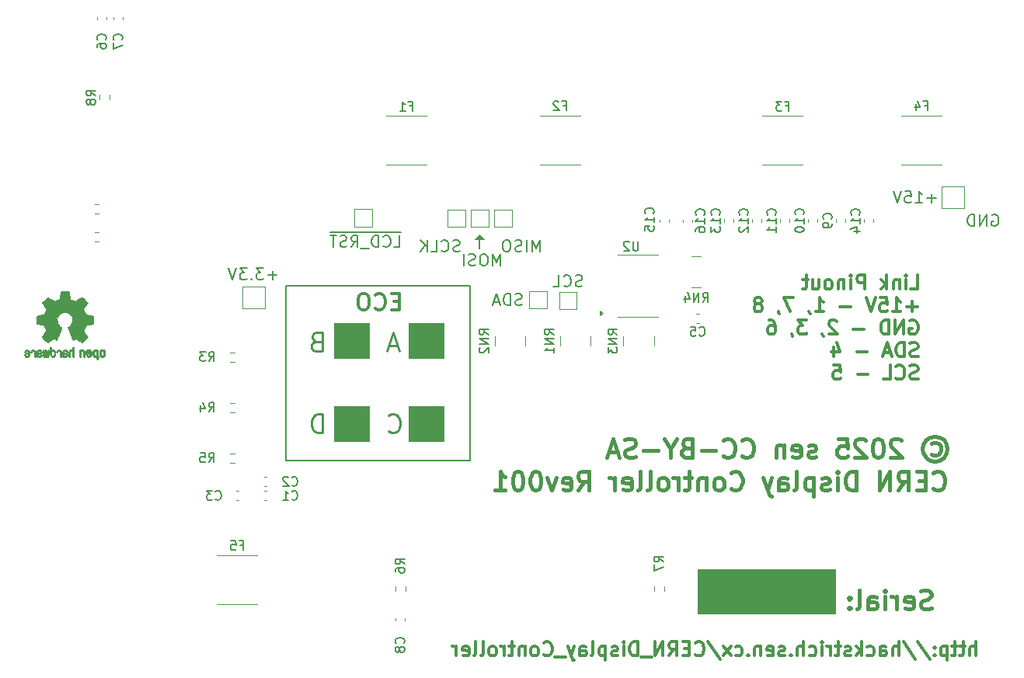
<source format=gbo>
%TF.GenerationSoftware,KiCad,Pcbnew,9.0.4*%
%TF.CreationDate,2025-09-16T13:45:21-04:00*%
%TF.ProjectId,cern-display-controller,6365726e-2d64-4697-9370-6c61792d636f,rev?*%
%TF.SameCoordinates,Original*%
%TF.FileFunction,Legend,Bot*%
%TF.FilePolarity,Positive*%
%FSLAX46Y46*%
G04 Gerber Fmt 4.6, Leading zero omitted, Abs format (unit mm)*
G04 Created by KiCad (PCBNEW 9.0.4) date 2025-09-16 13:45:21*
%MOMM*%
%LPD*%
G01*
G04 APERTURE LIST*
%ADD10C,0.100000*%
%ADD11C,0.190500*%
%ADD12C,0.177800*%
%ADD13C,0.254000*%
%ADD14C,0.203200*%
%ADD15C,0.355600*%
%ADD16C,0.406400*%
%ADD17C,0.304800*%
%ADD18C,0.150000*%
%ADD19C,0.120000*%
%ADD20C,0.010000*%
G04 APERTURE END LIST*
D10*
X133985000Y-94490000D02*
X137795000Y-94490000D01*
X137795000Y-98298000D01*
X133985000Y-98298000D01*
X133985000Y-94490000D01*
G36*
X133985000Y-94490000D02*
G01*
X137795000Y-94490000D01*
X137795000Y-98298000D01*
X133985000Y-98298000D01*
X133985000Y-94490000D01*
G37*
X133985000Y-103506000D02*
X137795000Y-103506000D01*
X137795000Y-107314000D01*
X133985000Y-107314000D01*
X133985000Y-103506000D01*
G36*
X133985000Y-103506000D02*
G01*
X137795000Y-103506000D01*
X137795000Y-107314000D01*
X133985000Y-107314000D01*
X133985000Y-103506000D01*
G37*
X150368000Y-85344000D02*
X149352000Y-85344000D01*
X149860000Y-84836000D01*
X150368000Y-85344000D01*
G36*
X150368000Y-85344000D02*
G01*
X149352000Y-85344000D01*
X149860000Y-84836000D01*
X150368000Y-85344000D01*
G37*
X173609000Y-121286000D02*
X188595000Y-121286000D01*
X188595000Y-126110000D01*
X173609000Y-126110000D01*
X173609000Y-121286000D01*
G36*
X173609000Y-121286000D02*
G01*
X188595000Y-121286000D01*
X188595000Y-126110000D01*
X173609000Y-126110000D01*
X173609000Y-121286000D01*
G37*
X142113000Y-103506000D02*
X145923000Y-103506000D01*
X145923000Y-107314000D01*
X142113000Y-107314000D01*
X142113000Y-103506000D01*
G36*
X142113000Y-103506000D02*
G01*
X145923000Y-103506000D01*
X145923000Y-107314000D01*
X142113000Y-107314000D01*
X142113000Y-103506000D01*
G37*
D11*
X128778000Y-90424000D02*
X148844000Y-90424000D01*
X148844000Y-109474000D01*
X128778000Y-109474000D01*
X128778000Y-90424000D01*
D10*
X142113000Y-94490000D02*
X145923000Y-94490000D01*
X145923000Y-98298000D01*
X142113000Y-98298000D01*
X142113000Y-94490000D01*
G36*
X142113000Y-94490000D02*
G01*
X145923000Y-94490000D01*
X145923000Y-98298000D01*
X142113000Y-98298000D01*
X142113000Y-94490000D01*
G37*
D12*
X149860000Y-86360000D02*
X149860000Y-85344000D01*
D13*
X140923847Y-96947542D02*
X139956228Y-96947542D01*
X141117371Y-97528113D02*
X140440037Y-95496113D01*
X140440037Y-95496113D02*
X139762704Y-97528113D01*
D14*
X147688904Y-86622483D02*
X147507475Y-86682959D01*
X147507475Y-86682959D02*
X147205094Y-86682959D01*
X147205094Y-86682959D02*
X147084142Y-86622483D01*
X147084142Y-86622483D02*
X147023666Y-86562006D01*
X147023666Y-86562006D02*
X146963189Y-86441054D01*
X146963189Y-86441054D02*
X146963189Y-86320102D01*
X146963189Y-86320102D02*
X147023666Y-86199149D01*
X147023666Y-86199149D02*
X147084142Y-86138673D01*
X147084142Y-86138673D02*
X147205094Y-86078197D01*
X147205094Y-86078197D02*
X147446999Y-86017721D01*
X147446999Y-86017721D02*
X147567951Y-85957244D01*
X147567951Y-85957244D02*
X147628428Y-85896768D01*
X147628428Y-85896768D02*
X147688904Y-85775816D01*
X147688904Y-85775816D02*
X147688904Y-85654863D01*
X147688904Y-85654863D02*
X147628428Y-85533911D01*
X147628428Y-85533911D02*
X147567951Y-85473435D01*
X147567951Y-85473435D02*
X147446999Y-85412959D01*
X147446999Y-85412959D02*
X147144618Y-85412959D01*
X147144618Y-85412959D02*
X146963189Y-85473435D01*
X145693189Y-86562006D02*
X145753665Y-86622483D01*
X145753665Y-86622483D02*
X145935094Y-86682959D01*
X145935094Y-86682959D02*
X146056046Y-86682959D01*
X146056046Y-86682959D02*
X146237475Y-86622483D01*
X146237475Y-86622483D02*
X146358427Y-86501530D01*
X146358427Y-86501530D02*
X146418904Y-86380578D01*
X146418904Y-86380578D02*
X146479380Y-86138673D01*
X146479380Y-86138673D02*
X146479380Y-85957244D01*
X146479380Y-85957244D02*
X146418904Y-85715340D01*
X146418904Y-85715340D02*
X146358427Y-85594387D01*
X146358427Y-85594387D02*
X146237475Y-85473435D01*
X146237475Y-85473435D02*
X146056046Y-85412959D01*
X146056046Y-85412959D02*
X145935094Y-85412959D01*
X145935094Y-85412959D02*
X145753665Y-85473435D01*
X145753665Y-85473435D02*
X145693189Y-85533911D01*
X144544142Y-86682959D02*
X145148904Y-86682959D01*
X145148904Y-86682959D02*
X145148904Y-85412959D01*
X144120809Y-86682959D02*
X144120809Y-85412959D01*
X143395094Y-86682959D02*
X143939380Y-85957244D01*
X143395094Y-85412959D02*
X144120809Y-86138673D01*
D15*
X141139333Y-92074712D02*
X140546667Y-92074712D01*
X140292667Y-93006045D02*
X141139333Y-93006045D01*
X141139333Y-93006045D02*
X141139333Y-91228045D01*
X141139333Y-91228045D02*
X140292667Y-91228045D01*
X138514666Y-92836712D02*
X138599333Y-92921379D01*
X138599333Y-92921379D02*
X138853333Y-93006045D01*
X138853333Y-93006045D02*
X139022666Y-93006045D01*
X139022666Y-93006045D02*
X139276666Y-92921379D01*
X139276666Y-92921379D02*
X139446000Y-92752045D01*
X139446000Y-92752045D02*
X139530666Y-92582712D01*
X139530666Y-92582712D02*
X139615333Y-92244045D01*
X139615333Y-92244045D02*
X139615333Y-91990045D01*
X139615333Y-91990045D02*
X139530666Y-91651379D01*
X139530666Y-91651379D02*
X139446000Y-91482045D01*
X139446000Y-91482045D02*
X139276666Y-91312712D01*
X139276666Y-91312712D02*
X139022666Y-91228045D01*
X139022666Y-91228045D02*
X138853333Y-91228045D01*
X138853333Y-91228045D02*
X138599333Y-91312712D01*
X138599333Y-91312712D02*
X138514666Y-91397379D01*
X137414000Y-91228045D02*
X137075333Y-91228045D01*
X137075333Y-91228045D02*
X136906000Y-91312712D01*
X136906000Y-91312712D02*
X136736666Y-91482045D01*
X136736666Y-91482045D02*
X136652000Y-91820712D01*
X136652000Y-91820712D02*
X136652000Y-92413379D01*
X136652000Y-92413379D02*
X136736666Y-92752045D01*
X136736666Y-92752045D02*
X136906000Y-92921379D01*
X136906000Y-92921379D02*
X137075333Y-93006045D01*
X137075333Y-93006045D02*
X137414000Y-93006045D01*
X137414000Y-93006045D02*
X137583333Y-92921379D01*
X137583333Y-92921379D02*
X137752666Y-92752045D01*
X137752666Y-92752045D02*
X137837333Y-92413379D01*
X137837333Y-92413379D02*
X137837333Y-91820712D01*
X137837333Y-91820712D02*
X137752666Y-91482045D01*
X137752666Y-91482045D02*
X137583333Y-91312712D01*
X137583333Y-91312712D02*
X137414000Y-91228045D01*
D14*
X156427714Y-86682959D02*
X156427714Y-85412959D01*
X156427714Y-85412959D02*
X156004380Y-86320102D01*
X156004380Y-86320102D02*
X155581047Y-85412959D01*
X155581047Y-85412959D02*
X155581047Y-86682959D01*
X154976285Y-86682959D02*
X154976285Y-85412959D01*
X154431999Y-86622483D02*
X154250570Y-86682959D01*
X154250570Y-86682959D02*
X153948189Y-86682959D01*
X153948189Y-86682959D02*
X153827237Y-86622483D01*
X153827237Y-86622483D02*
X153766761Y-86562006D01*
X153766761Y-86562006D02*
X153706284Y-86441054D01*
X153706284Y-86441054D02*
X153706284Y-86320102D01*
X153706284Y-86320102D02*
X153766761Y-86199149D01*
X153766761Y-86199149D02*
X153827237Y-86138673D01*
X153827237Y-86138673D02*
X153948189Y-86078197D01*
X153948189Y-86078197D02*
X154190094Y-86017721D01*
X154190094Y-86017721D02*
X154311046Y-85957244D01*
X154311046Y-85957244D02*
X154371523Y-85896768D01*
X154371523Y-85896768D02*
X154431999Y-85775816D01*
X154431999Y-85775816D02*
X154431999Y-85654863D01*
X154431999Y-85654863D02*
X154371523Y-85533911D01*
X154371523Y-85533911D02*
X154311046Y-85473435D01*
X154311046Y-85473435D02*
X154190094Y-85412959D01*
X154190094Y-85412959D02*
X153887713Y-85412959D01*
X153887713Y-85412959D02*
X153706284Y-85473435D01*
X152920094Y-85412959D02*
X152678189Y-85412959D01*
X152678189Y-85412959D02*
X152557237Y-85473435D01*
X152557237Y-85473435D02*
X152436284Y-85594387D01*
X152436284Y-85594387D02*
X152375808Y-85836292D01*
X152375808Y-85836292D02*
X152375808Y-86259625D01*
X152375808Y-86259625D02*
X152436284Y-86501530D01*
X152436284Y-86501530D02*
X152557237Y-86622483D01*
X152557237Y-86622483D02*
X152678189Y-86682959D01*
X152678189Y-86682959D02*
X152920094Y-86682959D01*
X152920094Y-86682959D02*
X153041046Y-86622483D01*
X153041046Y-86622483D02*
X153161999Y-86501530D01*
X153161999Y-86501530D02*
X153222475Y-86259625D01*
X153222475Y-86259625D02*
X153222475Y-85836292D01*
X153222475Y-85836292D02*
X153161999Y-85594387D01*
X153161999Y-85594387D02*
X153041046Y-85473435D01*
X153041046Y-85473435D02*
X152920094Y-85412959D01*
X140498285Y-86174959D02*
X141103047Y-86174959D01*
X141103047Y-86174959D02*
X141103047Y-84904959D01*
X139349237Y-86054006D02*
X139409713Y-86114483D01*
X139409713Y-86114483D02*
X139591142Y-86174959D01*
X139591142Y-86174959D02*
X139712094Y-86174959D01*
X139712094Y-86174959D02*
X139893523Y-86114483D01*
X139893523Y-86114483D02*
X140014475Y-85993530D01*
X140014475Y-85993530D02*
X140074952Y-85872578D01*
X140074952Y-85872578D02*
X140135428Y-85630673D01*
X140135428Y-85630673D02*
X140135428Y-85449244D01*
X140135428Y-85449244D02*
X140074952Y-85207340D01*
X140074952Y-85207340D02*
X140014475Y-85086387D01*
X140014475Y-85086387D02*
X139893523Y-84965435D01*
X139893523Y-84965435D02*
X139712094Y-84904959D01*
X139712094Y-84904959D02*
X139591142Y-84904959D01*
X139591142Y-84904959D02*
X139409713Y-84965435D01*
X139409713Y-84965435D02*
X139349237Y-85025911D01*
X138804952Y-86174959D02*
X138804952Y-84904959D01*
X138804952Y-84904959D02*
X138502571Y-84904959D01*
X138502571Y-84904959D02*
X138321142Y-84965435D01*
X138321142Y-84965435D02*
X138200190Y-85086387D01*
X138200190Y-85086387D02*
X138139713Y-85207340D01*
X138139713Y-85207340D02*
X138079237Y-85449244D01*
X138079237Y-85449244D02*
X138079237Y-85630673D01*
X138079237Y-85630673D02*
X138139713Y-85872578D01*
X138139713Y-85872578D02*
X138200190Y-85993530D01*
X138200190Y-85993530D02*
X138321142Y-86114483D01*
X138321142Y-86114483D02*
X138502571Y-86174959D01*
X138502571Y-86174959D02*
X138804952Y-86174959D01*
X137837333Y-86295911D02*
X136869713Y-86295911D01*
X135841618Y-86174959D02*
X136264952Y-85570197D01*
X136567333Y-86174959D02*
X136567333Y-84904959D01*
X136567333Y-84904959D02*
X136083523Y-84904959D01*
X136083523Y-84904959D02*
X135962571Y-84965435D01*
X135962571Y-84965435D02*
X135902094Y-85025911D01*
X135902094Y-85025911D02*
X135841618Y-85146863D01*
X135841618Y-85146863D02*
X135841618Y-85328292D01*
X135841618Y-85328292D02*
X135902094Y-85449244D01*
X135902094Y-85449244D02*
X135962571Y-85509721D01*
X135962571Y-85509721D02*
X136083523Y-85570197D01*
X136083523Y-85570197D02*
X136567333Y-85570197D01*
X135357809Y-86114483D02*
X135176380Y-86174959D01*
X135176380Y-86174959D02*
X134873999Y-86174959D01*
X134873999Y-86174959D02*
X134753047Y-86114483D01*
X134753047Y-86114483D02*
X134692571Y-86054006D01*
X134692571Y-86054006D02*
X134632094Y-85933054D01*
X134632094Y-85933054D02*
X134632094Y-85812102D01*
X134632094Y-85812102D02*
X134692571Y-85691149D01*
X134692571Y-85691149D02*
X134753047Y-85630673D01*
X134753047Y-85630673D02*
X134873999Y-85570197D01*
X134873999Y-85570197D02*
X135115904Y-85509721D01*
X135115904Y-85509721D02*
X135236856Y-85449244D01*
X135236856Y-85449244D02*
X135297333Y-85388768D01*
X135297333Y-85388768D02*
X135357809Y-85267816D01*
X135357809Y-85267816D02*
X135357809Y-85146863D01*
X135357809Y-85146863D02*
X135297333Y-85025911D01*
X135297333Y-85025911D02*
X135236856Y-84965435D01*
X135236856Y-84965435D02*
X135115904Y-84904959D01*
X135115904Y-84904959D02*
X134813523Y-84904959D01*
X134813523Y-84904959D02*
X134632094Y-84965435D01*
X134269237Y-84904959D02*
X133543523Y-84904959D01*
X133906380Y-86174959D02*
X133906380Y-84904959D01*
X141278428Y-84552383D02*
X133549571Y-84552383D01*
D13*
X132699085Y-106418113D02*
X132699085Y-104386113D01*
X132699085Y-104386113D02*
X132215275Y-104386113D01*
X132215275Y-104386113D02*
X131924990Y-104482875D01*
X131924990Y-104482875D02*
X131731466Y-104676399D01*
X131731466Y-104676399D02*
X131634704Y-104869923D01*
X131634704Y-104869923D02*
X131537942Y-105256971D01*
X131537942Y-105256971D02*
X131537942Y-105547256D01*
X131537942Y-105547256D02*
X131634704Y-105934304D01*
X131634704Y-105934304D02*
X131731466Y-106127828D01*
X131731466Y-106127828D02*
X131924990Y-106321352D01*
X131924990Y-106321352D02*
X132215275Y-106418113D01*
X132215275Y-106418113D02*
X132699085Y-106418113D01*
D14*
X161023904Y-90432483D02*
X160842475Y-90492959D01*
X160842475Y-90492959D02*
X160540094Y-90492959D01*
X160540094Y-90492959D02*
X160419142Y-90432483D01*
X160419142Y-90432483D02*
X160358666Y-90372006D01*
X160358666Y-90372006D02*
X160298189Y-90251054D01*
X160298189Y-90251054D02*
X160298189Y-90130102D01*
X160298189Y-90130102D02*
X160358666Y-90009149D01*
X160358666Y-90009149D02*
X160419142Y-89948673D01*
X160419142Y-89948673D02*
X160540094Y-89888197D01*
X160540094Y-89888197D02*
X160781999Y-89827721D01*
X160781999Y-89827721D02*
X160902951Y-89767244D01*
X160902951Y-89767244D02*
X160963428Y-89706768D01*
X160963428Y-89706768D02*
X161023904Y-89585816D01*
X161023904Y-89585816D02*
X161023904Y-89464863D01*
X161023904Y-89464863D02*
X160963428Y-89343911D01*
X160963428Y-89343911D02*
X160902951Y-89283435D01*
X160902951Y-89283435D02*
X160781999Y-89222959D01*
X160781999Y-89222959D02*
X160479618Y-89222959D01*
X160479618Y-89222959D02*
X160298189Y-89283435D01*
X159028189Y-90372006D02*
X159088665Y-90432483D01*
X159088665Y-90432483D02*
X159270094Y-90492959D01*
X159270094Y-90492959D02*
X159391046Y-90492959D01*
X159391046Y-90492959D02*
X159572475Y-90432483D01*
X159572475Y-90432483D02*
X159693427Y-90311530D01*
X159693427Y-90311530D02*
X159753904Y-90190578D01*
X159753904Y-90190578D02*
X159814380Y-89948673D01*
X159814380Y-89948673D02*
X159814380Y-89767244D01*
X159814380Y-89767244D02*
X159753904Y-89525340D01*
X159753904Y-89525340D02*
X159693427Y-89404387D01*
X159693427Y-89404387D02*
X159572475Y-89283435D01*
X159572475Y-89283435D02*
X159391046Y-89222959D01*
X159391046Y-89222959D02*
X159270094Y-89222959D01*
X159270094Y-89222959D02*
X159088665Y-89283435D01*
X159088665Y-89283435D02*
X159028189Y-89343911D01*
X157879142Y-90492959D02*
X158483904Y-90492959D01*
X158483904Y-90492959D02*
X158483904Y-89222959D01*
X199595619Y-80865149D02*
X198628000Y-80865149D01*
X199111809Y-81348959D02*
X199111809Y-80381340D01*
X197357999Y-81348959D02*
X198083714Y-81348959D01*
X197720857Y-81348959D02*
X197720857Y-80078959D01*
X197720857Y-80078959D02*
X197841809Y-80260387D01*
X197841809Y-80260387D02*
X197962761Y-80381340D01*
X197962761Y-80381340D02*
X198083714Y-80441816D01*
X196208952Y-80078959D02*
X196813714Y-80078959D01*
X196813714Y-80078959D02*
X196874190Y-80683721D01*
X196874190Y-80683721D02*
X196813714Y-80623244D01*
X196813714Y-80623244D02*
X196692761Y-80562768D01*
X196692761Y-80562768D02*
X196390380Y-80562768D01*
X196390380Y-80562768D02*
X196269428Y-80623244D01*
X196269428Y-80623244D02*
X196208952Y-80683721D01*
X196208952Y-80683721D02*
X196148475Y-80804673D01*
X196148475Y-80804673D02*
X196148475Y-81107054D01*
X196148475Y-81107054D02*
X196208952Y-81228006D01*
X196208952Y-81228006D02*
X196269428Y-81288483D01*
X196269428Y-81288483D02*
X196390380Y-81348959D01*
X196390380Y-81348959D02*
X196692761Y-81348959D01*
X196692761Y-81348959D02*
X196813714Y-81288483D01*
X196813714Y-81288483D02*
X196874190Y-81228006D01*
X195785618Y-80078959D02*
X195362285Y-81348959D01*
X195362285Y-81348959D02*
X194938951Y-80078959D01*
X154450142Y-92464483D02*
X154268713Y-92524959D01*
X154268713Y-92524959D02*
X153966332Y-92524959D01*
X153966332Y-92524959D02*
X153845380Y-92464483D01*
X153845380Y-92464483D02*
X153784904Y-92404006D01*
X153784904Y-92404006D02*
X153724427Y-92283054D01*
X153724427Y-92283054D02*
X153724427Y-92162102D01*
X153724427Y-92162102D02*
X153784904Y-92041149D01*
X153784904Y-92041149D02*
X153845380Y-91980673D01*
X153845380Y-91980673D02*
X153966332Y-91920197D01*
X153966332Y-91920197D02*
X154208237Y-91859721D01*
X154208237Y-91859721D02*
X154329189Y-91799244D01*
X154329189Y-91799244D02*
X154389666Y-91738768D01*
X154389666Y-91738768D02*
X154450142Y-91617816D01*
X154450142Y-91617816D02*
X154450142Y-91496863D01*
X154450142Y-91496863D02*
X154389666Y-91375911D01*
X154389666Y-91375911D02*
X154329189Y-91315435D01*
X154329189Y-91315435D02*
X154208237Y-91254959D01*
X154208237Y-91254959D02*
X153905856Y-91254959D01*
X153905856Y-91254959D02*
X153724427Y-91315435D01*
X153180142Y-92524959D02*
X153180142Y-91254959D01*
X153180142Y-91254959D02*
X152877761Y-91254959D01*
X152877761Y-91254959D02*
X152696332Y-91315435D01*
X152696332Y-91315435D02*
X152575380Y-91436387D01*
X152575380Y-91436387D02*
X152514903Y-91557340D01*
X152514903Y-91557340D02*
X152454427Y-91799244D01*
X152454427Y-91799244D02*
X152454427Y-91980673D01*
X152454427Y-91980673D02*
X152514903Y-92222578D01*
X152514903Y-92222578D02*
X152575380Y-92343530D01*
X152575380Y-92343530D02*
X152696332Y-92464483D01*
X152696332Y-92464483D02*
X152877761Y-92524959D01*
X152877761Y-92524959D02*
X153180142Y-92524959D01*
X151970618Y-92162102D02*
X151365856Y-92162102D01*
X152091570Y-92524959D02*
X151668237Y-91254959D01*
X151668237Y-91254959D02*
X151244903Y-92524959D01*
D16*
X199063427Y-107574718D02*
X199256950Y-107477956D01*
X199256950Y-107477956D02*
X199643998Y-107477956D01*
X199643998Y-107477956D02*
X199837522Y-107574718D01*
X199837522Y-107574718D02*
X200031046Y-107768242D01*
X200031046Y-107768242D02*
X200127808Y-107961766D01*
X200127808Y-107961766D02*
X200127808Y-108348813D01*
X200127808Y-108348813D02*
X200031046Y-108542337D01*
X200031046Y-108542337D02*
X199837522Y-108735861D01*
X199837522Y-108735861D02*
X199643998Y-108832623D01*
X199643998Y-108832623D02*
X199256950Y-108832623D01*
X199256950Y-108832623D02*
X199063427Y-108735861D01*
X199450474Y-106800623D02*
X199934284Y-106897385D01*
X199934284Y-106897385D02*
X200418093Y-107187670D01*
X200418093Y-107187670D02*
X200708379Y-107671480D01*
X200708379Y-107671480D02*
X200805141Y-108155289D01*
X200805141Y-108155289D02*
X200708379Y-108639099D01*
X200708379Y-108639099D02*
X200418093Y-109122908D01*
X200418093Y-109122908D02*
X199934284Y-109413194D01*
X199934284Y-109413194D02*
X199450474Y-109509956D01*
X199450474Y-109509956D02*
X198966665Y-109413194D01*
X198966665Y-109413194D02*
X198482855Y-109122908D01*
X198482855Y-109122908D02*
X198192569Y-108639099D01*
X198192569Y-108639099D02*
X198095808Y-108155289D01*
X198095808Y-108155289D02*
X198192569Y-107671480D01*
X198192569Y-107671480D02*
X198482855Y-107187670D01*
X198482855Y-107187670D02*
X198966665Y-106897385D01*
X198966665Y-106897385D02*
X199450474Y-106800623D01*
X195773522Y-107284432D02*
X195676760Y-107187670D01*
X195676760Y-107187670D02*
X195483236Y-107090908D01*
X195483236Y-107090908D02*
X194999427Y-107090908D01*
X194999427Y-107090908D02*
X194805903Y-107187670D01*
X194805903Y-107187670D02*
X194709141Y-107284432D01*
X194709141Y-107284432D02*
X194612379Y-107477956D01*
X194612379Y-107477956D02*
X194612379Y-107671480D01*
X194612379Y-107671480D02*
X194709141Y-107961766D01*
X194709141Y-107961766D02*
X195870284Y-109122908D01*
X195870284Y-109122908D02*
X194612379Y-109122908D01*
X193354474Y-107090908D02*
X193160951Y-107090908D01*
X193160951Y-107090908D02*
X192967427Y-107187670D01*
X192967427Y-107187670D02*
X192870665Y-107284432D01*
X192870665Y-107284432D02*
X192773903Y-107477956D01*
X192773903Y-107477956D02*
X192677141Y-107865004D01*
X192677141Y-107865004D02*
X192677141Y-108348813D01*
X192677141Y-108348813D02*
X192773903Y-108735861D01*
X192773903Y-108735861D02*
X192870665Y-108929385D01*
X192870665Y-108929385D02*
X192967427Y-109026147D01*
X192967427Y-109026147D02*
X193160951Y-109122908D01*
X193160951Y-109122908D02*
X193354474Y-109122908D01*
X193354474Y-109122908D02*
X193547998Y-109026147D01*
X193547998Y-109026147D02*
X193644760Y-108929385D01*
X193644760Y-108929385D02*
X193741522Y-108735861D01*
X193741522Y-108735861D02*
X193838284Y-108348813D01*
X193838284Y-108348813D02*
X193838284Y-107865004D01*
X193838284Y-107865004D02*
X193741522Y-107477956D01*
X193741522Y-107477956D02*
X193644760Y-107284432D01*
X193644760Y-107284432D02*
X193547998Y-107187670D01*
X193547998Y-107187670D02*
X193354474Y-107090908D01*
X191903046Y-107284432D02*
X191806284Y-107187670D01*
X191806284Y-107187670D02*
X191612760Y-107090908D01*
X191612760Y-107090908D02*
X191128951Y-107090908D01*
X191128951Y-107090908D02*
X190935427Y-107187670D01*
X190935427Y-107187670D02*
X190838665Y-107284432D01*
X190838665Y-107284432D02*
X190741903Y-107477956D01*
X190741903Y-107477956D02*
X190741903Y-107671480D01*
X190741903Y-107671480D02*
X190838665Y-107961766D01*
X190838665Y-107961766D02*
X191999808Y-109122908D01*
X191999808Y-109122908D02*
X190741903Y-109122908D01*
X188903427Y-107090908D02*
X189871046Y-107090908D01*
X189871046Y-107090908D02*
X189967808Y-108058527D01*
X189967808Y-108058527D02*
X189871046Y-107961766D01*
X189871046Y-107961766D02*
X189677522Y-107865004D01*
X189677522Y-107865004D02*
X189193713Y-107865004D01*
X189193713Y-107865004D02*
X189000189Y-107961766D01*
X189000189Y-107961766D02*
X188903427Y-108058527D01*
X188903427Y-108058527D02*
X188806665Y-108252051D01*
X188806665Y-108252051D02*
X188806665Y-108735861D01*
X188806665Y-108735861D02*
X188903427Y-108929385D01*
X188903427Y-108929385D02*
X189000189Y-109026147D01*
X189000189Y-109026147D02*
X189193713Y-109122908D01*
X189193713Y-109122908D02*
X189677522Y-109122908D01*
X189677522Y-109122908D02*
X189871046Y-109026147D01*
X189871046Y-109026147D02*
X189967808Y-108929385D01*
X186484380Y-109026147D02*
X186290856Y-109122908D01*
X186290856Y-109122908D02*
X185903808Y-109122908D01*
X185903808Y-109122908D02*
X185710285Y-109026147D01*
X185710285Y-109026147D02*
X185613523Y-108832623D01*
X185613523Y-108832623D02*
X185613523Y-108735861D01*
X185613523Y-108735861D02*
X185710285Y-108542337D01*
X185710285Y-108542337D02*
X185903808Y-108445575D01*
X185903808Y-108445575D02*
X186194094Y-108445575D01*
X186194094Y-108445575D02*
X186387618Y-108348813D01*
X186387618Y-108348813D02*
X186484380Y-108155289D01*
X186484380Y-108155289D02*
X186484380Y-108058527D01*
X186484380Y-108058527D02*
X186387618Y-107865004D01*
X186387618Y-107865004D02*
X186194094Y-107768242D01*
X186194094Y-107768242D02*
X185903808Y-107768242D01*
X185903808Y-107768242D02*
X185710285Y-107865004D01*
X183968571Y-109026147D02*
X184162095Y-109122908D01*
X184162095Y-109122908D02*
X184549142Y-109122908D01*
X184549142Y-109122908D02*
X184742666Y-109026147D01*
X184742666Y-109026147D02*
X184839428Y-108832623D01*
X184839428Y-108832623D02*
X184839428Y-108058527D01*
X184839428Y-108058527D02*
X184742666Y-107865004D01*
X184742666Y-107865004D02*
X184549142Y-107768242D01*
X184549142Y-107768242D02*
X184162095Y-107768242D01*
X184162095Y-107768242D02*
X183968571Y-107865004D01*
X183968571Y-107865004D02*
X183871809Y-108058527D01*
X183871809Y-108058527D02*
X183871809Y-108252051D01*
X183871809Y-108252051D02*
X184839428Y-108445575D01*
X183000952Y-107768242D02*
X183000952Y-109122908D01*
X183000952Y-107961766D02*
X182904190Y-107865004D01*
X182904190Y-107865004D02*
X182710666Y-107768242D01*
X182710666Y-107768242D02*
X182420381Y-107768242D01*
X182420381Y-107768242D02*
X182226857Y-107865004D01*
X182226857Y-107865004D02*
X182130095Y-108058527D01*
X182130095Y-108058527D02*
X182130095Y-109122908D01*
X178453143Y-108929385D02*
X178549905Y-109026147D01*
X178549905Y-109026147D02*
X178840191Y-109122908D01*
X178840191Y-109122908D02*
X179033715Y-109122908D01*
X179033715Y-109122908D02*
X179324000Y-109026147D01*
X179324000Y-109026147D02*
X179517524Y-108832623D01*
X179517524Y-108832623D02*
X179614286Y-108639099D01*
X179614286Y-108639099D02*
X179711048Y-108252051D01*
X179711048Y-108252051D02*
X179711048Y-107961766D01*
X179711048Y-107961766D02*
X179614286Y-107574718D01*
X179614286Y-107574718D02*
X179517524Y-107381194D01*
X179517524Y-107381194D02*
X179324000Y-107187670D01*
X179324000Y-107187670D02*
X179033715Y-107090908D01*
X179033715Y-107090908D02*
X178840191Y-107090908D01*
X178840191Y-107090908D02*
X178549905Y-107187670D01*
X178549905Y-107187670D02*
X178453143Y-107284432D01*
X176421143Y-108929385D02*
X176517905Y-109026147D01*
X176517905Y-109026147D02*
X176808191Y-109122908D01*
X176808191Y-109122908D02*
X177001715Y-109122908D01*
X177001715Y-109122908D02*
X177292000Y-109026147D01*
X177292000Y-109026147D02*
X177485524Y-108832623D01*
X177485524Y-108832623D02*
X177582286Y-108639099D01*
X177582286Y-108639099D02*
X177679048Y-108252051D01*
X177679048Y-108252051D02*
X177679048Y-107961766D01*
X177679048Y-107961766D02*
X177582286Y-107574718D01*
X177582286Y-107574718D02*
X177485524Y-107381194D01*
X177485524Y-107381194D02*
X177292000Y-107187670D01*
X177292000Y-107187670D02*
X177001715Y-107090908D01*
X177001715Y-107090908D02*
X176808191Y-107090908D01*
X176808191Y-107090908D02*
X176517905Y-107187670D01*
X176517905Y-107187670D02*
X176421143Y-107284432D01*
X175550286Y-108348813D02*
X174002096Y-108348813D01*
X172357143Y-108058527D02*
X172066857Y-108155289D01*
X172066857Y-108155289D02*
X171970095Y-108252051D01*
X171970095Y-108252051D02*
X171873333Y-108445575D01*
X171873333Y-108445575D02*
X171873333Y-108735861D01*
X171873333Y-108735861D02*
X171970095Y-108929385D01*
X171970095Y-108929385D02*
X172066857Y-109026147D01*
X172066857Y-109026147D02*
X172260381Y-109122908D01*
X172260381Y-109122908D02*
X173034476Y-109122908D01*
X173034476Y-109122908D02*
X173034476Y-107090908D01*
X173034476Y-107090908D02*
X172357143Y-107090908D01*
X172357143Y-107090908D02*
X172163619Y-107187670D01*
X172163619Y-107187670D02*
X172066857Y-107284432D01*
X172066857Y-107284432D02*
X171970095Y-107477956D01*
X171970095Y-107477956D02*
X171970095Y-107671480D01*
X171970095Y-107671480D02*
X172066857Y-107865004D01*
X172066857Y-107865004D02*
X172163619Y-107961766D01*
X172163619Y-107961766D02*
X172357143Y-108058527D01*
X172357143Y-108058527D02*
X173034476Y-108058527D01*
X170615428Y-108155289D02*
X170615428Y-109122908D01*
X171292762Y-107090908D02*
X170615428Y-108155289D01*
X170615428Y-108155289D02*
X169938095Y-107090908D01*
X169260762Y-108348813D02*
X167712572Y-108348813D01*
X166841714Y-109026147D02*
X166551428Y-109122908D01*
X166551428Y-109122908D02*
X166067619Y-109122908D01*
X166067619Y-109122908D02*
X165874095Y-109026147D01*
X165874095Y-109026147D02*
X165777333Y-108929385D01*
X165777333Y-108929385D02*
X165680571Y-108735861D01*
X165680571Y-108735861D02*
X165680571Y-108542337D01*
X165680571Y-108542337D02*
X165777333Y-108348813D01*
X165777333Y-108348813D02*
X165874095Y-108252051D01*
X165874095Y-108252051D02*
X166067619Y-108155289D01*
X166067619Y-108155289D02*
X166454666Y-108058527D01*
X166454666Y-108058527D02*
X166648190Y-107961766D01*
X166648190Y-107961766D02*
X166744952Y-107865004D01*
X166744952Y-107865004D02*
X166841714Y-107671480D01*
X166841714Y-107671480D02*
X166841714Y-107477956D01*
X166841714Y-107477956D02*
X166744952Y-107284432D01*
X166744952Y-107284432D02*
X166648190Y-107187670D01*
X166648190Y-107187670D02*
X166454666Y-107090908D01*
X166454666Y-107090908D02*
X165970857Y-107090908D01*
X165970857Y-107090908D02*
X165680571Y-107187670D01*
X164906476Y-108542337D02*
X163938857Y-108542337D01*
X165100000Y-109122908D02*
X164422666Y-107090908D01*
X164422666Y-107090908D02*
X163745333Y-109122908D01*
D14*
X152109714Y-88206959D02*
X152109714Y-86936959D01*
X152109714Y-86936959D02*
X151686380Y-87844102D01*
X151686380Y-87844102D02*
X151263047Y-86936959D01*
X151263047Y-86936959D02*
X151263047Y-88206959D01*
X150416380Y-86936959D02*
X150174475Y-86936959D01*
X150174475Y-86936959D02*
X150053523Y-86997435D01*
X150053523Y-86997435D02*
X149932570Y-87118387D01*
X149932570Y-87118387D02*
X149872094Y-87360292D01*
X149872094Y-87360292D02*
X149872094Y-87783625D01*
X149872094Y-87783625D02*
X149932570Y-88025530D01*
X149932570Y-88025530D02*
X150053523Y-88146483D01*
X150053523Y-88146483D02*
X150174475Y-88206959D01*
X150174475Y-88206959D02*
X150416380Y-88206959D01*
X150416380Y-88206959D02*
X150537332Y-88146483D01*
X150537332Y-88146483D02*
X150658285Y-88025530D01*
X150658285Y-88025530D02*
X150718761Y-87783625D01*
X150718761Y-87783625D02*
X150718761Y-87360292D01*
X150718761Y-87360292D02*
X150658285Y-87118387D01*
X150658285Y-87118387D02*
X150537332Y-86997435D01*
X150537332Y-86997435D02*
X150416380Y-86936959D01*
X149388285Y-88146483D02*
X149206856Y-88206959D01*
X149206856Y-88206959D02*
X148904475Y-88206959D01*
X148904475Y-88206959D02*
X148783523Y-88146483D01*
X148783523Y-88146483D02*
X148723047Y-88086006D01*
X148723047Y-88086006D02*
X148662570Y-87965054D01*
X148662570Y-87965054D02*
X148662570Y-87844102D01*
X148662570Y-87844102D02*
X148723047Y-87723149D01*
X148723047Y-87723149D02*
X148783523Y-87662673D01*
X148783523Y-87662673D02*
X148904475Y-87602197D01*
X148904475Y-87602197D02*
X149146380Y-87541721D01*
X149146380Y-87541721D02*
X149267332Y-87481244D01*
X149267332Y-87481244D02*
X149327809Y-87420768D01*
X149327809Y-87420768D02*
X149388285Y-87299816D01*
X149388285Y-87299816D02*
X149388285Y-87178863D01*
X149388285Y-87178863D02*
X149327809Y-87057911D01*
X149327809Y-87057911D02*
X149267332Y-86997435D01*
X149267332Y-86997435D02*
X149146380Y-86936959D01*
X149146380Y-86936959D02*
X148843999Y-86936959D01*
X148843999Y-86936959D02*
X148662570Y-86997435D01*
X148118285Y-88206959D02*
X148118285Y-86936959D01*
D16*
X199063428Y-125536147D02*
X198773142Y-125632908D01*
X198773142Y-125632908D02*
X198289333Y-125632908D01*
X198289333Y-125632908D02*
X198095809Y-125536147D01*
X198095809Y-125536147D02*
X197999047Y-125439385D01*
X197999047Y-125439385D02*
X197902285Y-125245861D01*
X197902285Y-125245861D02*
X197902285Y-125052337D01*
X197902285Y-125052337D02*
X197999047Y-124858813D01*
X197999047Y-124858813D02*
X198095809Y-124762051D01*
X198095809Y-124762051D02*
X198289333Y-124665289D01*
X198289333Y-124665289D02*
X198676380Y-124568527D01*
X198676380Y-124568527D02*
X198869904Y-124471766D01*
X198869904Y-124471766D02*
X198966666Y-124375004D01*
X198966666Y-124375004D02*
X199063428Y-124181480D01*
X199063428Y-124181480D02*
X199063428Y-123987956D01*
X199063428Y-123987956D02*
X198966666Y-123794432D01*
X198966666Y-123794432D02*
X198869904Y-123697670D01*
X198869904Y-123697670D02*
X198676380Y-123600908D01*
X198676380Y-123600908D02*
X198192571Y-123600908D01*
X198192571Y-123600908D02*
X197902285Y-123697670D01*
X196257333Y-125536147D02*
X196450857Y-125632908D01*
X196450857Y-125632908D02*
X196837904Y-125632908D01*
X196837904Y-125632908D02*
X197031428Y-125536147D01*
X197031428Y-125536147D02*
X197128190Y-125342623D01*
X197128190Y-125342623D02*
X197128190Y-124568527D01*
X197128190Y-124568527D02*
X197031428Y-124375004D01*
X197031428Y-124375004D02*
X196837904Y-124278242D01*
X196837904Y-124278242D02*
X196450857Y-124278242D01*
X196450857Y-124278242D02*
X196257333Y-124375004D01*
X196257333Y-124375004D02*
X196160571Y-124568527D01*
X196160571Y-124568527D02*
X196160571Y-124762051D01*
X196160571Y-124762051D02*
X197128190Y-124955575D01*
X195289714Y-125632908D02*
X195289714Y-124278242D01*
X195289714Y-124665289D02*
X195192952Y-124471766D01*
X195192952Y-124471766D02*
X195096190Y-124375004D01*
X195096190Y-124375004D02*
X194902666Y-124278242D01*
X194902666Y-124278242D02*
X194709143Y-124278242D01*
X194031809Y-125632908D02*
X194031809Y-124278242D01*
X194031809Y-123600908D02*
X194128571Y-123697670D01*
X194128571Y-123697670D02*
X194031809Y-123794432D01*
X194031809Y-123794432D02*
X193935047Y-123697670D01*
X193935047Y-123697670D02*
X194031809Y-123600908D01*
X194031809Y-123600908D02*
X194031809Y-123794432D01*
X192193333Y-125632908D02*
X192193333Y-124568527D01*
X192193333Y-124568527D02*
X192290095Y-124375004D01*
X192290095Y-124375004D02*
X192483619Y-124278242D01*
X192483619Y-124278242D02*
X192870666Y-124278242D01*
X192870666Y-124278242D02*
X193064190Y-124375004D01*
X192193333Y-125536147D02*
X192386857Y-125632908D01*
X192386857Y-125632908D02*
X192870666Y-125632908D01*
X192870666Y-125632908D02*
X193064190Y-125536147D01*
X193064190Y-125536147D02*
X193160952Y-125342623D01*
X193160952Y-125342623D02*
X193160952Y-125149099D01*
X193160952Y-125149099D02*
X193064190Y-124955575D01*
X193064190Y-124955575D02*
X192870666Y-124858813D01*
X192870666Y-124858813D02*
X192386857Y-124858813D01*
X192386857Y-124858813D02*
X192193333Y-124762051D01*
X190935428Y-125632908D02*
X191128952Y-125536147D01*
X191128952Y-125536147D02*
X191225714Y-125342623D01*
X191225714Y-125342623D02*
X191225714Y-123600908D01*
X190161333Y-125439385D02*
X190064571Y-125536147D01*
X190064571Y-125536147D02*
X190161333Y-125632908D01*
X190161333Y-125632908D02*
X190258095Y-125536147D01*
X190258095Y-125536147D02*
X190161333Y-125439385D01*
X190161333Y-125439385D02*
X190161333Y-125632908D01*
X190161333Y-124375004D02*
X190064571Y-124471766D01*
X190064571Y-124471766D02*
X190161333Y-124568527D01*
X190161333Y-124568527D02*
X190258095Y-124471766D01*
X190258095Y-124471766D02*
X190161333Y-124375004D01*
X190161333Y-124375004D02*
X190161333Y-124568527D01*
X199293235Y-112485385D02*
X199389997Y-112582147D01*
X199389997Y-112582147D02*
X199680283Y-112678908D01*
X199680283Y-112678908D02*
X199873807Y-112678908D01*
X199873807Y-112678908D02*
X200164092Y-112582147D01*
X200164092Y-112582147D02*
X200357616Y-112388623D01*
X200357616Y-112388623D02*
X200454378Y-112195099D01*
X200454378Y-112195099D02*
X200551140Y-111808051D01*
X200551140Y-111808051D02*
X200551140Y-111517766D01*
X200551140Y-111517766D02*
X200454378Y-111130718D01*
X200454378Y-111130718D02*
X200357616Y-110937194D01*
X200357616Y-110937194D02*
X200164092Y-110743670D01*
X200164092Y-110743670D02*
X199873807Y-110646908D01*
X199873807Y-110646908D02*
X199680283Y-110646908D01*
X199680283Y-110646908D02*
X199389997Y-110743670D01*
X199389997Y-110743670D02*
X199293235Y-110840432D01*
X198422378Y-111614527D02*
X197745045Y-111614527D01*
X197454759Y-112678908D02*
X198422378Y-112678908D01*
X198422378Y-112678908D02*
X198422378Y-110646908D01*
X198422378Y-110646908D02*
X197454759Y-110646908D01*
X195422759Y-112678908D02*
X196100092Y-111711289D01*
X196583902Y-112678908D02*
X196583902Y-110646908D01*
X196583902Y-110646908D02*
X195809807Y-110646908D01*
X195809807Y-110646908D02*
X195616283Y-110743670D01*
X195616283Y-110743670D02*
X195519521Y-110840432D01*
X195519521Y-110840432D02*
X195422759Y-111033956D01*
X195422759Y-111033956D02*
X195422759Y-111324242D01*
X195422759Y-111324242D02*
X195519521Y-111517766D01*
X195519521Y-111517766D02*
X195616283Y-111614527D01*
X195616283Y-111614527D02*
X195809807Y-111711289D01*
X195809807Y-111711289D02*
X196583902Y-111711289D01*
X194551902Y-112678908D02*
X194551902Y-110646908D01*
X194551902Y-110646908D02*
X193390759Y-112678908D01*
X193390759Y-112678908D02*
X193390759Y-110646908D01*
X190874950Y-112678908D02*
X190874950Y-110646908D01*
X190874950Y-110646908D02*
X190391140Y-110646908D01*
X190391140Y-110646908D02*
X190100855Y-110743670D01*
X190100855Y-110743670D02*
X189907331Y-110937194D01*
X189907331Y-110937194D02*
X189810569Y-111130718D01*
X189810569Y-111130718D02*
X189713807Y-111517766D01*
X189713807Y-111517766D02*
X189713807Y-111808051D01*
X189713807Y-111808051D02*
X189810569Y-112195099D01*
X189810569Y-112195099D02*
X189907331Y-112388623D01*
X189907331Y-112388623D02*
X190100855Y-112582147D01*
X190100855Y-112582147D02*
X190391140Y-112678908D01*
X190391140Y-112678908D02*
X190874950Y-112678908D01*
X188842950Y-112678908D02*
X188842950Y-111324242D01*
X188842950Y-110646908D02*
X188939712Y-110743670D01*
X188939712Y-110743670D02*
X188842950Y-110840432D01*
X188842950Y-110840432D02*
X188746188Y-110743670D01*
X188746188Y-110743670D02*
X188842950Y-110646908D01*
X188842950Y-110646908D02*
X188842950Y-110840432D01*
X187972093Y-112582147D02*
X187778569Y-112678908D01*
X187778569Y-112678908D02*
X187391521Y-112678908D01*
X187391521Y-112678908D02*
X187197998Y-112582147D01*
X187197998Y-112582147D02*
X187101236Y-112388623D01*
X187101236Y-112388623D02*
X187101236Y-112291861D01*
X187101236Y-112291861D02*
X187197998Y-112098337D01*
X187197998Y-112098337D02*
X187391521Y-112001575D01*
X187391521Y-112001575D02*
X187681807Y-112001575D01*
X187681807Y-112001575D02*
X187875331Y-111904813D01*
X187875331Y-111904813D02*
X187972093Y-111711289D01*
X187972093Y-111711289D02*
X187972093Y-111614527D01*
X187972093Y-111614527D02*
X187875331Y-111421004D01*
X187875331Y-111421004D02*
X187681807Y-111324242D01*
X187681807Y-111324242D02*
X187391521Y-111324242D01*
X187391521Y-111324242D02*
X187197998Y-111421004D01*
X186230379Y-111324242D02*
X186230379Y-113356242D01*
X186230379Y-111421004D02*
X186036855Y-111324242D01*
X186036855Y-111324242D02*
X185649808Y-111324242D01*
X185649808Y-111324242D02*
X185456284Y-111421004D01*
X185456284Y-111421004D02*
X185359522Y-111517766D01*
X185359522Y-111517766D02*
X185262760Y-111711289D01*
X185262760Y-111711289D02*
X185262760Y-112291861D01*
X185262760Y-112291861D02*
X185359522Y-112485385D01*
X185359522Y-112485385D02*
X185456284Y-112582147D01*
X185456284Y-112582147D02*
X185649808Y-112678908D01*
X185649808Y-112678908D02*
X186036855Y-112678908D01*
X186036855Y-112678908D02*
X186230379Y-112582147D01*
X184101617Y-112678908D02*
X184295141Y-112582147D01*
X184295141Y-112582147D02*
X184391903Y-112388623D01*
X184391903Y-112388623D02*
X184391903Y-110646908D01*
X182456665Y-112678908D02*
X182456665Y-111614527D01*
X182456665Y-111614527D02*
X182553427Y-111421004D01*
X182553427Y-111421004D02*
X182746951Y-111324242D01*
X182746951Y-111324242D02*
X183133998Y-111324242D01*
X183133998Y-111324242D02*
X183327522Y-111421004D01*
X182456665Y-112582147D02*
X182650189Y-112678908D01*
X182650189Y-112678908D02*
X183133998Y-112678908D01*
X183133998Y-112678908D02*
X183327522Y-112582147D01*
X183327522Y-112582147D02*
X183424284Y-112388623D01*
X183424284Y-112388623D02*
X183424284Y-112195099D01*
X183424284Y-112195099D02*
X183327522Y-112001575D01*
X183327522Y-112001575D02*
X183133998Y-111904813D01*
X183133998Y-111904813D02*
X182650189Y-111904813D01*
X182650189Y-111904813D02*
X182456665Y-111808051D01*
X181682570Y-111324242D02*
X181198760Y-112678908D01*
X180714951Y-111324242D02*
X181198760Y-112678908D01*
X181198760Y-112678908D02*
X181392284Y-113162718D01*
X181392284Y-113162718D02*
X181489046Y-113259480D01*
X181489046Y-113259480D02*
X181682570Y-113356242D01*
X177231523Y-112485385D02*
X177328285Y-112582147D01*
X177328285Y-112582147D02*
X177618571Y-112678908D01*
X177618571Y-112678908D02*
X177812095Y-112678908D01*
X177812095Y-112678908D02*
X178102380Y-112582147D01*
X178102380Y-112582147D02*
X178295904Y-112388623D01*
X178295904Y-112388623D02*
X178392666Y-112195099D01*
X178392666Y-112195099D02*
X178489428Y-111808051D01*
X178489428Y-111808051D02*
X178489428Y-111517766D01*
X178489428Y-111517766D02*
X178392666Y-111130718D01*
X178392666Y-111130718D02*
X178295904Y-110937194D01*
X178295904Y-110937194D02*
X178102380Y-110743670D01*
X178102380Y-110743670D02*
X177812095Y-110646908D01*
X177812095Y-110646908D02*
X177618571Y-110646908D01*
X177618571Y-110646908D02*
X177328285Y-110743670D01*
X177328285Y-110743670D02*
X177231523Y-110840432D01*
X176070380Y-112678908D02*
X176263904Y-112582147D01*
X176263904Y-112582147D02*
X176360666Y-112485385D01*
X176360666Y-112485385D02*
X176457428Y-112291861D01*
X176457428Y-112291861D02*
X176457428Y-111711289D01*
X176457428Y-111711289D02*
X176360666Y-111517766D01*
X176360666Y-111517766D02*
X176263904Y-111421004D01*
X176263904Y-111421004D02*
X176070380Y-111324242D01*
X176070380Y-111324242D02*
X175780095Y-111324242D01*
X175780095Y-111324242D02*
X175586571Y-111421004D01*
X175586571Y-111421004D02*
X175489809Y-111517766D01*
X175489809Y-111517766D02*
X175393047Y-111711289D01*
X175393047Y-111711289D02*
X175393047Y-112291861D01*
X175393047Y-112291861D02*
X175489809Y-112485385D01*
X175489809Y-112485385D02*
X175586571Y-112582147D01*
X175586571Y-112582147D02*
X175780095Y-112678908D01*
X175780095Y-112678908D02*
X176070380Y-112678908D01*
X174522190Y-111324242D02*
X174522190Y-112678908D01*
X174522190Y-111517766D02*
X174425428Y-111421004D01*
X174425428Y-111421004D02*
X174231904Y-111324242D01*
X174231904Y-111324242D02*
X173941619Y-111324242D01*
X173941619Y-111324242D02*
X173748095Y-111421004D01*
X173748095Y-111421004D02*
X173651333Y-111614527D01*
X173651333Y-111614527D02*
X173651333Y-112678908D01*
X172974000Y-111324242D02*
X172199904Y-111324242D01*
X172683714Y-110646908D02*
X172683714Y-112388623D01*
X172683714Y-112388623D02*
X172586952Y-112582147D01*
X172586952Y-112582147D02*
X172393428Y-112678908D01*
X172393428Y-112678908D02*
X172199904Y-112678908D01*
X171522571Y-112678908D02*
X171522571Y-111324242D01*
X171522571Y-111711289D02*
X171425809Y-111517766D01*
X171425809Y-111517766D02*
X171329047Y-111421004D01*
X171329047Y-111421004D02*
X171135523Y-111324242D01*
X171135523Y-111324242D02*
X170942000Y-111324242D01*
X169974380Y-112678908D02*
X170167904Y-112582147D01*
X170167904Y-112582147D02*
X170264666Y-112485385D01*
X170264666Y-112485385D02*
X170361428Y-112291861D01*
X170361428Y-112291861D02*
X170361428Y-111711289D01*
X170361428Y-111711289D02*
X170264666Y-111517766D01*
X170264666Y-111517766D02*
X170167904Y-111421004D01*
X170167904Y-111421004D02*
X169974380Y-111324242D01*
X169974380Y-111324242D02*
X169684095Y-111324242D01*
X169684095Y-111324242D02*
X169490571Y-111421004D01*
X169490571Y-111421004D02*
X169393809Y-111517766D01*
X169393809Y-111517766D02*
X169297047Y-111711289D01*
X169297047Y-111711289D02*
X169297047Y-112291861D01*
X169297047Y-112291861D02*
X169393809Y-112485385D01*
X169393809Y-112485385D02*
X169490571Y-112582147D01*
X169490571Y-112582147D02*
X169684095Y-112678908D01*
X169684095Y-112678908D02*
X169974380Y-112678908D01*
X168135904Y-112678908D02*
X168329428Y-112582147D01*
X168329428Y-112582147D02*
X168426190Y-112388623D01*
X168426190Y-112388623D02*
X168426190Y-110646908D01*
X167071523Y-112678908D02*
X167265047Y-112582147D01*
X167265047Y-112582147D02*
X167361809Y-112388623D01*
X167361809Y-112388623D02*
X167361809Y-110646908D01*
X165523333Y-112582147D02*
X165716857Y-112678908D01*
X165716857Y-112678908D02*
X166103904Y-112678908D01*
X166103904Y-112678908D02*
X166297428Y-112582147D01*
X166297428Y-112582147D02*
X166394190Y-112388623D01*
X166394190Y-112388623D02*
X166394190Y-111614527D01*
X166394190Y-111614527D02*
X166297428Y-111421004D01*
X166297428Y-111421004D02*
X166103904Y-111324242D01*
X166103904Y-111324242D02*
X165716857Y-111324242D01*
X165716857Y-111324242D02*
X165523333Y-111421004D01*
X165523333Y-111421004D02*
X165426571Y-111614527D01*
X165426571Y-111614527D02*
X165426571Y-111808051D01*
X165426571Y-111808051D02*
X166394190Y-112001575D01*
X164555714Y-112678908D02*
X164555714Y-111324242D01*
X164555714Y-111711289D02*
X164458952Y-111517766D01*
X164458952Y-111517766D02*
X164362190Y-111421004D01*
X164362190Y-111421004D02*
X164168666Y-111324242D01*
X164168666Y-111324242D02*
X163975143Y-111324242D01*
X160588476Y-112678908D02*
X161265809Y-111711289D01*
X161749619Y-112678908D02*
X161749619Y-110646908D01*
X161749619Y-110646908D02*
X160975524Y-110646908D01*
X160975524Y-110646908D02*
X160782000Y-110743670D01*
X160782000Y-110743670D02*
X160685238Y-110840432D01*
X160685238Y-110840432D02*
X160588476Y-111033956D01*
X160588476Y-111033956D02*
X160588476Y-111324242D01*
X160588476Y-111324242D02*
X160685238Y-111517766D01*
X160685238Y-111517766D02*
X160782000Y-111614527D01*
X160782000Y-111614527D02*
X160975524Y-111711289D01*
X160975524Y-111711289D02*
X161749619Y-111711289D01*
X158943524Y-112582147D02*
X159137048Y-112678908D01*
X159137048Y-112678908D02*
X159524095Y-112678908D01*
X159524095Y-112678908D02*
X159717619Y-112582147D01*
X159717619Y-112582147D02*
X159814381Y-112388623D01*
X159814381Y-112388623D02*
X159814381Y-111614527D01*
X159814381Y-111614527D02*
X159717619Y-111421004D01*
X159717619Y-111421004D02*
X159524095Y-111324242D01*
X159524095Y-111324242D02*
X159137048Y-111324242D01*
X159137048Y-111324242D02*
X158943524Y-111421004D01*
X158943524Y-111421004D02*
X158846762Y-111614527D01*
X158846762Y-111614527D02*
X158846762Y-111808051D01*
X158846762Y-111808051D02*
X159814381Y-112001575D01*
X158169429Y-111324242D02*
X157685619Y-112678908D01*
X157685619Y-112678908D02*
X157201810Y-111324242D01*
X156040667Y-110646908D02*
X155847144Y-110646908D01*
X155847144Y-110646908D02*
X155653620Y-110743670D01*
X155653620Y-110743670D02*
X155556858Y-110840432D01*
X155556858Y-110840432D02*
X155460096Y-111033956D01*
X155460096Y-111033956D02*
X155363334Y-111421004D01*
X155363334Y-111421004D02*
X155363334Y-111904813D01*
X155363334Y-111904813D02*
X155460096Y-112291861D01*
X155460096Y-112291861D02*
X155556858Y-112485385D01*
X155556858Y-112485385D02*
X155653620Y-112582147D01*
X155653620Y-112582147D02*
X155847144Y-112678908D01*
X155847144Y-112678908D02*
X156040667Y-112678908D01*
X156040667Y-112678908D02*
X156234191Y-112582147D01*
X156234191Y-112582147D02*
X156330953Y-112485385D01*
X156330953Y-112485385D02*
X156427715Y-112291861D01*
X156427715Y-112291861D02*
X156524477Y-111904813D01*
X156524477Y-111904813D02*
X156524477Y-111421004D01*
X156524477Y-111421004D02*
X156427715Y-111033956D01*
X156427715Y-111033956D02*
X156330953Y-110840432D01*
X156330953Y-110840432D02*
X156234191Y-110743670D01*
X156234191Y-110743670D02*
X156040667Y-110646908D01*
X154105429Y-110646908D02*
X153911906Y-110646908D01*
X153911906Y-110646908D02*
X153718382Y-110743670D01*
X153718382Y-110743670D02*
X153621620Y-110840432D01*
X153621620Y-110840432D02*
X153524858Y-111033956D01*
X153524858Y-111033956D02*
X153428096Y-111421004D01*
X153428096Y-111421004D02*
X153428096Y-111904813D01*
X153428096Y-111904813D02*
X153524858Y-112291861D01*
X153524858Y-112291861D02*
X153621620Y-112485385D01*
X153621620Y-112485385D02*
X153718382Y-112582147D01*
X153718382Y-112582147D02*
X153911906Y-112678908D01*
X153911906Y-112678908D02*
X154105429Y-112678908D01*
X154105429Y-112678908D02*
X154298953Y-112582147D01*
X154298953Y-112582147D02*
X154395715Y-112485385D01*
X154395715Y-112485385D02*
X154492477Y-112291861D01*
X154492477Y-112291861D02*
X154589239Y-111904813D01*
X154589239Y-111904813D02*
X154589239Y-111421004D01*
X154589239Y-111421004D02*
X154492477Y-111033956D01*
X154492477Y-111033956D02*
X154395715Y-110840432D01*
X154395715Y-110840432D02*
X154298953Y-110743670D01*
X154298953Y-110743670D02*
X154105429Y-110646908D01*
X151492858Y-112678908D02*
X152654001Y-112678908D01*
X152073429Y-112678908D02*
X152073429Y-110646908D01*
X152073429Y-110646908D02*
X152266953Y-110937194D01*
X152266953Y-110937194D02*
X152460477Y-111130718D01*
X152460477Y-111130718D02*
X152654001Y-111227480D01*
D13*
X139919942Y-106224590D02*
X140016704Y-106321352D01*
X140016704Y-106321352D02*
X140306990Y-106418113D01*
X140306990Y-106418113D02*
X140500514Y-106418113D01*
X140500514Y-106418113D02*
X140790799Y-106321352D01*
X140790799Y-106321352D02*
X140984323Y-106127828D01*
X140984323Y-106127828D02*
X141081085Y-105934304D01*
X141081085Y-105934304D02*
X141177847Y-105547256D01*
X141177847Y-105547256D02*
X141177847Y-105256971D01*
X141177847Y-105256971D02*
X141081085Y-104869923D01*
X141081085Y-104869923D02*
X140984323Y-104676399D01*
X140984323Y-104676399D02*
X140790799Y-104482875D01*
X140790799Y-104482875D02*
X140500514Y-104386113D01*
X140500514Y-104386113D02*
X140306990Y-104386113D01*
X140306990Y-104386113D02*
X140016704Y-104482875D01*
X140016704Y-104482875D02*
X139919942Y-104579637D01*
D17*
X196830902Y-90778071D02*
X197556616Y-90778071D01*
X197556616Y-90778071D02*
X197556616Y-89254071D01*
X196322902Y-90778071D02*
X196322902Y-89762071D01*
X196322902Y-89254071D02*
X196395474Y-89326642D01*
X196395474Y-89326642D02*
X196322902Y-89399214D01*
X196322902Y-89399214D02*
X196250331Y-89326642D01*
X196250331Y-89326642D02*
X196322902Y-89254071D01*
X196322902Y-89254071D02*
X196322902Y-89399214D01*
X195597188Y-89762071D02*
X195597188Y-90778071D01*
X195597188Y-89907214D02*
X195524617Y-89834642D01*
X195524617Y-89834642D02*
X195379474Y-89762071D01*
X195379474Y-89762071D02*
X195161760Y-89762071D01*
X195161760Y-89762071D02*
X195016617Y-89834642D01*
X195016617Y-89834642D02*
X194944046Y-89979785D01*
X194944046Y-89979785D02*
X194944046Y-90778071D01*
X194218331Y-90778071D02*
X194218331Y-89254071D01*
X194073189Y-90197500D02*
X193637760Y-90778071D01*
X193637760Y-89762071D02*
X194218331Y-90342642D01*
X191823474Y-90778071D02*
X191823474Y-89254071D01*
X191823474Y-89254071D02*
X191242903Y-89254071D01*
X191242903Y-89254071D02*
X191097760Y-89326642D01*
X191097760Y-89326642D02*
X191025189Y-89399214D01*
X191025189Y-89399214D02*
X190952617Y-89544357D01*
X190952617Y-89544357D02*
X190952617Y-89762071D01*
X190952617Y-89762071D02*
X191025189Y-89907214D01*
X191025189Y-89907214D02*
X191097760Y-89979785D01*
X191097760Y-89979785D02*
X191242903Y-90052357D01*
X191242903Y-90052357D02*
X191823474Y-90052357D01*
X190299474Y-90778071D02*
X190299474Y-89762071D01*
X190299474Y-89254071D02*
X190372046Y-89326642D01*
X190372046Y-89326642D02*
X190299474Y-89399214D01*
X190299474Y-89399214D02*
X190226903Y-89326642D01*
X190226903Y-89326642D02*
X190299474Y-89254071D01*
X190299474Y-89254071D02*
X190299474Y-89399214D01*
X189573760Y-89762071D02*
X189573760Y-90778071D01*
X189573760Y-89907214D02*
X189501189Y-89834642D01*
X189501189Y-89834642D02*
X189356046Y-89762071D01*
X189356046Y-89762071D02*
X189138332Y-89762071D01*
X189138332Y-89762071D02*
X188993189Y-89834642D01*
X188993189Y-89834642D02*
X188920618Y-89979785D01*
X188920618Y-89979785D02*
X188920618Y-90778071D01*
X187977189Y-90778071D02*
X188122332Y-90705500D01*
X188122332Y-90705500D02*
X188194903Y-90632928D01*
X188194903Y-90632928D02*
X188267475Y-90487785D01*
X188267475Y-90487785D02*
X188267475Y-90052357D01*
X188267475Y-90052357D02*
X188194903Y-89907214D01*
X188194903Y-89907214D02*
X188122332Y-89834642D01*
X188122332Y-89834642D02*
X187977189Y-89762071D01*
X187977189Y-89762071D02*
X187759475Y-89762071D01*
X187759475Y-89762071D02*
X187614332Y-89834642D01*
X187614332Y-89834642D02*
X187541761Y-89907214D01*
X187541761Y-89907214D02*
X187469189Y-90052357D01*
X187469189Y-90052357D02*
X187469189Y-90487785D01*
X187469189Y-90487785D02*
X187541761Y-90632928D01*
X187541761Y-90632928D02*
X187614332Y-90705500D01*
X187614332Y-90705500D02*
X187759475Y-90778071D01*
X187759475Y-90778071D02*
X187977189Y-90778071D01*
X186162904Y-89762071D02*
X186162904Y-90778071D01*
X186816046Y-89762071D02*
X186816046Y-90560357D01*
X186816046Y-90560357D02*
X186743475Y-90705500D01*
X186743475Y-90705500D02*
X186598332Y-90778071D01*
X186598332Y-90778071D02*
X186380618Y-90778071D01*
X186380618Y-90778071D02*
X186235475Y-90705500D01*
X186235475Y-90705500D02*
X186162904Y-90632928D01*
X185654904Y-89762071D02*
X185074332Y-89762071D01*
X185437189Y-89254071D02*
X185437189Y-90560357D01*
X185437189Y-90560357D02*
X185364618Y-90705500D01*
X185364618Y-90705500D02*
X185219475Y-90778071D01*
X185219475Y-90778071D02*
X185074332Y-90778071D01*
X197556616Y-92651055D02*
X196395474Y-92651055D01*
X196976045Y-93231626D02*
X196976045Y-92070483D01*
X194871474Y-93231626D02*
X195742331Y-93231626D01*
X195306902Y-93231626D02*
X195306902Y-91707626D01*
X195306902Y-91707626D02*
X195452045Y-91925340D01*
X195452045Y-91925340D02*
X195597188Y-92070483D01*
X195597188Y-92070483D02*
X195742331Y-92143055D01*
X193492616Y-91707626D02*
X194218330Y-91707626D01*
X194218330Y-91707626D02*
X194290902Y-92433340D01*
X194290902Y-92433340D02*
X194218330Y-92360769D01*
X194218330Y-92360769D02*
X194073188Y-92288197D01*
X194073188Y-92288197D02*
X193710330Y-92288197D01*
X193710330Y-92288197D02*
X193565188Y-92360769D01*
X193565188Y-92360769D02*
X193492616Y-92433340D01*
X193492616Y-92433340D02*
X193420045Y-92578483D01*
X193420045Y-92578483D02*
X193420045Y-92941340D01*
X193420045Y-92941340D02*
X193492616Y-93086483D01*
X193492616Y-93086483D02*
X193565188Y-93159055D01*
X193565188Y-93159055D02*
X193710330Y-93231626D01*
X193710330Y-93231626D02*
X194073188Y-93231626D01*
X194073188Y-93231626D02*
X194218330Y-93159055D01*
X194218330Y-93159055D02*
X194290902Y-93086483D01*
X192984616Y-91707626D02*
X192476616Y-93231626D01*
X192476616Y-93231626D02*
X191968616Y-91707626D01*
X190299472Y-92651055D02*
X189138330Y-92651055D01*
X186453187Y-93231626D02*
X187324044Y-93231626D01*
X186888615Y-93231626D02*
X186888615Y-91707626D01*
X186888615Y-91707626D02*
X187033758Y-91925340D01*
X187033758Y-91925340D02*
X187178901Y-92070483D01*
X187178901Y-92070483D02*
X187324044Y-92143055D01*
X185727472Y-93159055D02*
X185727472Y-93231626D01*
X185727472Y-93231626D02*
X185800043Y-93376769D01*
X185800043Y-93376769D02*
X185872615Y-93449340D01*
X184058329Y-91707626D02*
X183042329Y-91707626D01*
X183042329Y-91707626D02*
X183695472Y-93231626D01*
X182389186Y-93159055D02*
X182389186Y-93231626D01*
X182389186Y-93231626D02*
X182461757Y-93376769D01*
X182461757Y-93376769D02*
X182534329Y-93449340D01*
X180357186Y-92360769D02*
X180502329Y-92288197D01*
X180502329Y-92288197D02*
X180574900Y-92215626D01*
X180574900Y-92215626D02*
X180647472Y-92070483D01*
X180647472Y-92070483D02*
X180647472Y-91997912D01*
X180647472Y-91997912D02*
X180574900Y-91852769D01*
X180574900Y-91852769D02*
X180502329Y-91780197D01*
X180502329Y-91780197D02*
X180357186Y-91707626D01*
X180357186Y-91707626D02*
X180066900Y-91707626D01*
X180066900Y-91707626D02*
X179921758Y-91780197D01*
X179921758Y-91780197D02*
X179849186Y-91852769D01*
X179849186Y-91852769D02*
X179776615Y-91997912D01*
X179776615Y-91997912D02*
X179776615Y-92070483D01*
X179776615Y-92070483D02*
X179849186Y-92215626D01*
X179849186Y-92215626D02*
X179921758Y-92288197D01*
X179921758Y-92288197D02*
X180066900Y-92360769D01*
X180066900Y-92360769D02*
X180357186Y-92360769D01*
X180357186Y-92360769D02*
X180502329Y-92433340D01*
X180502329Y-92433340D02*
X180574900Y-92505912D01*
X180574900Y-92505912D02*
X180647472Y-92651055D01*
X180647472Y-92651055D02*
X180647472Y-92941340D01*
X180647472Y-92941340D02*
X180574900Y-93086483D01*
X180574900Y-93086483D02*
X180502329Y-93159055D01*
X180502329Y-93159055D02*
X180357186Y-93231626D01*
X180357186Y-93231626D02*
X180066900Y-93231626D01*
X180066900Y-93231626D02*
X179921758Y-93159055D01*
X179921758Y-93159055D02*
X179849186Y-93086483D01*
X179849186Y-93086483D02*
X179776615Y-92941340D01*
X179776615Y-92941340D02*
X179776615Y-92651055D01*
X179776615Y-92651055D02*
X179849186Y-92505912D01*
X179849186Y-92505912D02*
X179921758Y-92433340D01*
X179921758Y-92433340D02*
X180066900Y-92360769D01*
X196758331Y-94233752D02*
X196903474Y-94161181D01*
X196903474Y-94161181D02*
X197121188Y-94161181D01*
X197121188Y-94161181D02*
X197338902Y-94233752D01*
X197338902Y-94233752D02*
X197484045Y-94378895D01*
X197484045Y-94378895D02*
X197556616Y-94524038D01*
X197556616Y-94524038D02*
X197629188Y-94814324D01*
X197629188Y-94814324D02*
X197629188Y-95032038D01*
X197629188Y-95032038D02*
X197556616Y-95322324D01*
X197556616Y-95322324D02*
X197484045Y-95467467D01*
X197484045Y-95467467D02*
X197338902Y-95612610D01*
X197338902Y-95612610D02*
X197121188Y-95685181D01*
X197121188Y-95685181D02*
X196976045Y-95685181D01*
X196976045Y-95685181D02*
X196758331Y-95612610D01*
X196758331Y-95612610D02*
X196685759Y-95540038D01*
X196685759Y-95540038D02*
X196685759Y-95032038D01*
X196685759Y-95032038D02*
X196976045Y-95032038D01*
X196032616Y-95685181D02*
X196032616Y-94161181D01*
X196032616Y-94161181D02*
X195161759Y-95685181D01*
X195161759Y-95685181D02*
X195161759Y-94161181D01*
X194436045Y-95685181D02*
X194436045Y-94161181D01*
X194436045Y-94161181D02*
X194073188Y-94161181D01*
X194073188Y-94161181D02*
X193855474Y-94233752D01*
X193855474Y-94233752D02*
X193710331Y-94378895D01*
X193710331Y-94378895D02*
X193637760Y-94524038D01*
X193637760Y-94524038D02*
X193565188Y-94814324D01*
X193565188Y-94814324D02*
X193565188Y-95032038D01*
X193565188Y-95032038D02*
X193637760Y-95322324D01*
X193637760Y-95322324D02*
X193710331Y-95467467D01*
X193710331Y-95467467D02*
X193855474Y-95612610D01*
X193855474Y-95612610D02*
X194073188Y-95685181D01*
X194073188Y-95685181D02*
X194436045Y-95685181D01*
X191750902Y-95104610D02*
X190589760Y-95104610D01*
X188775474Y-94306324D02*
X188702902Y-94233752D01*
X188702902Y-94233752D02*
X188557760Y-94161181D01*
X188557760Y-94161181D02*
X188194902Y-94161181D01*
X188194902Y-94161181D02*
X188049760Y-94233752D01*
X188049760Y-94233752D02*
X187977188Y-94306324D01*
X187977188Y-94306324D02*
X187904617Y-94451467D01*
X187904617Y-94451467D02*
X187904617Y-94596610D01*
X187904617Y-94596610D02*
X187977188Y-94814324D01*
X187977188Y-94814324D02*
X188848045Y-95685181D01*
X188848045Y-95685181D02*
X187904617Y-95685181D01*
X187178902Y-95612610D02*
X187178902Y-95685181D01*
X187178902Y-95685181D02*
X187251473Y-95830324D01*
X187251473Y-95830324D02*
X187324045Y-95902895D01*
X185509759Y-94161181D02*
X184566331Y-94161181D01*
X184566331Y-94161181D02*
X185074331Y-94741752D01*
X185074331Y-94741752D02*
X184856616Y-94741752D01*
X184856616Y-94741752D02*
X184711474Y-94814324D01*
X184711474Y-94814324D02*
X184638902Y-94886895D01*
X184638902Y-94886895D02*
X184566331Y-95032038D01*
X184566331Y-95032038D02*
X184566331Y-95394895D01*
X184566331Y-95394895D02*
X184638902Y-95540038D01*
X184638902Y-95540038D02*
X184711474Y-95612610D01*
X184711474Y-95612610D02*
X184856616Y-95685181D01*
X184856616Y-95685181D02*
X185292045Y-95685181D01*
X185292045Y-95685181D02*
X185437188Y-95612610D01*
X185437188Y-95612610D02*
X185509759Y-95540038D01*
X183840616Y-95612610D02*
X183840616Y-95685181D01*
X183840616Y-95685181D02*
X183913187Y-95830324D01*
X183913187Y-95830324D02*
X183985759Y-95902895D01*
X181373188Y-94161181D02*
X181663473Y-94161181D01*
X181663473Y-94161181D02*
X181808616Y-94233752D01*
X181808616Y-94233752D02*
X181881188Y-94306324D01*
X181881188Y-94306324D02*
X182026330Y-94524038D01*
X182026330Y-94524038D02*
X182098902Y-94814324D01*
X182098902Y-94814324D02*
X182098902Y-95394895D01*
X182098902Y-95394895D02*
X182026330Y-95540038D01*
X182026330Y-95540038D02*
X181953759Y-95612610D01*
X181953759Y-95612610D02*
X181808616Y-95685181D01*
X181808616Y-95685181D02*
X181518330Y-95685181D01*
X181518330Y-95685181D02*
X181373188Y-95612610D01*
X181373188Y-95612610D02*
X181300616Y-95540038D01*
X181300616Y-95540038D02*
X181228045Y-95394895D01*
X181228045Y-95394895D02*
X181228045Y-95032038D01*
X181228045Y-95032038D02*
X181300616Y-94886895D01*
X181300616Y-94886895D02*
X181373188Y-94814324D01*
X181373188Y-94814324D02*
X181518330Y-94741752D01*
X181518330Y-94741752D02*
X181808616Y-94741752D01*
X181808616Y-94741752D02*
X181953759Y-94814324D01*
X181953759Y-94814324D02*
X182026330Y-94886895D01*
X182026330Y-94886895D02*
X182098902Y-95032038D01*
X197629188Y-98066165D02*
X197411474Y-98138736D01*
X197411474Y-98138736D02*
X197048616Y-98138736D01*
X197048616Y-98138736D02*
X196903474Y-98066165D01*
X196903474Y-98066165D02*
X196830902Y-97993593D01*
X196830902Y-97993593D02*
X196758331Y-97848450D01*
X196758331Y-97848450D02*
X196758331Y-97703307D01*
X196758331Y-97703307D02*
X196830902Y-97558165D01*
X196830902Y-97558165D02*
X196903474Y-97485593D01*
X196903474Y-97485593D02*
X197048616Y-97413022D01*
X197048616Y-97413022D02*
X197338902Y-97340450D01*
X197338902Y-97340450D02*
X197484045Y-97267879D01*
X197484045Y-97267879D02*
X197556616Y-97195307D01*
X197556616Y-97195307D02*
X197629188Y-97050165D01*
X197629188Y-97050165D02*
X197629188Y-96905022D01*
X197629188Y-96905022D02*
X197556616Y-96759879D01*
X197556616Y-96759879D02*
X197484045Y-96687307D01*
X197484045Y-96687307D02*
X197338902Y-96614736D01*
X197338902Y-96614736D02*
X196976045Y-96614736D01*
X196976045Y-96614736D02*
X196758331Y-96687307D01*
X196105187Y-98138736D02*
X196105187Y-96614736D01*
X196105187Y-96614736D02*
X195742330Y-96614736D01*
X195742330Y-96614736D02*
X195524616Y-96687307D01*
X195524616Y-96687307D02*
X195379473Y-96832450D01*
X195379473Y-96832450D02*
X195306902Y-96977593D01*
X195306902Y-96977593D02*
X195234330Y-97267879D01*
X195234330Y-97267879D02*
X195234330Y-97485593D01*
X195234330Y-97485593D02*
X195306902Y-97775879D01*
X195306902Y-97775879D02*
X195379473Y-97921022D01*
X195379473Y-97921022D02*
X195524616Y-98066165D01*
X195524616Y-98066165D02*
X195742330Y-98138736D01*
X195742330Y-98138736D02*
X196105187Y-98138736D01*
X194653759Y-97703307D02*
X193928045Y-97703307D01*
X194798902Y-98138736D02*
X194290902Y-96614736D01*
X194290902Y-96614736D02*
X193782902Y-98138736D01*
X192113758Y-97558165D02*
X190952616Y-97558165D01*
X188412616Y-97122736D02*
X188412616Y-98138736D01*
X188775473Y-96542165D02*
X189138330Y-97630736D01*
X189138330Y-97630736D02*
X188194901Y-97630736D01*
X197629188Y-100519720D02*
X197411474Y-100592291D01*
X197411474Y-100592291D02*
X197048616Y-100592291D01*
X197048616Y-100592291D02*
X196903474Y-100519720D01*
X196903474Y-100519720D02*
X196830902Y-100447148D01*
X196830902Y-100447148D02*
X196758331Y-100302005D01*
X196758331Y-100302005D02*
X196758331Y-100156862D01*
X196758331Y-100156862D02*
X196830902Y-100011720D01*
X196830902Y-100011720D02*
X196903474Y-99939148D01*
X196903474Y-99939148D02*
X197048616Y-99866577D01*
X197048616Y-99866577D02*
X197338902Y-99794005D01*
X197338902Y-99794005D02*
X197484045Y-99721434D01*
X197484045Y-99721434D02*
X197556616Y-99648862D01*
X197556616Y-99648862D02*
X197629188Y-99503720D01*
X197629188Y-99503720D02*
X197629188Y-99358577D01*
X197629188Y-99358577D02*
X197556616Y-99213434D01*
X197556616Y-99213434D02*
X197484045Y-99140862D01*
X197484045Y-99140862D02*
X197338902Y-99068291D01*
X197338902Y-99068291D02*
X196976045Y-99068291D01*
X196976045Y-99068291D02*
X196758331Y-99140862D01*
X195234330Y-100447148D02*
X195306902Y-100519720D01*
X195306902Y-100519720D02*
X195524616Y-100592291D01*
X195524616Y-100592291D02*
X195669759Y-100592291D01*
X195669759Y-100592291D02*
X195887473Y-100519720D01*
X195887473Y-100519720D02*
X196032616Y-100374577D01*
X196032616Y-100374577D02*
X196105187Y-100229434D01*
X196105187Y-100229434D02*
X196177759Y-99939148D01*
X196177759Y-99939148D02*
X196177759Y-99721434D01*
X196177759Y-99721434D02*
X196105187Y-99431148D01*
X196105187Y-99431148D02*
X196032616Y-99286005D01*
X196032616Y-99286005D02*
X195887473Y-99140862D01*
X195887473Y-99140862D02*
X195669759Y-99068291D01*
X195669759Y-99068291D02*
X195524616Y-99068291D01*
X195524616Y-99068291D02*
X195306902Y-99140862D01*
X195306902Y-99140862D02*
X195234330Y-99213434D01*
X193855473Y-100592291D02*
X194581187Y-100592291D01*
X194581187Y-100592291D02*
X194581187Y-99068291D01*
X192186330Y-100011720D02*
X191025188Y-100011720D01*
X188412616Y-99068291D02*
X189138330Y-99068291D01*
X189138330Y-99068291D02*
X189210902Y-99794005D01*
X189210902Y-99794005D02*
X189138330Y-99721434D01*
X189138330Y-99721434D02*
X188993188Y-99648862D01*
X188993188Y-99648862D02*
X188630330Y-99648862D01*
X188630330Y-99648862D02*
X188485188Y-99721434D01*
X188485188Y-99721434D02*
X188412616Y-99794005D01*
X188412616Y-99794005D02*
X188340045Y-99939148D01*
X188340045Y-99939148D02*
X188340045Y-100302005D01*
X188340045Y-100302005D02*
X188412616Y-100447148D01*
X188412616Y-100447148D02*
X188485188Y-100519720D01*
X188485188Y-100519720D02*
X188630330Y-100592291D01*
X188630330Y-100592291D02*
X188993188Y-100592291D01*
X188993188Y-100592291D02*
X189138330Y-100519720D01*
X189138330Y-100519720D02*
X189210902Y-100447148D01*
D14*
X205691618Y-82679435D02*
X205812571Y-82618959D01*
X205812571Y-82618959D02*
X205993999Y-82618959D01*
X205993999Y-82618959D02*
X206175428Y-82679435D01*
X206175428Y-82679435D02*
X206296380Y-82800387D01*
X206296380Y-82800387D02*
X206356857Y-82921340D01*
X206356857Y-82921340D02*
X206417333Y-83163244D01*
X206417333Y-83163244D02*
X206417333Y-83344673D01*
X206417333Y-83344673D02*
X206356857Y-83586578D01*
X206356857Y-83586578D02*
X206296380Y-83707530D01*
X206296380Y-83707530D02*
X206175428Y-83828483D01*
X206175428Y-83828483D02*
X205993999Y-83888959D01*
X205993999Y-83888959D02*
X205873047Y-83888959D01*
X205873047Y-83888959D02*
X205691618Y-83828483D01*
X205691618Y-83828483D02*
X205631142Y-83768006D01*
X205631142Y-83768006D02*
X205631142Y-83344673D01*
X205631142Y-83344673D02*
X205873047Y-83344673D01*
X205086857Y-83888959D02*
X205086857Y-82618959D01*
X205086857Y-82618959D02*
X204361142Y-83888959D01*
X204361142Y-83888959D02*
X204361142Y-82618959D01*
X203756381Y-83888959D02*
X203756381Y-82618959D01*
X203756381Y-82618959D02*
X203454000Y-82618959D01*
X203454000Y-82618959D02*
X203272571Y-82679435D01*
X203272571Y-82679435D02*
X203151619Y-82800387D01*
X203151619Y-82800387D02*
X203091142Y-82921340D01*
X203091142Y-82921340D02*
X203030666Y-83163244D01*
X203030666Y-83163244D02*
X203030666Y-83344673D01*
X203030666Y-83344673D02*
X203091142Y-83586578D01*
X203091142Y-83586578D02*
X203151619Y-83707530D01*
X203151619Y-83707530D02*
X203272571Y-83828483D01*
X203272571Y-83828483D02*
X203454000Y-83888959D01*
X203454000Y-83888959D02*
X203756381Y-83888959D01*
D13*
X132021752Y-96463732D02*
X131731466Y-96560494D01*
X131731466Y-96560494D02*
X131634704Y-96657256D01*
X131634704Y-96657256D02*
X131537942Y-96850780D01*
X131537942Y-96850780D02*
X131537942Y-97141066D01*
X131537942Y-97141066D02*
X131634704Y-97334590D01*
X131634704Y-97334590D02*
X131731466Y-97431352D01*
X131731466Y-97431352D02*
X131924990Y-97528113D01*
X131924990Y-97528113D02*
X132699085Y-97528113D01*
X132699085Y-97528113D02*
X132699085Y-95496113D01*
X132699085Y-95496113D02*
X132021752Y-95496113D01*
X132021752Y-95496113D02*
X131828228Y-95592875D01*
X131828228Y-95592875D02*
X131731466Y-95689637D01*
X131731466Y-95689637D02*
X131634704Y-95883161D01*
X131634704Y-95883161D02*
X131634704Y-96076685D01*
X131634704Y-96076685D02*
X131731466Y-96270209D01*
X131731466Y-96270209D02*
X131828228Y-96366971D01*
X131828228Y-96366971D02*
X132021752Y-96463732D01*
X132021752Y-96463732D02*
X132699085Y-96463732D01*
D17*
X203925712Y-130737181D02*
X203925712Y-129213181D01*
X203272570Y-130737181D02*
X203272570Y-129938895D01*
X203272570Y-129938895D02*
X203345141Y-129793752D01*
X203345141Y-129793752D02*
X203490284Y-129721181D01*
X203490284Y-129721181D02*
X203707998Y-129721181D01*
X203707998Y-129721181D02*
X203853141Y-129793752D01*
X203853141Y-129793752D02*
X203925712Y-129866324D01*
X202764570Y-129721181D02*
X202183998Y-129721181D01*
X202546855Y-129213181D02*
X202546855Y-130519467D01*
X202546855Y-130519467D02*
X202474284Y-130664610D01*
X202474284Y-130664610D02*
X202329141Y-130737181D01*
X202329141Y-130737181D02*
X202183998Y-130737181D01*
X201893713Y-129721181D02*
X201313141Y-129721181D01*
X201675998Y-129213181D02*
X201675998Y-130519467D01*
X201675998Y-130519467D02*
X201603427Y-130664610D01*
X201603427Y-130664610D02*
X201458284Y-130737181D01*
X201458284Y-130737181D02*
X201313141Y-130737181D01*
X200805141Y-129721181D02*
X200805141Y-131245181D01*
X200805141Y-129793752D02*
X200659999Y-129721181D01*
X200659999Y-129721181D02*
X200369713Y-129721181D01*
X200369713Y-129721181D02*
X200224570Y-129793752D01*
X200224570Y-129793752D02*
X200151999Y-129866324D01*
X200151999Y-129866324D02*
X200079427Y-130011467D01*
X200079427Y-130011467D02*
X200079427Y-130446895D01*
X200079427Y-130446895D02*
X200151999Y-130592038D01*
X200151999Y-130592038D02*
X200224570Y-130664610D01*
X200224570Y-130664610D02*
X200369713Y-130737181D01*
X200369713Y-130737181D02*
X200659999Y-130737181D01*
X200659999Y-130737181D02*
X200805141Y-130664610D01*
X199426284Y-130592038D02*
X199353713Y-130664610D01*
X199353713Y-130664610D02*
X199426284Y-130737181D01*
X199426284Y-130737181D02*
X199498856Y-130664610D01*
X199498856Y-130664610D02*
X199426284Y-130592038D01*
X199426284Y-130592038D02*
X199426284Y-130737181D01*
X199426284Y-129793752D02*
X199353713Y-129866324D01*
X199353713Y-129866324D02*
X199426284Y-129938895D01*
X199426284Y-129938895D02*
X199498856Y-129866324D01*
X199498856Y-129866324D02*
X199426284Y-129793752D01*
X199426284Y-129793752D02*
X199426284Y-129938895D01*
X197611999Y-129140610D02*
X198918285Y-131100038D01*
X196015428Y-129140610D02*
X197321714Y-131100038D01*
X195507428Y-130737181D02*
X195507428Y-129213181D01*
X194854286Y-130737181D02*
X194854286Y-129938895D01*
X194854286Y-129938895D02*
X194926857Y-129793752D01*
X194926857Y-129793752D02*
X195072000Y-129721181D01*
X195072000Y-129721181D02*
X195289714Y-129721181D01*
X195289714Y-129721181D02*
X195434857Y-129793752D01*
X195434857Y-129793752D02*
X195507428Y-129866324D01*
X193475429Y-130737181D02*
X193475429Y-129938895D01*
X193475429Y-129938895D02*
X193548000Y-129793752D01*
X193548000Y-129793752D02*
X193693143Y-129721181D01*
X193693143Y-129721181D02*
X193983429Y-129721181D01*
X193983429Y-129721181D02*
X194128571Y-129793752D01*
X193475429Y-130664610D02*
X193620571Y-130737181D01*
X193620571Y-130737181D02*
X193983429Y-130737181D01*
X193983429Y-130737181D02*
X194128571Y-130664610D01*
X194128571Y-130664610D02*
X194201143Y-130519467D01*
X194201143Y-130519467D02*
X194201143Y-130374324D01*
X194201143Y-130374324D02*
X194128571Y-130229181D01*
X194128571Y-130229181D02*
X193983429Y-130156610D01*
X193983429Y-130156610D02*
X193620571Y-130156610D01*
X193620571Y-130156610D02*
X193475429Y-130084038D01*
X192096572Y-130664610D02*
X192241714Y-130737181D01*
X192241714Y-130737181D02*
X192532000Y-130737181D01*
X192532000Y-130737181D02*
X192677143Y-130664610D01*
X192677143Y-130664610D02*
X192749714Y-130592038D01*
X192749714Y-130592038D02*
X192822286Y-130446895D01*
X192822286Y-130446895D02*
X192822286Y-130011467D01*
X192822286Y-130011467D02*
X192749714Y-129866324D01*
X192749714Y-129866324D02*
X192677143Y-129793752D01*
X192677143Y-129793752D02*
X192532000Y-129721181D01*
X192532000Y-129721181D02*
X192241714Y-129721181D01*
X192241714Y-129721181D02*
X192096572Y-129793752D01*
X191443428Y-130737181D02*
X191443428Y-129213181D01*
X191298286Y-130156610D02*
X190862857Y-130737181D01*
X190862857Y-129721181D02*
X191443428Y-130301752D01*
X190282286Y-130664610D02*
X190137143Y-130737181D01*
X190137143Y-130737181D02*
X189846857Y-130737181D01*
X189846857Y-130737181D02*
X189701714Y-130664610D01*
X189701714Y-130664610D02*
X189629143Y-130519467D01*
X189629143Y-130519467D02*
X189629143Y-130446895D01*
X189629143Y-130446895D02*
X189701714Y-130301752D01*
X189701714Y-130301752D02*
X189846857Y-130229181D01*
X189846857Y-130229181D02*
X190064572Y-130229181D01*
X190064572Y-130229181D02*
X190209714Y-130156610D01*
X190209714Y-130156610D02*
X190282286Y-130011467D01*
X190282286Y-130011467D02*
X190282286Y-129938895D01*
X190282286Y-129938895D02*
X190209714Y-129793752D01*
X190209714Y-129793752D02*
X190064572Y-129721181D01*
X190064572Y-129721181D02*
X189846857Y-129721181D01*
X189846857Y-129721181D02*
X189701714Y-129793752D01*
X189193715Y-129721181D02*
X188613143Y-129721181D01*
X188976000Y-129213181D02*
X188976000Y-130519467D01*
X188976000Y-130519467D02*
X188903429Y-130664610D01*
X188903429Y-130664610D02*
X188758286Y-130737181D01*
X188758286Y-130737181D02*
X188613143Y-130737181D01*
X188105143Y-130737181D02*
X188105143Y-129721181D01*
X188105143Y-130011467D02*
X188032572Y-129866324D01*
X188032572Y-129866324D02*
X187960001Y-129793752D01*
X187960001Y-129793752D02*
X187814858Y-129721181D01*
X187814858Y-129721181D02*
X187669715Y-129721181D01*
X187161714Y-130737181D02*
X187161714Y-129721181D01*
X187161714Y-129213181D02*
X187234286Y-129285752D01*
X187234286Y-129285752D02*
X187161714Y-129358324D01*
X187161714Y-129358324D02*
X187089143Y-129285752D01*
X187089143Y-129285752D02*
X187161714Y-129213181D01*
X187161714Y-129213181D02*
X187161714Y-129358324D01*
X185782858Y-130664610D02*
X185928000Y-130737181D01*
X185928000Y-130737181D02*
X186218286Y-130737181D01*
X186218286Y-130737181D02*
X186363429Y-130664610D01*
X186363429Y-130664610D02*
X186436000Y-130592038D01*
X186436000Y-130592038D02*
X186508572Y-130446895D01*
X186508572Y-130446895D02*
X186508572Y-130011467D01*
X186508572Y-130011467D02*
X186436000Y-129866324D01*
X186436000Y-129866324D02*
X186363429Y-129793752D01*
X186363429Y-129793752D02*
X186218286Y-129721181D01*
X186218286Y-129721181D02*
X185928000Y-129721181D01*
X185928000Y-129721181D02*
X185782858Y-129793752D01*
X185129714Y-130737181D02*
X185129714Y-129213181D01*
X184476572Y-130737181D02*
X184476572Y-129938895D01*
X184476572Y-129938895D02*
X184549143Y-129793752D01*
X184549143Y-129793752D02*
X184694286Y-129721181D01*
X184694286Y-129721181D02*
X184912000Y-129721181D01*
X184912000Y-129721181D02*
X185057143Y-129793752D01*
X185057143Y-129793752D02*
X185129714Y-129866324D01*
X183750857Y-130592038D02*
X183678286Y-130664610D01*
X183678286Y-130664610D02*
X183750857Y-130737181D01*
X183750857Y-130737181D02*
X183823429Y-130664610D01*
X183823429Y-130664610D02*
X183750857Y-130592038D01*
X183750857Y-130592038D02*
X183750857Y-130737181D01*
X183097715Y-130664610D02*
X182952572Y-130737181D01*
X182952572Y-130737181D02*
X182662286Y-130737181D01*
X182662286Y-130737181D02*
X182517143Y-130664610D01*
X182517143Y-130664610D02*
X182444572Y-130519467D01*
X182444572Y-130519467D02*
X182444572Y-130446895D01*
X182444572Y-130446895D02*
X182517143Y-130301752D01*
X182517143Y-130301752D02*
X182662286Y-130229181D01*
X182662286Y-130229181D02*
X182880001Y-130229181D01*
X182880001Y-130229181D02*
X183025143Y-130156610D01*
X183025143Y-130156610D02*
X183097715Y-130011467D01*
X183097715Y-130011467D02*
X183097715Y-129938895D01*
X183097715Y-129938895D02*
X183025143Y-129793752D01*
X183025143Y-129793752D02*
X182880001Y-129721181D01*
X182880001Y-129721181D02*
X182662286Y-129721181D01*
X182662286Y-129721181D02*
X182517143Y-129793752D01*
X181210858Y-130664610D02*
X181356001Y-130737181D01*
X181356001Y-130737181D02*
X181646287Y-130737181D01*
X181646287Y-130737181D02*
X181791429Y-130664610D01*
X181791429Y-130664610D02*
X181864001Y-130519467D01*
X181864001Y-130519467D02*
X181864001Y-129938895D01*
X181864001Y-129938895D02*
X181791429Y-129793752D01*
X181791429Y-129793752D02*
X181646287Y-129721181D01*
X181646287Y-129721181D02*
X181356001Y-129721181D01*
X181356001Y-129721181D02*
X181210858Y-129793752D01*
X181210858Y-129793752D02*
X181138287Y-129938895D01*
X181138287Y-129938895D02*
X181138287Y-130084038D01*
X181138287Y-130084038D02*
X181864001Y-130229181D01*
X180485143Y-129721181D02*
X180485143Y-130737181D01*
X180485143Y-129866324D02*
X180412572Y-129793752D01*
X180412572Y-129793752D02*
X180267429Y-129721181D01*
X180267429Y-129721181D02*
X180049715Y-129721181D01*
X180049715Y-129721181D02*
X179904572Y-129793752D01*
X179904572Y-129793752D02*
X179832001Y-129938895D01*
X179832001Y-129938895D02*
X179832001Y-130737181D01*
X179106286Y-130592038D02*
X179033715Y-130664610D01*
X179033715Y-130664610D02*
X179106286Y-130737181D01*
X179106286Y-130737181D02*
X179178858Y-130664610D01*
X179178858Y-130664610D02*
X179106286Y-130592038D01*
X179106286Y-130592038D02*
X179106286Y-130737181D01*
X177727430Y-130664610D02*
X177872572Y-130737181D01*
X177872572Y-130737181D02*
X178162858Y-130737181D01*
X178162858Y-130737181D02*
X178308001Y-130664610D01*
X178308001Y-130664610D02*
X178380572Y-130592038D01*
X178380572Y-130592038D02*
X178453144Y-130446895D01*
X178453144Y-130446895D02*
X178453144Y-130011467D01*
X178453144Y-130011467D02*
X178380572Y-129866324D01*
X178380572Y-129866324D02*
X178308001Y-129793752D01*
X178308001Y-129793752D02*
X178162858Y-129721181D01*
X178162858Y-129721181D02*
X177872572Y-129721181D01*
X177872572Y-129721181D02*
X177727430Y-129793752D01*
X177219429Y-130737181D02*
X176421144Y-129721181D01*
X177219429Y-129721181D02*
X176421144Y-130737181D01*
X174752001Y-129140610D02*
X176058287Y-131100038D01*
X173373144Y-130592038D02*
X173445716Y-130664610D01*
X173445716Y-130664610D02*
X173663430Y-130737181D01*
X173663430Y-130737181D02*
X173808573Y-130737181D01*
X173808573Y-130737181D02*
X174026287Y-130664610D01*
X174026287Y-130664610D02*
X174171430Y-130519467D01*
X174171430Y-130519467D02*
X174244001Y-130374324D01*
X174244001Y-130374324D02*
X174316573Y-130084038D01*
X174316573Y-130084038D02*
X174316573Y-129866324D01*
X174316573Y-129866324D02*
X174244001Y-129576038D01*
X174244001Y-129576038D02*
X174171430Y-129430895D01*
X174171430Y-129430895D02*
X174026287Y-129285752D01*
X174026287Y-129285752D02*
X173808573Y-129213181D01*
X173808573Y-129213181D02*
X173663430Y-129213181D01*
X173663430Y-129213181D02*
X173445716Y-129285752D01*
X173445716Y-129285752D02*
X173373144Y-129358324D01*
X172720001Y-129938895D02*
X172212001Y-129938895D01*
X171994287Y-130737181D02*
X172720001Y-130737181D01*
X172720001Y-130737181D02*
X172720001Y-129213181D01*
X172720001Y-129213181D02*
X171994287Y-129213181D01*
X170470287Y-130737181D02*
X170978287Y-130011467D01*
X171341144Y-130737181D02*
X171341144Y-129213181D01*
X171341144Y-129213181D02*
X170760573Y-129213181D01*
X170760573Y-129213181D02*
X170615430Y-129285752D01*
X170615430Y-129285752D02*
X170542859Y-129358324D01*
X170542859Y-129358324D02*
X170470287Y-129503467D01*
X170470287Y-129503467D02*
X170470287Y-129721181D01*
X170470287Y-129721181D02*
X170542859Y-129866324D01*
X170542859Y-129866324D02*
X170615430Y-129938895D01*
X170615430Y-129938895D02*
X170760573Y-130011467D01*
X170760573Y-130011467D02*
X171341144Y-130011467D01*
X169817144Y-130737181D02*
X169817144Y-129213181D01*
X169817144Y-129213181D02*
X168946287Y-130737181D01*
X168946287Y-130737181D02*
X168946287Y-129213181D01*
X168583431Y-130882324D02*
X167422288Y-130882324D01*
X167059430Y-130737181D02*
X167059430Y-129213181D01*
X167059430Y-129213181D02*
X166696573Y-129213181D01*
X166696573Y-129213181D02*
X166478859Y-129285752D01*
X166478859Y-129285752D02*
X166333716Y-129430895D01*
X166333716Y-129430895D02*
X166261145Y-129576038D01*
X166261145Y-129576038D02*
X166188573Y-129866324D01*
X166188573Y-129866324D02*
X166188573Y-130084038D01*
X166188573Y-130084038D02*
X166261145Y-130374324D01*
X166261145Y-130374324D02*
X166333716Y-130519467D01*
X166333716Y-130519467D02*
X166478859Y-130664610D01*
X166478859Y-130664610D02*
X166696573Y-130737181D01*
X166696573Y-130737181D02*
X167059430Y-130737181D01*
X165535430Y-130737181D02*
X165535430Y-129721181D01*
X165535430Y-129213181D02*
X165608002Y-129285752D01*
X165608002Y-129285752D02*
X165535430Y-129358324D01*
X165535430Y-129358324D02*
X165462859Y-129285752D01*
X165462859Y-129285752D02*
X165535430Y-129213181D01*
X165535430Y-129213181D02*
X165535430Y-129358324D01*
X164882288Y-130664610D02*
X164737145Y-130737181D01*
X164737145Y-130737181D02*
X164446859Y-130737181D01*
X164446859Y-130737181D02*
X164301716Y-130664610D01*
X164301716Y-130664610D02*
X164229145Y-130519467D01*
X164229145Y-130519467D02*
X164229145Y-130446895D01*
X164229145Y-130446895D02*
X164301716Y-130301752D01*
X164301716Y-130301752D02*
X164446859Y-130229181D01*
X164446859Y-130229181D02*
X164664574Y-130229181D01*
X164664574Y-130229181D02*
X164809716Y-130156610D01*
X164809716Y-130156610D02*
X164882288Y-130011467D01*
X164882288Y-130011467D02*
X164882288Y-129938895D01*
X164882288Y-129938895D02*
X164809716Y-129793752D01*
X164809716Y-129793752D02*
X164664574Y-129721181D01*
X164664574Y-129721181D02*
X164446859Y-129721181D01*
X164446859Y-129721181D02*
X164301716Y-129793752D01*
X163576002Y-129721181D02*
X163576002Y-131245181D01*
X163576002Y-129793752D02*
X163430860Y-129721181D01*
X163430860Y-129721181D02*
X163140574Y-129721181D01*
X163140574Y-129721181D02*
X162995431Y-129793752D01*
X162995431Y-129793752D02*
X162922860Y-129866324D01*
X162922860Y-129866324D02*
X162850288Y-130011467D01*
X162850288Y-130011467D02*
X162850288Y-130446895D01*
X162850288Y-130446895D02*
X162922860Y-130592038D01*
X162922860Y-130592038D02*
X162995431Y-130664610D01*
X162995431Y-130664610D02*
X163140574Y-130737181D01*
X163140574Y-130737181D02*
X163430860Y-130737181D01*
X163430860Y-130737181D02*
X163576002Y-130664610D01*
X161979431Y-130737181D02*
X162124574Y-130664610D01*
X162124574Y-130664610D02*
X162197145Y-130519467D01*
X162197145Y-130519467D02*
X162197145Y-129213181D01*
X160745717Y-130737181D02*
X160745717Y-129938895D01*
X160745717Y-129938895D02*
X160818288Y-129793752D01*
X160818288Y-129793752D02*
X160963431Y-129721181D01*
X160963431Y-129721181D02*
X161253717Y-129721181D01*
X161253717Y-129721181D02*
X161398859Y-129793752D01*
X160745717Y-130664610D02*
X160890859Y-130737181D01*
X160890859Y-130737181D02*
X161253717Y-130737181D01*
X161253717Y-130737181D02*
X161398859Y-130664610D01*
X161398859Y-130664610D02*
X161471431Y-130519467D01*
X161471431Y-130519467D02*
X161471431Y-130374324D01*
X161471431Y-130374324D02*
X161398859Y-130229181D01*
X161398859Y-130229181D02*
X161253717Y-130156610D01*
X161253717Y-130156610D02*
X160890859Y-130156610D01*
X160890859Y-130156610D02*
X160745717Y-130084038D01*
X160165145Y-129721181D02*
X159802288Y-130737181D01*
X159439431Y-129721181D02*
X159802288Y-130737181D01*
X159802288Y-130737181D02*
X159947431Y-131100038D01*
X159947431Y-131100038D02*
X160020002Y-131172610D01*
X160020002Y-131172610D02*
X160165145Y-131245181D01*
X159221717Y-130882324D02*
X158060574Y-130882324D01*
X156826859Y-130592038D02*
X156899431Y-130664610D01*
X156899431Y-130664610D02*
X157117145Y-130737181D01*
X157117145Y-130737181D02*
X157262288Y-130737181D01*
X157262288Y-130737181D02*
X157480002Y-130664610D01*
X157480002Y-130664610D02*
X157625145Y-130519467D01*
X157625145Y-130519467D02*
X157697716Y-130374324D01*
X157697716Y-130374324D02*
X157770288Y-130084038D01*
X157770288Y-130084038D02*
X157770288Y-129866324D01*
X157770288Y-129866324D02*
X157697716Y-129576038D01*
X157697716Y-129576038D02*
X157625145Y-129430895D01*
X157625145Y-129430895D02*
X157480002Y-129285752D01*
X157480002Y-129285752D02*
X157262288Y-129213181D01*
X157262288Y-129213181D02*
X157117145Y-129213181D01*
X157117145Y-129213181D02*
X156899431Y-129285752D01*
X156899431Y-129285752D02*
X156826859Y-129358324D01*
X155956002Y-130737181D02*
X156101145Y-130664610D01*
X156101145Y-130664610D02*
X156173716Y-130592038D01*
X156173716Y-130592038D02*
X156246288Y-130446895D01*
X156246288Y-130446895D02*
X156246288Y-130011467D01*
X156246288Y-130011467D02*
X156173716Y-129866324D01*
X156173716Y-129866324D02*
X156101145Y-129793752D01*
X156101145Y-129793752D02*
X155956002Y-129721181D01*
X155956002Y-129721181D02*
X155738288Y-129721181D01*
X155738288Y-129721181D02*
X155593145Y-129793752D01*
X155593145Y-129793752D02*
X155520574Y-129866324D01*
X155520574Y-129866324D02*
X155448002Y-130011467D01*
X155448002Y-130011467D02*
X155448002Y-130446895D01*
X155448002Y-130446895D02*
X155520574Y-130592038D01*
X155520574Y-130592038D02*
X155593145Y-130664610D01*
X155593145Y-130664610D02*
X155738288Y-130737181D01*
X155738288Y-130737181D02*
X155956002Y-130737181D01*
X154794859Y-129721181D02*
X154794859Y-130737181D01*
X154794859Y-129866324D02*
X154722288Y-129793752D01*
X154722288Y-129793752D02*
X154577145Y-129721181D01*
X154577145Y-129721181D02*
X154359431Y-129721181D01*
X154359431Y-129721181D02*
X154214288Y-129793752D01*
X154214288Y-129793752D02*
X154141717Y-129938895D01*
X154141717Y-129938895D02*
X154141717Y-130737181D01*
X153633717Y-129721181D02*
X153053145Y-129721181D01*
X153416002Y-129213181D02*
X153416002Y-130519467D01*
X153416002Y-130519467D02*
X153343431Y-130664610D01*
X153343431Y-130664610D02*
X153198288Y-130737181D01*
X153198288Y-130737181D02*
X153053145Y-130737181D01*
X152545145Y-130737181D02*
X152545145Y-129721181D01*
X152545145Y-130011467D02*
X152472574Y-129866324D01*
X152472574Y-129866324D02*
X152400003Y-129793752D01*
X152400003Y-129793752D02*
X152254860Y-129721181D01*
X152254860Y-129721181D02*
X152109717Y-129721181D01*
X151384002Y-130737181D02*
X151529145Y-130664610D01*
X151529145Y-130664610D02*
X151601716Y-130592038D01*
X151601716Y-130592038D02*
X151674288Y-130446895D01*
X151674288Y-130446895D02*
X151674288Y-130011467D01*
X151674288Y-130011467D02*
X151601716Y-129866324D01*
X151601716Y-129866324D02*
X151529145Y-129793752D01*
X151529145Y-129793752D02*
X151384002Y-129721181D01*
X151384002Y-129721181D02*
X151166288Y-129721181D01*
X151166288Y-129721181D02*
X151021145Y-129793752D01*
X151021145Y-129793752D02*
X150948574Y-129866324D01*
X150948574Y-129866324D02*
X150876002Y-130011467D01*
X150876002Y-130011467D02*
X150876002Y-130446895D01*
X150876002Y-130446895D02*
X150948574Y-130592038D01*
X150948574Y-130592038D02*
X151021145Y-130664610D01*
X151021145Y-130664610D02*
X151166288Y-130737181D01*
X151166288Y-130737181D02*
X151384002Y-130737181D01*
X150005145Y-130737181D02*
X150150288Y-130664610D01*
X150150288Y-130664610D02*
X150222859Y-130519467D01*
X150222859Y-130519467D02*
X150222859Y-129213181D01*
X149206859Y-130737181D02*
X149352002Y-130664610D01*
X149352002Y-130664610D02*
X149424573Y-130519467D01*
X149424573Y-130519467D02*
X149424573Y-129213181D01*
X148045716Y-130664610D02*
X148190859Y-130737181D01*
X148190859Y-130737181D02*
X148481145Y-130737181D01*
X148481145Y-130737181D02*
X148626287Y-130664610D01*
X148626287Y-130664610D02*
X148698859Y-130519467D01*
X148698859Y-130519467D02*
X148698859Y-129938895D01*
X148698859Y-129938895D02*
X148626287Y-129793752D01*
X148626287Y-129793752D02*
X148481145Y-129721181D01*
X148481145Y-129721181D02*
X148190859Y-129721181D01*
X148190859Y-129721181D02*
X148045716Y-129793752D01*
X148045716Y-129793752D02*
X147973145Y-129938895D01*
X147973145Y-129938895D02*
X147973145Y-130084038D01*
X147973145Y-130084038D02*
X148698859Y-130229181D01*
X147320001Y-130737181D02*
X147320001Y-129721181D01*
X147320001Y-130011467D02*
X147247430Y-129866324D01*
X147247430Y-129866324D02*
X147174859Y-129793752D01*
X147174859Y-129793752D02*
X147029716Y-129721181D01*
X147029716Y-129721181D02*
X146884573Y-129721181D01*
D14*
X127762000Y-89247149D02*
X126794381Y-89247149D01*
X127278190Y-89730959D02*
X127278190Y-88763340D01*
X126310571Y-88460959D02*
X125524380Y-88460959D01*
X125524380Y-88460959D02*
X125947714Y-88944768D01*
X125947714Y-88944768D02*
X125766285Y-88944768D01*
X125766285Y-88944768D02*
X125645333Y-89005244D01*
X125645333Y-89005244D02*
X125584857Y-89065721D01*
X125584857Y-89065721D02*
X125524380Y-89186673D01*
X125524380Y-89186673D02*
X125524380Y-89489054D01*
X125524380Y-89489054D02*
X125584857Y-89610006D01*
X125584857Y-89610006D02*
X125645333Y-89670483D01*
X125645333Y-89670483D02*
X125766285Y-89730959D01*
X125766285Y-89730959D02*
X126129142Y-89730959D01*
X126129142Y-89730959D02*
X126250095Y-89670483D01*
X126250095Y-89670483D02*
X126310571Y-89610006D01*
X124980095Y-89610006D02*
X124919618Y-89670483D01*
X124919618Y-89670483D02*
X124980095Y-89730959D01*
X124980095Y-89730959D02*
X125040571Y-89670483D01*
X125040571Y-89670483D02*
X124980095Y-89610006D01*
X124980095Y-89610006D02*
X124980095Y-89730959D01*
X124496285Y-88460959D02*
X123710094Y-88460959D01*
X123710094Y-88460959D02*
X124133428Y-88944768D01*
X124133428Y-88944768D02*
X123951999Y-88944768D01*
X123951999Y-88944768D02*
X123831047Y-89005244D01*
X123831047Y-89005244D02*
X123770571Y-89065721D01*
X123770571Y-89065721D02*
X123710094Y-89186673D01*
X123710094Y-89186673D02*
X123710094Y-89489054D01*
X123710094Y-89489054D02*
X123770571Y-89610006D01*
X123770571Y-89610006D02*
X123831047Y-89670483D01*
X123831047Y-89670483D02*
X123951999Y-89730959D01*
X123951999Y-89730959D02*
X124314856Y-89730959D01*
X124314856Y-89730959D02*
X124435809Y-89670483D01*
X124435809Y-89670483D02*
X124496285Y-89610006D01*
X123347237Y-88460959D02*
X122923904Y-89730959D01*
X122923904Y-89730959D02*
X122500570Y-88460959D01*
D18*
X173788128Y-95769580D02*
X173835747Y-95817200D01*
X173835747Y-95817200D02*
X173978604Y-95864819D01*
X173978604Y-95864819D02*
X174073842Y-95864819D01*
X174073842Y-95864819D02*
X174216699Y-95817200D01*
X174216699Y-95817200D02*
X174311937Y-95721961D01*
X174311937Y-95721961D02*
X174359556Y-95626723D01*
X174359556Y-95626723D02*
X174407175Y-95436247D01*
X174407175Y-95436247D02*
X174407175Y-95293390D01*
X174407175Y-95293390D02*
X174359556Y-95102914D01*
X174359556Y-95102914D02*
X174311937Y-95007676D01*
X174311937Y-95007676D02*
X174216699Y-94912438D01*
X174216699Y-94912438D02*
X174073842Y-94864819D01*
X174073842Y-94864819D02*
X173978604Y-94864819D01*
X173978604Y-94864819D02*
X173835747Y-94912438D01*
X173835747Y-94912438D02*
X173788128Y-94960057D01*
X172883366Y-94864819D02*
X173359556Y-94864819D01*
X173359556Y-94864819D02*
X173407175Y-95341009D01*
X173407175Y-95341009D02*
X173359556Y-95293390D01*
X173359556Y-95293390D02*
X173264318Y-95245771D01*
X173264318Y-95245771D02*
X173026223Y-95245771D01*
X173026223Y-95245771D02*
X172930985Y-95293390D01*
X172930985Y-95293390D02*
X172883366Y-95341009D01*
X172883366Y-95341009D02*
X172835747Y-95436247D01*
X172835747Y-95436247D02*
X172835747Y-95674342D01*
X172835747Y-95674342D02*
X172883366Y-95769580D01*
X172883366Y-95769580D02*
X172930985Y-95817200D01*
X172930985Y-95817200D02*
X173026223Y-95864819D01*
X173026223Y-95864819D02*
X173264318Y-95864819D01*
X173264318Y-95864819D02*
X173359556Y-95817200D01*
X173359556Y-95817200D02*
X173407175Y-95769580D01*
X120332039Y-104116970D02*
X120665372Y-103640779D01*
X120903467Y-104116970D02*
X120903467Y-103116970D01*
X120903467Y-103116970D02*
X120522515Y-103116970D01*
X120522515Y-103116970D02*
X120427277Y-103164589D01*
X120427277Y-103164589D02*
X120379658Y-103212208D01*
X120379658Y-103212208D02*
X120332039Y-103307446D01*
X120332039Y-103307446D02*
X120332039Y-103450303D01*
X120332039Y-103450303D02*
X120379658Y-103545541D01*
X120379658Y-103545541D02*
X120427277Y-103593160D01*
X120427277Y-103593160D02*
X120522515Y-103640779D01*
X120522515Y-103640779D02*
X120903467Y-103640779D01*
X119474896Y-103450303D02*
X119474896Y-104116970D01*
X119712991Y-103069351D02*
X119951086Y-103783636D01*
X119951086Y-103783636D02*
X119332039Y-103783636D01*
X141678819Y-120737333D02*
X141202628Y-120404000D01*
X141678819Y-120165905D02*
X140678819Y-120165905D01*
X140678819Y-120165905D02*
X140678819Y-120546857D01*
X140678819Y-120546857D02*
X140726438Y-120642095D01*
X140726438Y-120642095D02*
X140774057Y-120689714D01*
X140774057Y-120689714D02*
X140869295Y-120737333D01*
X140869295Y-120737333D02*
X141012152Y-120737333D01*
X141012152Y-120737333D02*
X141107390Y-120689714D01*
X141107390Y-120689714D02*
X141155009Y-120642095D01*
X141155009Y-120642095D02*
X141202628Y-120546857D01*
X141202628Y-120546857D02*
X141202628Y-120165905D01*
X140678819Y-121594476D02*
X140678819Y-121404000D01*
X140678819Y-121404000D02*
X140726438Y-121308762D01*
X140726438Y-121308762D02*
X140774057Y-121261143D01*
X140774057Y-121261143D02*
X140916914Y-121165905D01*
X140916914Y-121165905D02*
X141107390Y-121118286D01*
X141107390Y-121118286D02*
X141488342Y-121118286D01*
X141488342Y-121118286D02*
X141583580Y-121165905D01*
X141583580Y-121165905D02*
X141631200Y-121213524D01*
X141631200Y-121213524D02*
X141678819Y-121308762D01*
X141678819Y-121308762D02*
X141678819Y-121499238D01*
X141678819Y-121499238D02*
X141631200Y-121594476D01*
X141631200Y-121594476D02*
X141583580Y-121642095D01*
X141583580Y-121642095D02*
X141488342Y-121689714D01*
X141488342Y-121689714D02*
X141250247Y-121689714D01*
X141250247Y-121689714D02*
X141155009Y-121642095D01*
X141155009Y-121642095D02*
X141107390Y-121594476D01*
X141107390Y-121594476D02*
X141059771Y-121499238D01*
X141059771Y-121499238D02*
X141059771Y-121308762D01*
X141059771Y-121308762D02*
X141107390Y-121213524D01*
X141107390Y-121213524D02*
X141155009Y-121165905D01*
X141155009Y-121165905D02*
X141250247Y-121118286D01*
X150816819Y-95709523D02*
X150340628Y-95376190D01*
X150816819Y-95138095D02*
X149816819Y-95138095D01*
X149816819Y-95138095D02*
X149816819Y-95519047D01*
X149816819Y-95519047D02*
X149864438Y-95614285D01*
X149864438Y-95614285D02*
X149912057Y-95661904D01*
X149912057Y-95661904D02*
X150007295Y-95709523D01*
X150007295Y-95709523D02*
X150150152Y-95709523D01*
X150150152Y-95709523D02*
X150245390Y-95661904D01*
X150245390Y-95661904D02*
X150293009Y-95614285D01*
X150293009Y-95614285D02*
X150340628Y-95519047D01*
X150340628Y-95519047D02*
X150340628Y-95138095D01*
X150816819Y-96138095D02*
X149816819Y-96138095D01*
X149816819Y-96138095D02*
X150816819Y-96709523D01*
X150816819Y-96709523D02*
X149816819Y-96709523D01*
X149912057Y-97138095D02*
X149864438Y-97185714D01*
X149864438Y-97185714D02*
X149816819Y-97280952D01*
X149816819Y-97280952D02*
X149816819Y-97519047D01*
X149816819Y-97519047D02*
X149864438Y-97614285D01*
X149864438Y-97614285D02*
X149912057Y-97661904D01*
X149912057Y-97661904D02*
X150007295Y-97709523D01*
X150007295Y-97709523D02*
X150102533Y-97709523D01*
X150102533Y-97709523D02*
X150245390Y-97661904D01*
X150245390Y-97661904D02*
X150816819Y-97090476D01*
X150816819Y-97090476D02*
X150816819Y-97709523D01*
X198333333Y-70751009D02*
X198666666Y-70751009D01*
X198666666Y-71274819D02*
X198666666Y-70274819D01*
X198666666Y-70274819D02*
X198190476Y-70274819D01*
X197380952Y-70608152D02*
X197380952Y-71274819D01*
X197619047Y-70227200D02*
X197857142Y-70941485D01*
X197857142Y-70941485D02*
X197238095Y-70941485D01*
X179015580Y-82656142D02*
X179063200Y-82608523D01*
X179063200Y-82608523D02*
X179110819Y-82465666D01*
X179110819Y-82465666D02*
X179110819Y-82370428D01*
X179110819Y-82370428D02*
X179063200Y-82227571D01*
X179063200Y-82227571D02*
X178967961Y-82132333D01*
X178967961Y-82132333D02*
X178872723Y-82084714D01*
X178872723Y-82084714D02*
X178682247Y-82037095D01*
X178682247Y-82037095D02*
X178539390Y-82037095D01*
X178539390Y-82037095D02*
X178348914Y-82084714D01*
X178348914Y-82084714D02*
X178253676Y-82132333D01*
X178253676Y-82132333D02*
X178158438Y-82227571D01*
X178158438Y-82227571D02*
X178110819Y-82370428D01*
X178110819Y-82370428D02*
X178110819Y-82465666D01*
X178110819Y-82465666D02*
X178158438Y-82608523D01*
X178158438Y-82608523D02*
X178206057Y-82656142D01*
X179110819Y-83608523D02*
X179110819Y-83037095D01*
X179110819Y-83322809D02*
X178110819Y-83322809D01*
X178110819Y-83322809D02*
X178253676Y-83227571D01*
X178253676Y-83227571D02*
X178348914Y-83132333D01*
X178348914Y-83132333D02*
X178396533Y-83037095D01*
X178206057Y-83989476D02*
X178158438Y-84037095D01*
X178158438Y-84037095D02*
X178110819Y-84132333D01*
X178110819Y-84132333D02*
X178110819Y-84370428D01*
X178110819Y-84370428D02*
X178158438Y-84465666D01*
X178158438Y-84465666D02*
X178206057Y-84513285D01*
X178206057Y-84513285D02*
X178301295Y-84560904D01*
X178301295Y-84560904D02*
X178396533Y-84560904D01*
X178396533Y-84560904D02*
X178539390Y-84513285D01*
X178539390Y-84513285D02*
X179110819Y-83941857D01*
X179110819Y-83941857D02*
X179110819Y-84560904D01*
X168761580Y-82528562D02*
X168809200Y-82480943D01*
X168809200Y-82480943D02*
X168856819Y-82338086D01*
X168856819Y-82338086D02*
X168856819Y-82242848D01*
X168856819Y-82242848D02*
X168809200Y-82099991D01*
X168809200Y-82099991D02*
X168713961Y-82004753D01*
X168713961Y-82004753D02*
X168618723Y-81957134D01*
X168618723Y-81957134D02*
X168428247Y-81909515D01*
X168428247Y-81909515D02*
X168285390Y-81909515D01*
X168285390Y-81909515D02*
X168094914Y-81957134D01*
X168094914Y-81957134D02*
X167999676Y-82004753D01*
X167999676Y-82004753D02*
X167904438Y-82099991D01*
X167904438Y-82099991D02*
X167856819Y-82242848D01*
X167856819Y-82242848D02*
X167856819Y-82338086D01*
X167856819Y-82338086D02*
X167904438Y-82480943D01*
X167904438Y-82480943D02*
X167952057Y-82528562D01*
X168856819Y-83480943D02*
X168856819Y-82909515D01*
X168856819Y-83195229D02*
X167856819Y-83195229D01*
X167856819Y-83195229D02*
X167999676Y-83099991D01*
X167999676Y-83099991D02*
X168094914Y-83004753D01*
X168094914Y-83004753D02*
X168142533Y-82909515D01*
X167856819Y-84385705D02*
X167856819Y-83909515D01*
X167856819Y-83909515D02*
X168333009Y-83861896D01*
X168333009Y-83861896D02*
X168285390Y-83909515D01*
X168285390Y-83909515D02*
X168237771Y-84004753D01*
X168237771Y-84004753D02*
X168237771Y-84242848D01*
X168237771Y-84242848D02*
X168285390Y-84338086D01*
X168285390Y-84338086D02*
X168333009Y-84385705D01*
X168333009Y-84385705D02*
X168428247Y-84433324D01*
X168428247Y-84433324D02*
X168666342Y-84433324D01*
X168666342Y-84433324D02*
X168761580Y-84385705D01*
X168761580Y-84385705D02*
X168809200Y-84338086D01*
X168809200Y-84338086D02*
X168856819Y-84242848D01*
X168856819Y-84242848D02*
X168856819Y-84004753D01*
X168856819Y-84004753D02*
X168809200Y-83909515D01*
X168809200Y-83909515D02*
X168761580Y-83861896D01*
X167131904Y-85560819D02*
X167131904Y-86370342D01*
X167131904Y-86370342D02*
X167084285Y-86465580D01*
X167084285Y-86465580D02*
X167036666Y-86513200D01*
X167036666Y-86513200D02*
X166941428Y-86560819D01*
X166941428Y-86560819D02*
X166750952Y-86560819D01*
X166750952Y-86560819D02*
X166655714Y-86513200D01*
X166655714Y-86513200D02*
X166608095Y-86465580D01*
X166608095Y-86465580D02*
X166560476Y-86370342D01*
X166560476Y-86370342D02*
X166560476Y-85560819D01*
X166131904Y-85656057D02*
X166084285Y-85608438D01*
X166084285Y-85608438D02*
X165989047Y-85560819D01*
X165989047Y-85560819D02*
X165750952Y-85560819D01*
X165750952Y-85560819D02*
X165655714Y-85608438D01*
X165655714Y-85608438D02*
X165608095Y-85656057D01*
X165608095Y-85656057D02*
X165560476Y-85751295D01*
X165560476Y-85751295D02*
X165560476Y-85846533D01*
X165560476Y-85846533D02*
X165608095Y-85989390D01*
X165608095Y-85989390D02*
X166179523Y-86560819D01*
X166179523Y-86560819D02*
X165560476Y-86560819D01*
X191207580Y-82656142D02*
X191255200Y-82608523D01*
X191255200Y-82608523D02*
X191302819Y-82465666D01*
X191302819Y-82465666D02*
X191302819Y-82370428D01*
X191302819Y-82370428D02*
X191255200Y-82227571D01*
X191255200Y-82227571D02*
X191159961Y-82132333D01*
X191159961Y-82132333D02*
X191064723Y-82084714D01*
X191064723Y-82084714D02*
X190874247Y-82037095D01*
X190874247Y-82037095D02*
X190731390Y-82037095D01*
X190731390Y-82037095D02*
X190540914Y-82084714D01*
X190540914Y-82084714D02*
X190445676Y-82132333D01*
X190445676Y-82132333D02*
X190350438Y-82227571D01*
X190350438Y-82227571D02*
X190302819Y-82370428D01*
X190302819Y-82370428D02*
X190302819Y-82465666D01*
X190302819Y-82465666D02*
X190350438Y-82608523D01*
X190350438Y-82608523D02*
X190398057Y-82656142D01*
X191302819Y-83608523D02*
X191302819Y-83037095D01*
X191302819Y-83322809D02*
X190302819Y-83322809D01*
X190302819Y-83322809D02*
X190445676Y-83227571D01*
X190445676Y-83227571D02*
X190540914Y-83132333D01*
X190540914Y-83132333D02*
X190588533Y-83037095D01*
X190636152Y-84465666D02*
X191302819Y-84465666D01*
X190255200Y-84227571D02*
X190969485Y-83989476D01*
X190969485Y-83989476D02*
X190969485Y-84608523D01*
X120332039Y-98616970D02*
X120665372Y-98140779D01*
X120903467Y-98616970D02*
X120903467Y-97616970D01*
X120903467Y-97616970D02*
X120522515Y-97616970D01*
X120522515Y-97616970D02*
X120427277Y-97664589D01*
X120427277Y-97664589D02*
X120379658Y-97712208D01*
X120379658Y-97712208D02*
X120332039Y-97807446D01*
X120332039Y-97807446D02*
X120332039Y-97950303D01*
X120332039Y-97950303D02*
X120379658Y-98045541D01*
X120379658Y-98045541D02*
X120427277Y-98093160D01*
X120427277Y-98093160D02*
X120522515Y-98140779D01*
X120522515Y-98140779D02*
X120903467Y-98140779D01*
X119998705Y-97616970D02*
X119379658Y-97616970D01*
X119379658Y-97616970D02*
X119712991Y-97997922D01*
X119712991Y-97997922D02*
X119570134Y-97997922D01*
X119570134Y-97997922D02*
X119474896Y-98045541D01*
X119474896Y-98045541D02*
X119427277Y-98093160D01*
X119427277Y-98093160D02*
X119379658Y-98188398D01*
X119379658Y-98188398D02*
X119379658Y-98426493D01*
X119379658Y-98426493D02*
X119427277Y-98521731D01*
X119427277Y-98521731D02*
X119474896Y-98569351D01*
X119474896Y-98569351D02*
X119570134Y-98616970D01*
X119570134Y-98616970D02*
X119855848Y-98616970D01*
X119855848Y-98616970D02*
X119951086Y-98569351D01*
X119951086Y-98569351D02*
X119998705Y-98521731D01*
X141583580Y-129373333D02*
X141631200Y-129325714D01*
X141631200Y-129325714D02*
X141678819Y-129182857D01*
X141678819Y-129182857D02*
X141678819Y-129087619D01*
X141678819Y-129087619D02*
X141631200Y-128944762D01*
X141631200Y-128944762D02*
X141535961Y-128849524D01*
X141535961Y-128849524D02*
X141440723Y-128801905D01*
X141440723Y-128801905D02*
X141250247Y-128754286D01*
X141250247Y-128754286D02*
X141107390Y-128754286D01*
X141107390Y-128754286D02*
X140916914Y-128801905D01*
X140916914Y-128801905D02*
X140821676Y-128849524D01*
X140821676Y-128849524D02*
X140726438Y-128944762D01*
X140726438Y-128944762D02*
X140678819Y-129087619D01*
X140678819Y-129087619D02*
X140678819Y-129182857D01*
X140678819Y-129182857D02*
X140726438Y-129325714D01*
X140726438Y-129325714D02*
X140774057Y-129373333D01*
X141107390Y-129944762D02*
X141059771Y-129849524D01*
X141059771Y-129849524D02*
X141012152Y-129801905D01*
X141012152Y-129801905D02*
X140916914Y-129754286D01*
X140916914Y-129754286D02*
X140869295Y-129754286D01*
X140869295Y-129754286D02*
X140774057Y-129801905D01*
X140774057Y-129801905D02*
X140726438Y-129849524D01*
X140726438Y-129849524D02*
X140678819Y-129944762D01*
X140678819Y-129944762D02*
X140678819Y-130135238D01*
X140678819Y-130135238D02*
X140726438Y-130230476D01*
X140726438Y-130230476D02*
X140774057Y-130278095D01*
X140774057Y-130278095D02*
X140869295Y-130325714D01*
X140869295Y-130325714D02*
X140916914Y-130325714D01*
X140916914Y-130325714D02*
X141012152Y-130278095D01*
X141012152Y-130278095D02*
X141059771Y-130230476D01*
X141059771Y-130230476D02*
X141107390Y-130135238D01*
X141107390Y-130135238D02*
X141107390Y-129944762D01*
X141107390Y-129944762D02*
X141155009Y-129849524D01*
X141155009Y-129849524D02*
X141202628Y-129801905D01*
X141202628Y-129801905D02*
X141297866Y-129754286D01*
X141297866Y-129754286D02*
X141488342Y-129754286D01*
X141488342Y-129754286D02*
X141583580Y-129801905D01*
X141583580Y-129801905D02*
X141631200Y-129849524D01*
X141631200Y-129849524D02*
X141678819Y-129944762D01*
X141678819Y-129944762D02*
X141678819Y-130135238D01*
X141678819Y-130135238D02*
X141631200Y-130230476D01*
X141631200Y-130230476D02*
X141583580Y-130278095D01*
X141583580Y-130278095D02*
X141488342Y-130325714D01*
X141488342Y-130325714D02*
X141297866Y-130325714D01*
X141297866Y-130325714D02*
X141202628Y-130278095D01*
X141202628Y-130278095D02*
X141155009Y-130230476D01*
X141155009Y-130230476D02*
X141107390Y-130135238D01*
X185111580Y-82643142D02*
X185159200Y-82595523D01*
X185159200Y-82595523D02*
X185206819Y-82452666D01*
X185206819Y-82452666D02*
X185206819Y-82357428D01*
X185206819Y-82357428D02*
X185159200Y-82214571D01*
X185159200Y-82214571D02*
X185063961Y-82119333D01*
X185063961Y-82119333D02*
X184968723Y-82071714D01*
X184968723Y-82071714D02*
X184778247Y-82024095D01*
X184778247Y-82024095D02*
X184635390Y-82024095D01*
X184635390Y-82024095D02*
X184444914Y-82071714D01*
X184444914Y-82071714D02*
X184349676Y-82119333D01*
X184349676Y-82119333D02*
X184254438Y-82214571D01*
X184254438Y-82214571D02*
X184206819Y-82357428D01*
X184206819Y-82357428D02*
X184206819Y-82452666D01*
X184206819Y-82452666D02*
X184254438Y-82595523D01*
X184254438Y-82595523D02*
X184302057Y-82643142D01*
X185206819Y-83595523D02*
X185206819Y-83024095D01*
X185206819Y-83309809D02*
X184206819Y-83309809D01*
X184206819Y-83309809D02*
X184349676Y-83214571D01*
X184349676Y-83214571D02*
X184444914Y-83119333D01*
X184444914Y-83119333D02*
X184492533Y-83024095D01*
X184206819Y-84214571D02*
X184206819Y-84309809D01*
X184206819Y-84309809D02*
X184254438Y-84405047D01*
X184254438Y-84405047D02*
X184302057Y-84452666D01*
X184302057Y-84452666D02*
X184397295Y-84500285D01*
X184397295Y-84500285D02*
X184587771Y-84547904D01*
X184587771Y-84547904D02*
X184825866Y-84547904D01*
X184825866Y-84547904D02*
X185016342Y-84500285D01*
X185016342Y-84500285D02*
X185111580Y-84452666D01*
X185111580Y-84452666D02*
X185159200Y-84405047D01*
X185159200Y-84405047D02*
X185206819Y-84309809D01*
X185206819Y-84309809D02*
X185206819Y-84214571D01*
X185206819Y-84214571D02*
X185159200Y-84119333D01*
X185159200Y-84119333D02*
X185111580Y-84071714D01*
X185111580Y-84071714D02*
X185016342Y-84024095D01*
X185016342Y-84024095D02*
X184825866Y-83976476D01*
X184825866Y-83976476D02*
X184587771Y-83976476D01*
X184587771Y-83976476D02*
X184397295Y-84024095D01*
X184397295Y-84024095D02*
X184302057Y-84071714D01*
X184302057Y-84071714D02*
X184254438Y-84119333D01*
X184254438Y-84119333D02*
X184206819Y-84214571D01*
X123777333Y-118679009D02*
X124110666Y-118679009D01*
X124110666Y-119202819D02*
X124110666Y-118202819D01*
X124110666Y-118202819D02*
X123634476Y-118202819D01*
X122777333Y-118202819D02*
X123253523Y-118202819D01*
X123253523Y-118202819D02*
X123301142Y-118679009D01*
X123301142Y-118679009D02*
X123253523Y-118631390D01*
X123253523Y-118631390D02*
X123158285Y-118583771D01*
X123158285Y-118583771D02*
X122920190Y-118583771D01*
X122920190Y-118583771D02*
X122824952Y-118631390D01*
X122824952Y-118631390D02*
X122777333Y-118679009D01*
X122777333Y-118679009D02*
X122729714Y-118774247D01*
X122729714Y-118774247D02*
X122729714Y-119012342D01*
X122729714Y-119012342D02*
X122777333Y-119107580D01*
X122777333Y-119107580D02*
X122824952Y-119155200D01*
X122824952Y-119155200D02*
X122920190Y-119202819D01*
X122920190Y-119202819D02*
X123158285Y-119202819D01*
X123158285Y-119202819D02*
X123253523Y-119155200D01*
X123253523Y-119155200D02*
X123301142Y-119107580D01*
X157928819Y-95709523D02*
X157452628Y-95376190D01*
X157928819Y-95138095D02*
X156928819Y-95138095D01*
X156928819Y-95138095D02*
X156928819Y-95519047D01*
X156928819Y-95519047D02*
X156976438Y-95614285D01*
X156976438Y-95614285D02*
X157024057Y-95661904D01*
X157024057Y-95661904D02*
X157119295Y-95709523D01*
X157119295Y-95709523D02*
X157262152Y-95709523D01*
X157262152Y-95709523D02*
X157357390Y-95661904D01*
X157357390Y-95661904D02*
X157405009Y-95614285D01*
X157405009Y-95614285D02*
X157452628Y-95519047D01*
X157452628Y-95519047D02*
X157452628Y-95138095D01*
X157928819Y-96138095D02*
X156928819Y-96138095D01*
X156928819Y-96138095D02*
X157928819Y-96709523D01*
X157928819Y-96709523D02*
X156928819Y-96709523D01*
X157928819Y-97709523D02*
X157928819Y-97138095D01*
X157928819Y-97423809D02*
X156928819Y-97423809D01*
X156928819Y-97423809D02*
X157071676Y-97328571D01*
X157071676Y-97328571D02*
X157166914Y-97233333D01*
X157166914Y-97233333D02*
X157214533Y-97138095D01*
X174172476Y-92154819D02*
X174505809Y-91678628D01*
X174743904Y-92154819D02*
X174743904Y-91154819D01*
X174743904Y-91154819D02*
X174362952Y-91154819D01*
X174362952Y-91154819D02*
X174267714Y-91202438D01*
X174267714Y-91202438D02*
X174220095Y-91250057D01*
X174220095Y-91250057D02*
X174172476Y-91345295D01*
X174172476Y-91345295D02*
X174172476Y-91488152D01*
X174172476Y-91488152D02*
X174220095Y-91583390D01*
X174220095Y-91583390D02*
X174267714Y-91631009D01*
X174267714Y-91631009D02*
X174362952Y-91678628D01*
X174362952Y-91678628D02*
X174743904Y-91678628D01*
X173743904Y-92154819D02*
X173743904Y-91154819D01*
X173743904Y-91154819D02*
X173172476Y-92154819D01*
X173172476Y-92154819D02*
X173172476Y-91154819D01*
X172267714Y-91488152D02*
X172267714Y-92154819D01*
X172505809Y-91107200D02*
X172743904Y-91821485D01*
X172743904Y-91821485D02*
X172124857Y-91821485D01*
X174299580Y-82669142D02*
X174347200Y-82621523D01*
X174347200Y-82621523D02*
X174394819Y-82478666D01*
X174394819Y-82478666D02*
X174394819Y-82383428D01*
X174394819Y-82383428D02*
X174347200Y-82240571D01*
X174347200Y-82240571D02*
X174251961Y-82145333D01*
X174251961Y-82145333D02*
X174156723Y-82097714D01*
X174156723Y-82097714D02*
X173966247Y-82050095D01*
X173966247Y-82050095D02*
X173823390Y-82050095D01*
X173823390Y-82050095D02*
X173632914Y-82097714D01*
X173632914Y-82097714D02*
X173537676Y-82145333D01*
X173537676Y-82145333D02*
X173442438Y-82240571D01*
X173442438Y-82240571D02*
X173394819Y-82383428D01*
X173394819Y-82383428D02*
X173394819Y-82478666D01*
X173394819Y-82478666D02*
X173442438Y-82621523D01*
X173442438Y-82621523D02*
X173490057Y-82669142D01*
X174394819Y-83621523D02*
X174394819Y-83050095D01*
X174394819Y-83335809D02*
X173394819Y-83335809D01*
X173394819Y-83335809D02*
X173537676Y-83240571D01*
X173537676Y-83240571D02*
X173632914Y-83145333D01*
X173632914Y-83145333D02*
X173680533Y-83050095D01*
X173394819Y-84478666D02*
X173394819Y-84288190D01*
X173394819Y-84288190D02*
X173442438Y-84192952D01*
X173442438Y-84192952D02*
X173490057Y-84145333D01*
X173490057Y-84145333D02*
X173632914Y-84050095D01*
X173632914Y-84050095D02*
X173823390Y-84002476D01*
X173823390Y-84002476D02*
X174204342Y-84002476D01*
X174204342Y-84002476D02*
X174299580Y-84050095D01*
X174299580Y-84050095D02*
X174347200Y-84097714D01*
X174347200Y-84097714D02*
X174394819Y-84192952D01*
X174394819Y-84192952D02*
X174394819Y-84383428D01*
X174394819Y-84383428D02*
X174347200Y-84478666D01*
X174347200Y-84478666D02*
X174299580Y-84526285D01*
X174299580Y-84526285D02*
X174204342Y-84573904D01*
X174204342Y-84573904D02*
X173966247Y-84573904D01*
X173966247Y-84573904D02*
X173871009Y-84526285D01*
X173871009Y-84526285D02*
X173823390Y-84478666D01*
X173823390Y-84478666D02*
X173775771Y-84383428D01*
X173775771Y-84383428D02*
X173775771Y-84192952D01*
X173775771Y-84192952D02*
X173823390Y-84097714D01*
X173823390Y-84097714D02*
X173871009Y-84050095D01*
X173871009Y-84050095D02*
X173966247Y-84002476D01*
X129383666Y-113643580D02*
X129431285Y-113691200D01*
X129431285Y-113691200D02*
X129574142Y-113738819D01*
X129574142Y-113738819D02*
X129669380Y-113738819D01*
X129669380Y-113738819D02*
X129812237Y-113691200D01*
X129812237Y-113691200D02*
X129907475Y-113595961D01*
X129907475Y-113595961D02*
X129955094Y-113500723D01*
X129955094Y-113500723D02*
X130002713Y-113310247D01*
X130002713Y-113310247D02*
X130002713Y-113167390D01*
X130002713Y-113167390D02*
X129955094Y-112976914D01*
X129955094Y-112976914D02*
X129907475Y-112881676D01*
X129907475Y-112881676D02*
X129812237Y-112786438D01*
X129812237Y-112786438D02*
X129669380Y-112738819D01*
X129669380Y-112738819D02*
X129574142Y-112738819D01*
X129574142Y-112738819D02*
X129431285Y-112786438D01*
X129431285Y-112786438D02*
X129383666Y-112834057D01*
X128431285Y-113738819D02*
X129002713Y-113738819D01*
X128716999Y-113738819D02*
X128716999Y-112738819D01*
X128716999Y-112738819D02*
X128812237Y-112881676D01*
X128812237Y-112881676D02*
X128907475Y-112976914D01*
X128907475Y-112976914D02*
X129002713Y-113024533D01*
X107990819Y-69683333D02*
X107514628Y-69350000D01*
X107990819Y-69111905D02*
X106990819Y-69111905D01*
X106990819Y-69111905D02*
X106990819Y-69492857D01*
X106990819Y-69492857D02*
X107038438Y-69588095D01*
X107038438Y-69588095D02*
X107086057Y-69635714D01*
X107086057Y-69635714D02*
X107181295Y-69683333D01*
X107181295Y-69683333D02*
X107324152Y-69683333D01*
X107324152Y-69683333D02*
X107419390Y-69635714D01*
X107419390Y-69635714D02*
X107467009Y-69588095D01*
X107467009Y-69588095D02*
X107514628Y-69492857D01*
X107514628Y-69492857D02*
X107514628Y-69111905D01*
X107419390Y-70254762D02*
X107371771Y-70159524D01*
X107371771Y-70159524D02*
X107324152Y-70111905D01*
X107324152Y-70111905D02*
X107228914Y-70064286D01*
X107228914Y-70064286D02*
X107181295Y-70064286D01*
X107181295Y-70064286D02*
X107086057Y-70111905D01*
X107086057Y-70111905D02*
X107038438Y-70159524D01*
X107038438Y-70159524D02*
X106990819Y-70254762D01*
X106990819Y-70254762D02*
X106990819Y-70445238D01*
X106990819Y-70445238D02*
X107038438Y-70540476D01*
X107038438Y-70540476D02*
X107086057Y-70588095D01*
X107086057Y-70588095D02*
X107181295Y-70635714D01*
X107181295Y-70635714D02*
X107228914Y-70635714D01*
X107228914Y-70635714D02*
X107324152Y-70588095D01*
X107324152Y-70588095D02*
X107371771Y-70540476D01*
X107371771Y-70540476D02*
X107419390Y-70445238D01*
X107419390Y-70445238D02*
X107419390Y-70254762D01*
X107419390Y-70254762D02*
X107467009Y-70159524D01*
X107467009Y-70159524D02*
X107514628Y-70111905D01*
X107514628Y-70111905D02*
X107609866Y-70064286D01*
X107609866Y-70064286D02*
X107800342Y-70064286D01*
X107800342Y-70064286D02*
X107895580Y-70111905D01*
X107895580Y-70111905D02*
X107943200Y-70159524D01*
X107943200Y-70159524D02*
X107990819Y-70254762D01*
X107990819Y-70254762D02*
X107990819Y-70445238D01*
X107990819Y-70445238D02*
X107943200Y-70540476D01*
X107943200Y-70540476D02*
X107895580Y-70588095D01*
X107895580Y-70588095D02*
X107800342Y-70635714D01*
X107800342Y-70635714D02*
X107609866Y-70635714D01*
X107609866Y-70635714D02*
X107514628Y-70588095D01*
X107514628Y-70588095D02*
X107467009Y-70540476D01*
X107467009Y-70540476D02*
X107419390Y-70445238D01*
X188159580Y-83132333D02*
X188207200Y-83084714D01*
X188207200Y-83084714D02*
X188254819Y-82941857D01*
X188254819Y-82941857D02*
X188254819Y-82846619D01*
X188254819Y-82846619D02*
X188207200Y-82703762D01*
X188207200Y-82703762D02*
X188111961Y-82608524D01*
X188111961Y-82608524D02*
X188016723Y-82560905D01*
X188016723Y-82560905D02*
X187826247Y-82513286D01*
X187826247Y-82513286D02*
X187683390Y-82513286D01*
X187683390Y-82513286D02*
X187492914Y-82560905D01*
X187492914Y-82560905D02*
X187397676Y-82608524D01*
X187397676Y-82608524D02*
X187302438Y-82703762D01*
X187302438Y-82703762D02*
X187254819Y-82846619D01*
X187254819Y-82846619D02*
X187254819Y-82941857D01*
X187254819Y-82941857D02*
X187302438Y-83084714D01*
X187302438Y-83084714D02*
X187350057Y-83132333D01*
X188254819Y-83608524D02*
X188254819Y-83799000D01*
X188254819Y-83799000D02*
X188207200Y-83894238D01*
X188207200Y-83894238D02*
X188159580Y-83941857D01*
X188159580Y-83941857D02*
X188016723Y-84037095D01*
X188016723Y-84037095D02*
X187826247Y-84084714D01*
X187826247Y-84084714D02*
X187445295Y-84084714D01*
X187445295Y-84084714D02*
X187350057Y-84037095D01*
X187350057Y-84037095D02*
X187302438Y-83989476D01*
X187302438Y-83989476D02*
X187254819Y-83894238D01*
X187254819Y-83894238D02*
X187254819Y-83703762D01*
X187254819Y-83703762D02*
X187302438Y-83608524D01*
X187302438Y-83608524D02*
X187350057Y-83560905D01*
X187350057Y-83560905D02*
X187445295Y-83513286D01*
X187445295Y-83513286D02*
X187683390Y-83513286D01*
X187683390Y-83513286D02*
X187778628Y-83560905D01*
X187778628Y-83560905D02*
X187826247Y-83608524D01*
X187826247Y-83608524D02*
X187873866Y-83703762D01*
X187873866Y-83703762D02*
X187873866Y-83894238D01*
X187873866Y-83894238D02*
X187826247Y-83989476D01*
X187826247Y-83989476D02*
X187778628Y-84037095D01*
X187778628Y-84037095D02*
X187683390Y-84084714D01*
X109071580Y-63587333D02*
X109119200Y-63539714D01*
X109119200Y-63539714D02*
X109166819Y-63396857D01*
X109166819Y-63396857D02*
X109166819Y-63301619D01*
X109166819Y-63301619D02*
X109119200Y-63158762D01*
X109119200Y-63158762D02*
X109023961Y-63063524D01*
X109023961Y-63063524D02*
X108928723Y-63015905D01*
X108928723Y-63015905D02*
X108738247Y-62968286D01*
X108738247Y-62968286D02*
X108595390Y-62968286D01*
X108595390Y-62968286D02*
X108404914Y-63015905D01*
X108404914Y-63015905D02*
X108309676Y-63063524D01*
X108309676Y-63063524D02*
X108214438Y-63158762D01*
X108214438Y-63158762D02*
X108166819Y-63301619D01*
X108166819Y-63301619D02*
X108166819Y-63396857D01*
X108166819Y-63396857D02*
X108214438Y-63539714D01*
X108214438Y-63539714D02*
X108262057Y-63587333D01*
X108166819Y-64444476D02*
X108166819Y-64254000D01*
X108166819Y-64254000D02*
X108214438Y-64158762D01*
X108214438Y-64158762D02*
X108262057Y-64111143D01*
X108262057Y-64111143D02*
X108404914Y-64015905D01*
X108404914Y-64015905D02*
X108595390Y-63968286D01*
X108595390Y-63968286D02*
X108976342Y-63968286D01*
X108976342Y-63968286D02*
X109071580Y-64015905D01*
X109071580Y-64015905D02*
X109119200Y-64063524D01*
X109119200Y-64063524D02*
X109166819Y-64158762D01*
X109166819Y-64158762D02*
X109166819Y-64349238D01*
X109166819Y-64349238D02*
X109119200Y-64444476D01*
X109119200Y-64444476D02*
X109071580Y-64492095D01*
X109071580Y-64492095D02*
X108976342Y-64539714D01*
X108976342Y-64539714D02*
X108738247Y-64539714D01*
X108738247Y-64539714D02*
X108643009Y-64492095D01*
X108643009Y-64492095D02*
X108595390Y-64444476D01*
X108595390Y-64444476D02*
X108547771Y-64349238D01*
X108547771Y-64349238D02*
X108547771Y-64158762D01*
X108547771Y-64158762D02*
X108595390Y-64063524D01*
X108595390Y-64063524D02*
X108643009Y-64015905D01*
X108643009Y-64015905D02*
X108738247Y-63968286D01*
X129383666Y-112119580D02*
X129431285Y-112167200D01*
X129431285Y-112167200D02*
X129574142Y-112214819D01*
X129574142Y-112214819D02*
X129669380Y-112214819D01*
X129669380Y-112214819D02*
X129812237Y-112167200D01*
X129812237Y-112167200D02*
X129907475Y-112071961D01*
X129907475Y-112071961D02*
X129955094Y-111976723D01*
X129955094Y-111976723D02*
X130002713Y-111786247D01*
X130002713Y-111786247D02*
X130002713Y-111643390D01*
X130002713Y-111643390D02*
X129955094Y-111452914D01*
X129955094Y-111452914D02*
X129907475Y-111357676D01*
X129907475Y-111357676D02*
X129812237Y-111262438D01*
X129812237Y-111262438D02*
X129669380Y-111214819D01*
X129669380Y-111214819D02*
X129574142Y-111214819D01*
X129574142Y-111214819D02*
X129431285Y-111262438D01*
X129431285Y-111262438D02*
X129383666Y-111310057D01*
X129002713Y-111310057D02*
X128955094Y-111262438D01*
X128955094Y-111262438D02*
X128859856Y-111214819D01*
X128859856Y-111214819D02*
X128621761Y-111214819D01*
X128621761Y-111214819D02*
X128526523Y-111262438D01*
X128526523Y-111262438D02*
X128478904Y-111310057D01*
X128478904Y-111310057D02*
X128431285Y-111405295D01*
X128431285Y-111405295D02*
X128431285Y-111500533D01*
X128431285Y-111500533D02*
X128478904Y-111643390D01*
X128478904Y-111643390D02*
X129050332Y-112214819D01*
X129050332Y-112214819D02*
X128431285Y-112214819D01*
X121070666Y-113643580D02*
X121118285Y-113691200D01*
X121118285Y-113691200D02*
X121261142Y-113738819D01*
X121261142Y-113738819D02*
X121356380Y-113738819D01*
X121356380Y-113738819D02*
X121499237Y-113691200D01*
X121499237Y-113691200D02*
X121594475Y-113595961D01*
X121594475Y-113595961D02*
X121642094Y-113500723D01*
X121642094Y-113500723D02*
X121689713Y-113310247D01*
X121689713Y-113310247D02*
X121689713Y-113167390D01*
X121689713Y-113167390D02*
X121642094Y-112976914D01*
X121642094Y-112976914D02*
X121594475Y-112881676D01*
X121594475Y-112881676D02*
X121499237Y-112786438D01*
X121499237Y-112786438D02*
X121356380Y-112738819D01*
X121356380Y-112738819D02*
X121261142Y-112738819D01*
X121261142Y-112738819D02*
X121118285Y-112786438D01*
X121118285Y-112786438D02*
X121070666Y-112834057D01*
X120737332Y-112738819D02*
X120118285Y-112738819D01*
X120118285Y-112738819D02*
X120451618Y-113119771D01*
X120451618Y-113119771D02*
X120308761Y-113119771D01*
X120308761Y-113119771D02*
X120213523Y-113167390D01*
X120213523Y-113167390D02*
X120165904Y-113215009D01*
X120165904Y-113215009D02*
X120118285Y-113310247D01*
X120118285Y-113310247D02*
X120118285Y-113548342D01*
X120118285Y-113548342D02*
X120165904Y-113643580D01*
X120165904Y-113643580D02*
X120213523Y-113691200D01*
X120213523Y-113691200D02*
X120308761Y-113738819D01*
X120308761Y-113738819D02*
X120594475Y-113738819D01*
X120594475Y-113738819D02*
X120689713Y-113691200D01*
X120689713Y-113691200D02*
X120737332Y-113643580D01*
X183220833Y-70797009D02*
X183554166Y-70797009D01*
X183554166Y-71320819D02*
X183554166Y-70320819D01*
X183554166Y-70320819D02*
X183077976Y-70320819D01*
X182792261Y-70320819D02*
X182173214Y-70320819D01*
X182173214Y-70320819D02*
X182506547Y-70701771D01*
X182506547Y-70701771D02*
X182363690Y-70701771D01*
X182363690Y-70701771D02*
X182268452Y-70749390D01*
X182268452Y-70749390D02*
X182220833Y-70797009D01*
X182220833Y-70797009D02*
X182173214Y-70892247D01*
X182173214Y-70892247D02*
X182173214Y-71130342D01*
X182173214Y-71130342D02*
X182220833Y-71225580D01*
X182220833Y-71225580D02*
X182268452Y-71273200D01*
X182268452Y-71273200D02*
X182363690Y-71320819D01*
X182363690Y-71320819D02*
X182649404Y-71320819D01*
X182649404Y-71320819D02*
X182744642Y-71273200D01*
X182744642Y-71273200D02*
X182792261Y-71225580D01*
X158945833Y-70751009D02*
X159279166Y-70751009D01*
X159279166Y-71274819D02*
X159279166Y-70274819D01*
X159279166Y-70274819D02*
X158802976Y-70274819D01*
X158469642Y-70370057D02*
X158422023Y-70322438D01*
X158422023Y-70322438D02*
X158326785Y-70274819D01*
X158326785Y-70274819D02*
X158088690Y-70274819D01*
X158088690Y-70274819D02*
X157993452Y-70322438D01*
X157993452Y-70322438D02*
X157945833Y-70370057D01*
X157945833Y-70370057D02*
X157898214Y-70465295D01*
X157898214Y-70465295D02*
X157898214Y-70560533D01*
X157898214Y-70560533D02*
X157945833Y-70703390D01*
X157945833Y-70703390D02*
X158517261Y-71274819D01*
X158517261Y-71274819D02*
X157898214Y-71274819D01*
X142220833Y-70797009D02*
X142554166Y-70797009D01*
X142554166Y-71320819D02*
X142554166Y-70320819D01*
X142554166Y-70320819D02*
X142077976Y-70320819D01*
X141173214Y-71320819D02*
X141744642Y-71320819D01*
X141458928Y-71320819D02*
X141458928Y-70320819D01*
X141458928Y-70320819D02*
X141554166Y-70463676D01*
X141554166Y-70463676D02*
X141649404Y-70558914D01*
X141649404Y-70558914D02*
X141744642Y-70606533D01*
X182063580Y-82656142D02*
X182111200Y-82608523D01*
X182111200Y-82608523D02*
X182158819Y-82465666D01*
X182158819Y-82465666D02*
X182158819Y-82370428D01*
X182158819Y-82370428D02*
X182111200Y-82227571D01*
X182111200Y-82227571D02*
X182015961Y-82132333D01*
X182015961Y-82132333D02*
X181920723Y-82084714D01*
X181920723Y-82084714D02*
X181730247Y-82037095D01*
X181730247Y-82037095D02*
X181587390Y-82037095D01*
X181587390Y-82037095D02*
X181396914Y-82084714D01*
X181396914Y-82084714D02*
X181301676Y-82132333D01*
X181301676Y-82132333D02*
X181206438Y-82227571D01*
X181206438Y-82227571D02*
X181158819Y-82370428D01*
X181158819Y-82370428D02*
X181158819Y-82465666D01*
X181158819Y-82465666D02*
X181206438Y-82608523D01*
X181206438Y-82608523D02*
X181254057Y-82656142D01*
X182158819Y-83608523D02*
X182158819Y-83037095D01*
X182158819Y-83322809D02*
X181158819Y-83322809D01*
X181158819Y-83322809D02*
X181301676Y-83227571D01*
X181301676Y-83227571D02*
X181396914Y-83132333D01*
X181396914Y-83132333D02*
X181444533Y-83037095D01*
X182158819Y-84560904D02*
X182158819Y-83989476D01*
X182158819Y-84275190D02*
X181158819Y-84275190D01*
X181158819Y-84275190D02*
X181301676Y-84179952D01*
X181301676Y-84179952D02*
X181396914Y-84084714D01*
X181396914Y-84084714D02*
X181444533Y-83989476D01*
X175967580Y-82656142D02*
X176015200Y-82608523D01*
X176015200Y-82608523D02*
X176062819Y-82465666D01*
X176062819Y-82465666D02*
X176062819Y-82370428D01*
X176062819Y-82370428D02*
X176015200Y-82227571D01*
X176015200Y-82227571D02*
X175919961Y-82132333D01*
X175919961Y-82132333D02*
X175824723Y-82084714D01*
X175824723Y-82084714D02*
X175634247Y-82037095D01*
X175634247Y-82037095D02*
X175491390Y-82037095D01*
X175491390Y-82037095D02*
X175300914Y-82084714D01*
X175300914Y-82084714D02*
X175205676Y-82132333D01*
X175205676Y-82132333D02*
X175110438Y-82227571D01*
X175110438Y-82227571D02*
X175062819Y-82370428D01*
X175062819Y-82370428D02*
X175062819Y-82465666D01*
X175062819Y-82465666D02*
X175110438Y-82608523D01*
X175110438Y-82608523D02*
X175158057Y-82656142D01*
X176062819Y-83608523D02*
X176062819Y-83037095D01*
X176062819Y-83322809D02*
X175062819Y-83322809D01*
X175062819Y-83322809D02*
X175205676Y-83227571D01*
X175205676Y-83227571D02*
X175300914Y-83132333D01*
X175300914Y-83132333D02*
X175348533Y-83037095D01*
X175062819Y-83941857D02*
X175062819Y-84560904D01*
X175062819Y-84560904D02*
X175443771Y-84227571D01*
X175443771Y-84227571D02*
X175443771Y-84370428D01*
X175443771Y-84370428D02*
X175491390Y-84465666D01*
X175491390Y-84465666D02*
X175539009Y-84513285D01*
X175539009Y-84513285D02*
X175634247Y-84560904D01*
X175634247Y-84560904D02*
X175872342Y-84560904D01*
X175872342Y-84560904D02*
X175967580Y-84513285D01*
X175967580Y-84513285D02*
X176015200Y-84465666D01*
X176015200Y-84465666D02*
X176062819Y-84370428D01*
X176062819Y-84370428D02*
X176062819Y-84084714D01*
X176062819Y-84084714D02*
X176015200Y-83989476D01*
X176015200Y-83989476D02*
X175967580Y-83941857D01*
X120332039Y-109630824D02*
X120665372Y-109154633D01*
X120903467Y-109630824D02*
X120903467Y-108630824D01*
X120903467Y-108630824D02*
X120522515Y-108630824D01*
X120522515Y-108630824D02*
X120427277Y-108678443D01*
X120427277Y-108678443D02*
X120379658Y-108726062D01*
X120379658Y-108726062D02*
X120332039Y-108821300D01*
X120332039Y-108821300D02*
X120332039Y-108964157D01*
X120332039Y-108964157D02*
X120379658Y-109059395D01*
X120379658Y-109059395D02*
X120427277Y-109107014D01*
X120427277Y-109107014D02*
X120522515Y-109154633D01*
X120522515Y-109154633D02*
X120903467Y-109154633D01*
X119427277Y-108630824D02*
X119903467Y-108630824D01*
X119903467Y-108630824D02*
X119951086Y-109107014D01*
X119951086Y-109107014D02*
X119903467Y-109059395D01*
X119903467Y-109059395D02*
X119808229Y-109011776D01*
X119808229Y-109011776D02*
X119570134Y-109011776D01*
X119570134Y-109011776D02*
X119474896Y-109059395D01*
X119474896Y-109059395D02*
X119427277Y-109107014D01*
X119427277Y-109107014D02*
X119379658Y-109202252D01*
X119379658Y-109202252D02*
X119379658Y-109440347D01*
X119379658Y-109440347D02*
X119427277Y-109535585D01*
X119427277Y-109535585D02*
X119474896Y-109583205D01*
X119474896Y-109583205D02*
X119570134Y-109630824D01*
X119570134Y-109630824D02*
X119808229Y-109630824D01*
X119808229Y-109630824D02*
X119903467Y-109583205D01*
X119903467Y-109583205D02*
X119951086Y-109535585D01*
X164854819Y-95709523D02*
X164378628Y-95376190D01*
X164854819Y-95138095D02*
X163854819Y-95138095D01*
X163854819Y-95138095D02*
X163854819Y-95519047D01*
X163854819Y-95519047D02*
X163902438Y-95614285D01*
X163902438Y-95614285D02*
X163950057Y-95661904D01*
X163950057Y-95661904D02*
X164045295Y-95709523D01*
X164045295Y-95709523D02*
X164188152Y-95709523D01*
X164188152Y-95709523D02*
X164283390Y-95661904D01*
X164283390Y-95661904D02*
X164331009Y-95614285D01*
X164331009Y-95614285D02*
X164378628Y-95519047D01*
X164378628Y-95519047D02*
X164378628Y-95138095D01*
X164854819Y-96138095D02*
X163854819Y-96138095D01*
X163854819Y-96138095D02*
X164854819Y-96709523D01*
X164854819Y-96709523D02*
X163854819Y-96709523D01*
X163854819Y-97090476D02*
X163854819Y-97709523D01*
X163854819Y-97709523D02*
X164235771Y-97376190D01*
X164235771Y-97376190D02*
X164235771Y-97519047D01*
X164235771Y-97519047D02*
X164283390Y-97614285D01*
X164283390Y-97614285D02*
X164331009Y-97661904D01*
X164331009Y-97661904D02*
X164426247Y-97709523D01*
X164426247Y-97709523D02*
X164664342Y-97709523D01*
X164664342Y-97709523D02*
X164759580Y-97661904D01*
X164759580Y-97661904D02*
X164807200Y-97614285D01*
X164807200Y-97614285D02*
X164854819Y-97519047D01*
X164854819Y-97519047D02*
X164854819Y-97233333D01*
X164854819Y-97233333D02*
X164807200Y-97138095D01*
X164807200Y-97138095D02*
X164759580Y-97090476D01*
X110849580Y-63587333D02*
X110897200Y-63539714D01*
X110897200Y-63539714D02*
X110944819Y-63396857D01*
X110944819Y-63396857D02*
X110944819Y-63301619D01*
X110944819Y-63301619D02*
X110897200Y-63158762D01*
X110897200Y-63158762D02*
X110801961Y-63063524D01*
X110801961Y-63063524D02*
X110706723Y-63015905D01*
X110706723Y-63015905D02*
X110516247Y-62968286D01*
X110516247Y-62968286D02*
X110373390Y-62968286D01*
X110373390Y-62968286D02*
X110182914Y-63015905D01*
X110182914Y-63015905D02*
X110087676Y-63063524D01*
X110087676Y-63063524D02*
X109992438Y-63158762D01*
X109992438Y-63158762D02*
X109944819Y-63301619D01*
X109944819Y-63301619D02*
X109944819Y-63396857D01*
X109944819Y-63396857D02*
X109992438Y-63539714D01*
X109992438Y-63539714D02*
X110040057Y-63587333D01*
X109944819Y-63920667D02*
X109944819Y-64587333D01*
X109944819Y-64587333D02*
X110944819Y-64158762D01*
X169872819Y-120483333D02*
X169396628Y-120150000D01*
X169872819Y-119911905D02*
X168872819Y-119911905D01*
X168872819Y-119911905D02*
X168872819Y-120292857D01*
X168872819Y-120292857D02*
X168920438Y-120388095D01*
X168920438Y-120388095D02*
X168968057Y-120435714D01*
X168968057Y-120435714D02*
X169063295Y-120483333D01*
X169063295Y-120483333D02*
X169206152Y-120483333D01*
X169206152Y-120483333D02*
X169301390Y-120435714D01*
X169301390Y-120435714D02*
X169349009Y-120388095D01*
X169349009Y-120388095D02*
X169396628Y-120292857D01*
X169396628Y-120292857D02*
X169396628Y-119911905D01*
X168872819Y-120816667D02*
X168872819Y-121483333D01*
X168872819Y-121483333D02*
X169872819Y-121054762D01*
D19*
%TO.C,C5*%
X173480882Y-93470000D02*
X173762042Y-93470000D01*
X173480882Y-94490000D02*
X173762042Y-94490000D01*
%TO.C,R4*%
X122653242Y-103167500D02*
X123127758Y-103167500D01*
X122653242Y-104212500D02*
X123127758Y-104212500D01*
%TO.C,R6*%
X140701500Y-123206742D02*
X140701500Y-123681258D01*
X141746500Y-123206742D02*
X141746500Y-123681258D01*
%TO.C,TP4*%
X158550000Y-91050000D02*
X158550000Y-92950000D01*
X158550000Y-92950000D02*
X160450000Y-92950000D01*
X160450000Y-91050000D02*
X158550000Y-91050000D01*
X160450000Y-92950000D02*
X160450000Y-91050000D01*
%TO.C,RN2*%
X151482000Y-96900000D02*
X151482000Y-95900000D01*
X154842000Y-96900000D02*
X154842000Y-95900000D01*
%TO.C,F4*%
X200203752Y-71830000D02*
X195796248Y-71830000D01*
X200203752Y-77170000D02*
X195796248Y-77170000D01*
%TO.C,C12*%
X179576000Y-83158420D02*
X179576000Y-83439580D01*
X180596000Y-83158420D02*
X180596000Y-83439580D01*
D20*
%TO.C,REF\u002A\u002A*%
X101259501Y-97368476D02*
X101340167Y-97398440D01*
X101373714Y-97420954D01*
X101407687Y-97453212D01*
X101431919Y-97494246D01*
X101448001Y-97550108D01*
X101457521Y-97626851D01*
X101462068Y-97730525D01*
X101463231Y-97867184D01*
X101463003Y-97937805D01*
X101461860Y-98034308D01*
X101459919Y-98111323D01*
X101457365Y-98162319D01*
X101454381Y-98180769D01*
X101434962Y-98174667D01*
X101395766Y-98158095D01*
X101394589Y-98157558D01*
X101374235Y-98146903D01*
X101360546Y-98132282D01*
X101352199Y-98106673D01*
X101347874Y-98063054D01*
X101346248Y-97994403D01*
X101346000Y-97893698D01*
X101345500Y-97829813D01*
X101340164Y-97709751D01*
X101327945Y-97621809D01*
X101307552Y-97561375D01*
X101277695Y-97523836D01*
X101237082Y-97504581D01*
X101231448Y-97503239D01*
X101155378Y-97502191D01*
X101096052Y-97536271D01*
X101055077Y-97604598D01*
X101047770Y-97624351D01*
X101031114Y-97668066D01*
X101022679Y-97688155D01*
X101005356Y-97685387D01*
X100967525Y-97670365D01*
X100932240Y-97645556D01*
X100916154Y-97598670D01*
X100920952Y-97565087D01*
X100950431Y-97496967D01*
X100998098Y-97433134D01*
X101053839Y-97388988D01*
X101077193Y-97378782D01*
X101165619Y-97361718D01*
X101259501Y-97368476D01*
G36*
X101259501Y-97368476D02*
G01*
X101340167Y-97398440D01*
X101373714Y-97420954D01*
X101407687Y-97453212D01*
X101431919Y-97494246D01*
X101448001Y-97550108D01*
X101457521Y-97626851D01*
X101462068Y-97730525D01*
X101463231Y-97867184D01*
X101463003Y-97937805D01*
X101461860Y-98034308D01*
X101459919Y-98111323D01*
X101457365Y-98162319D01*
X101454381Y-98180769D01*
X101434962Y-98174667D01*
X101395766Y-98158095D01*
X101394589Y-98157558D01*
X101374235Y-98146903D01*
X101360546Y-98132282D01*
X101352199Y-98106673D01*
X101347874Y-98063054D01*
X101346248Y-97994403D01*
X101346000Y-97893698D01*
X101345500Y-97829813D01*
X101340164Y-97709751D01*
X101327945Y-97621809D01*
X101307552Y-97561375D01*
X101277695Y-97523836D01*
X101237082Y-97504581D01*
X101231448Y-97503239D01*
X101155378Y-97502191D01*
X101096052Y-97536271D01*
X101055077Y-97604598D01*
X101047770Y-97624351D01*
X101031114Y-97668066D01*
X101022679Y-97688155D01*
X101005356Y-97685387D01*
X100967525Y-97670365D01*
X100932240Y-97645556D01*
X100916154Y-97598670D01*
X100920952Y-97565087D01*
X100950431Y-97496967D01*
X100998098Y-97433134D01*
X101053839Y-97388988D01*
X101077193Y-97378782D01*
X101165619Y-97361718D01*
X101259501Y-97368476D01*
G37*
X106574372Y-97323684D02*
X106665629Y-97366569D01*
X106740416Y-97440729D01*
X106755917Y-97463944D01*
X106768774Y-97490256D01*
X106777893Y-97523420D01*
X106784102Y-97569881D01*
X106788233Y-97636082D01*
X106791116Y-97728468D01*
X106793579Y-97853485D01*
X106799697Y-98200278D01*
X106748303Y-98180738D01*
X106701246Y-98162787D01*
X106666015Y-98145511D01*
X106643017Y-98123242D01*
X106629655Y-98089165D01*
X106623328Y-98036463D01*
X106621437Y-97958323D01*
X106621385Y-97847928D01*
X106621117Y-97759935D01*
X106619521Y-97675502D01*
X106615712Y-97617834D01*
X106608820Y-97579988D01*
X106597975Y-97555024D01*
X106582308Y-97536000D01*
X106543792Y-97509153D01*
X106479091Y-97499034D01*
X106415081Y-97524606D01*
X106410856Y-97527880D01*
X106397689Y-97543007D01*
X106387975Y-97567268D01*
X106380903Y-97606650D01*
X106375656Y-97667141D01*
X106371421Y-97754729D01*
X106367385Y-97875402D01*
X106357615Y-98198515D01*
X106191539Y-98124065D01*
X106191539Y-97829062D01*
X106191883Y-97748919D01*
X106194847Y-97637431D01*
X106202351Y-97554421D01*
X106216190Y-97493199D01*
X106238155Y-97447075D01*
X106270039Y-97409358D01*
X106313633Y-97373358D01*
X106376336Y-97337089D01*
X106475117Y-97313412D01*
X106574372Y-97323684D01*
G36*
X106574372Y-97323684D02*
G01*
X106665629Y-97366569D01*
X106740416Y-97440729D01*
X106755917Y-97463944D01*
X106768774Y-97490256D01*
X106777893Y-97523420D01*
X106784102Y-97569881D01*
X106788233Y-97636082D01*
X106791116Y-97728468D01*
X106793579Y-97853485D01*
X106799697Y-98200278D01*
X106748303Y-98180738D01*
X106701246Y-98162787D01*
X106666015Y-98145511D01*
X106643017Y-98123242D01*
X106629655Y-98089165D01*
X106623328Y-98036463D01*
X106621437Y-97958323D01*
X106621385Y-97847928D01*
X106621117Y-97759935D01*
X106619521Y-97675502D01*
X106615712Y-97617834D01*
X106608820Y-97579988D01*
X106597975Y-97555024D01*
X106582308Y-97536000D01*
X106543792Y-97509153D01*
X106479091Y-97499034D01*
X106415081Y-97524606D01*
X106410856Y-97527880D01*
X106397689Y-97543007D01*
X106387975Y-97567268D01*
X106380903Y-97606650D01*
X106375656Y-97667141D01*
X106371421Y-97754729D01*
X106367385Y-97875402D01*
X106357615Y-98198515D01*
X106191539Y-98124065D01*
X106191539Y-97829062D01*
X106191883Y-97748919D01*
X106194847Y-97637431D01*
X106202351Y-97554421D01*
X106216190Y-97493199D01*
X106238155Y-97447075D01*
X106270039Y-97409358D01*
X106313633Y-97373358D01*
X106376336Y-97337089D01*
X106475117Y-97313412D01*
X106574372Y-97323684D01*
G37*
X104119892Y-97389167D02*
X104126060Y-97392581D01*
X104176447Y-97431692D01*
X104221498Y-97481975D01*
X104229355Y-97493339D01*
X104244376Y-97519860D01*
X104255107Y-97551336D01*
X104262486Y-97594591D01*
X104267452Y-97656449D01*
X104270942Y-97743733D01*
X104273893Y-97863269D01*
X104274311Y-97883478D01*
X104275654Y-98014499D01*
X104273761Y-98107296D01*
X104268605Y-98162507D01*
X104260158Y-98180769D01*
X104234594Y-98175301D01*
X104191166Y-98158733D01*
X104180940Y-98153888D01*
X104164967Y-98142920D01*
X104153954Y-98124890D01*
X104146750Y-98093396D01*
X104142208Y-98042036D01*
X104139180Y-97964410D01*
X104136516Y-97854115D01*
X104135785Y-97821875D01*
X104132965Y-97720050D01*
X104129304Y-97648788D01*
X104123694Y-97601332D01*
X104115029Y-97570925D01*
X104102202Y-97550810D01*
X104084105Y-97534229D01*
X104030525Y-97505161D01*
X103964612Y-97499564D01*
X103905635Y-97521807D01*
X103863203Y-97567859D01*
X103846923Y-97633692D01*
X103846470Y-97651587D01*
X103837578Y-97683982D01*
X103811325Y-97688925D01*
X103759919Y-97669633D01*
X103748013Y-97663446D01*
X103715835Y-97627058D01*
X103715198Y-97572954D01*
X103745856Y-97498128D01*
X103773978Y-97457350D01*
X103845883Y-97399421D01*
X103934638Y-97366670D01*
X104029542Y-97362212D01*
X104119892Y-97389167D01*
G36*
X104119892Y-97389167D02*
G01*
X104126060Y-97392581D01*
X104176447Y-97431692D01*
X104221498Y-97481975D01*
X104229355Y-97493339D01*
X104244376Y-97519860D01*
X104255107Y-97551336D01*
X104262486Y-97594591D01*
X104267452Y-97656449D01*
X104270942Y-97743733D01*
X104273893Y-97863269D01*
X104274311Y-97883478D01*
X104275654Y-98014499D01*
X104273761Y-98107296D01*
X104268605Y-98162507D01*
X104260158Y-98180769D01*
X104234594Y-98175301D01*
X104191166Y-98158733D01*
X104180940Y-98153888D01*
X104164967Y-98142920D01*
X104153954Y-98124890D01*
X104146750Y-98093396D01*
X104142208Y-98042036D01*
X104139180Y-97964410D01*
X104136516Y-97854115D01*
X104135785Y-97821875D01*
X104132965Y-97720050D01*
X104129304Y-97648788D01*
X104123694Y-97601332D01*
X104115029Y-97570925D01*
X104102202Y-97550810D01*
X104084105Y-97534229D01*
X104030525Y-97505161D01*
X103964612Y-97499564D01*
X103905635Y-97521807D01*
X103863203Y-97567859D01*
X103846923Y-97633692D01*
X103846470Y-97651587D01*
X103837578Y-97683982D01*
X103811325Y-97688925D01*
X103759919Y-97669633D01*
X103748013Y-97663446D01*
X103715835Y-97627058D01*
X103715198Y-97572954D01*
X103745856Y-97498128D01*
X103773978Y-97457350D01*
X103845883Y-97399421D01*
X103934638Y-97366670D01*
X104029542Y-97362212D01*
X104119892Y-97389167D01*
G37*
X105624923Y-97123806D02*
X105624923Y-97658455D01*
X105624660Y-97797094D01*
X105623958Y-97921805D01*
X105622883Y-98027557D01*
X105621500Y-98109322D01*
X105619874Y-98162069D01*
X105618070Y-98180769D01*
X105617364Y-98180706D01*
X105593387Y-98173912D01*
X105549685Y-98159320D01*
X105488154Y-98137870D01*
X105488154Y-97862617D01*
X105487763Y-97754466D01*
X105485946Y-97676026D01*
X105481767Y-97622647D01*
X105474286Y-97587256D01*
X105462567Y-97562779D01*
X105445671Y-97542144D01*
X105434152Y-97531170D01*
X105371864Y-97500775D01*
X105303211Y-97503466D01*
X105240298Y-97539406D01*
X105231139Y-97548325D01*
X105216471Y-97566844D01*
X105206433Y-97591326D01*
X105200151Y-97628393D01*
X105196748Y-97684667D01*
X105195349Y-97766771D01*
X105195077Y-97881329D01*
X105194947Y-97939430D01*
X105194099Y-98034993D01*
X105192594Y-98111526D01*
X105190585Y-98162345D01*
X105188223Y-98180769D01*
X105187518Y-98180706D01*
X105163541Y-98173912D01*
X105119839Y-98159320D01*
X105058308Y-98137870D01*
X105058338Y-97861358D01*
X105058384Y-97836742D01*
X105060970Y-97708419D01*
X105068913Y-97611384D01*
X105084155Y-97539057D01*
X105108636Y-97484855D01*
X105144298Y-97442198D01*
X105193082Y-97404505D01*
X105240661Y-97380910D01*
X105316732Y-97362672D01*
X105391556Y-97361636D01*
X105449077Y-97379378D01*
X105453402Y-97381829D01*
X105466738Y-97381566D01*
X105475851Y-97361039D01*
X105482428Y-97313980D01*
X105488154Y-97234120D01*
X105497923Y-97070236D01*
X105624923Y-97123806D01*
G36*
X105624923Y-97123806D02*
G01*
X105624923Y-97658455D01*
X105624660Y-97797094D01*
X105623958Y-97921805D01*
X105622883Y-98027557D01*
X105621500Y-98109322D01*
X105619874Y-98162069D01*
X105618070Y-98180769D01*
X105617364Y-98180706D01*
X105593387Y-98173912D01*
X105549685Y-98159320D01*
X105488154Y-98137870D01*
X105488154Y-97862617D01*
X105487763Y-97754466D01*
X105485946Y-97676026D01*
X105481767Y-97622647D01*
X105474286Y-97587256D01*
X105462567Y-97562779D01*
X105445671Y-97542144D01*
X105434152Y-97531170D01*
X105371864Y-97500775D01*
X105303211Y-97503466D01*
X105240298Y-97539406D01*
X105231139Y-97548325D01*
X105216471Y-97566844D01*
X105206433Y-97591326D01*
X105200151Y-97628393D01*
X105196748Y-97684667D01*
X105195349Y-97766771D01*
X105195077Y-97881329D01*
X105194947Y-97939430D01*
X105194099Y-98034993D01*
X105192594Y-98111526D01*
X105190585Y-98162345D01*
X105188223Y-98180769D01*
X105187518Y-98180706D01*
X105163541Y-98173912D01*
X105119839Y-98159320D01*
X105058308Y-98137870D01*
X105058338Y-97861358D01*
X105058384Y-97836742D01*
X105060970Y-97708419D01*
X105068913Y-97611384D01*
X105084155Y-97539057D01*
X105108636Y-97484855D01*
X105144298Y-97442198D01*
X105193082Y-97404505D01*
X105240661Y-97380910D01*
X105316732Y-97362672D01*
X105391556Y-97361636D01*
X105449077Y-97379378D01*
X105453402Y-97381829D01*
X105466738Y-97381566D01*
X105475851Y-97361039D01*
X105482428Y-97313980D01*
X105488154Y-97234120D01*
X105497923Y-97070236D01*
X105624923Y-97123806D01*
G37*
X102835998Y-97366034D02*
X102878850Y-97382829D01*
X102928615Y-97405503D01*
X102928615Y-98060533D01*
X102866785Y-98122363D01*
X102852662Y-98136228D01*
X102813536Y-98167046D01*
X102774078Y-98177028D01*
X102715362Y-98172433D01*
X102691456Y-98169462D01*
X102629801Y-98163176D01*
X102586692Y-98160672D01*
X102573905Y-98161055D01*
X102521446Y-98165200D01*
X102458022Y-98172433D01*
X102437730Y-98174918D01*
X102386610Y-98175895D01*
X102349207Y-98160462D01*
X102306599Y-98122363D01*
X102244769Y-98060533D01*
X102244769Y-97710343D01*
X102245251Y-97606857D01*
X102246753Y-97508192D01*
X102249089Y-97430068D01*
X102252071Y-97378662D01*
X102255509Y-97360154D01*
X102256230Y-97360204D01*
X102281203Y-97369413D01*
X102323399Y-97389707D01*
X102380549Y-97419261D01*
X102385928Y-97726746D01*
X102391308Y-98034231D01*
X102508539Y-98034231D01*
X102513885Y-97697192D01*
X102515579Y-97605574D01*
X102518005Y-97507649D01*
X102520634Y-97429906D01*
X102523246Y-97378642D01*
X102525623Y-97360154D01*
X102526306Y-97360219D01*
X102549996Y-97367020D01*
X102593546Y-97381604D01*
X102655077Y-97403054D01*
X102655376Y-97699104D01*
X102655676Y-97750532D01*
X102657754Y-97850466D01*
X102661470Y-97933925D01*
X102666430Y-97993377D01*
X102672240Y-98021287D01*
X102693024Y-98036214D01*
X102735440Y-98040825D01*
X102782077Y-98034231D01*
X102787423Y-97697192D01*
X102789336Y-97611546D01*
X102793303Y-97510172D01*
X102798491Y-97430655D01*
X102804499Y-97378736D01*
X102810927Y-97360154D01*
X102835998Y-97366034D01*
G36*
X102835998Y-97366034D02*
G01*
X102878850Y-97382829D01*
X102928615Y-97405503D01*
X102928615Y-98060533D01*
X102866785Y-98122363D01*
X102852662Y-98136228D01*
X102813536Y-98167046D01*
X102774078Y-98177028D01*
X102715362Y-98172433D01*
X102691456Y-98169462D01*
X102629801Y-98163176D01*
X102586692Y-98160672D01*
X102573905Y-98161055D01*
X102521446Y-98165200D01*
X102458022Y-98172433D01*
X102437730Y-98174918D01*
X102386610Y-98175895D01*
X102349207Y-98160462D01*
X102306599Y-98122363D01*
X102244769Y-98060533D01*
X102244769Y-97710343D01*
X102245251Y-97606857D01*
X102246753Y-97508192D01*
X102249089Y-97430068D01*
X102252071Y-97378662D01*
X102255509Y-97360154D01*
X102256230Y-97360204D01*
X102281203Y-97369413D01*
X102323399Y-97389707D01*
X102380549Y-97419261D01*
X102385928Y-97726746D01*
X102391308Y-98034231D01*
X102508539Y-98034231D01*
X102513885Y-97697192D01*
X102515579Y-97605574D01*
X102518005Y-97507649D01*
X102520634Y-97429906D01*
X102523246Y-97378642D01*
X102525623Y-97360154D01*
X102526306Y-97360219D01*
X102549996Y-97367020D01*
X102593546Y-97381604D01*
X102655077Y-97403054D01*
X102655376Y-97699104D01*
X102655676Y-97750532D01*
X102657754Y-97850466D01*
X102661470Y-97933925D01*
X102666430Y-97993377D01*
X102672240Y-98021287D01*
X102693024Y-98036214D01*
X102735440Y-98040825D01*
X102782077Y-98034231D01*
X102787423Y-97697192D01*
X102789336Y-97611546D01*
X102793303Y-97510172D01*
X102798491Y-97430655D01*
X102804499Y-97378736D01*
X102810927Y-97360154D01*
X102835998Y-97366034D01*
G37*
X109044154Y-97750923D02*
X109044135Y-97772105D01*
X109043076Y-97866584D01*
X109039436Y-97932414D01*
X109031892Y-97978394D01*
X109019122Y-98013321D01*
X108999803Y-98045995D01*
X108995050Y-98052775D01*
X108944759Y-98106231D01*
X108887457Y-98146547D01*
X108858032Y-98159629D01*
X108752299Y-98181450D01*
X108647734Y-98167336D01*
X108551368Y-98119105D01*
X108470235Y-98038579D01*
X108463385Y-98027791D01*
X108441097Y-97965153D01*
X108426079Y-97877935D01*
X108418792Y-97777210D01*
X108419611Y-97684037D01*
X108616796Y-97684037D01*
X108618349Y-97813114D01*
X108618974Y-97821420D01*
X108628077Y-97892643D01*
X108644288Y-97937809D01*
X108671660Y-97968752D01*
X108717553Y-97997737D01*
X108762942Y-97999261D01*
X108809692Y-97965846D01*
X108817824Y-97957053D01*
X108833754Y-97930741D01*
X108843159Y-97892520D01*
X108847632Y-97833349D01*
X108848769Y-97744182D01*
X108846822Y-97660664D01*
X108837105Y-97581095D01*
X108817047Y-97530808D01*
X108784240Y-97504513D01*
X108736280Y-97496923D01*
X108718016Y-97498432D01*
X108666848Y-97526107D01*
X108633035Y-97588172D01*
X108616796Y-97684037D01*
X108419611Y-97684037D01*
X108419699Y-97674052D01*
X108429262Y-97579533D01*
X108447943Y-97504727D01*
X108471951Y-97454905D01*
X108539536Y-97377409D01*
X108631114Y-97329256D01*
X108743213Y-97312703D01*
X108773151Y-97313599D01*
X108861315Y-97331929D01*
X108933733Y-97378104D01*
X109000192Y-97457648D01*
X109004147Y-97463548D01*
X109022040Y-97495288D01*
X109033678Y-97531163D01*
X109040371Y-97579906D01*
X109043426Y-97650249D01*
X109044106Y-97744182D01*
X109044154Y-97750923D01*
G36*
X109044154Y-97750923D02*
G01*
X109044135Y-97772105D01*
X109043076Y-97866584D01*
X109039436Y-97932414D01*
X109031892Y-97978394D01*
X109019122Y-98013321D01*
X108999803Y-98045995D01*
X108995050Y-98052775D01*
X108944759Y-98106231D01*
X108887457Y-98146547D01*
X108858032Y-98159629D01*
X108752299Y-98181450D01*
X108647734Y-98167336D01*
X108551368Y-98119105D01*
X108470235Y-98038579D01*
X108463385Y-98027791D01*
X108441097Y-97965153D01*
X108426079Y-97877935D01*
X108418792Y-97777210D01*
X108419611Y-97684037D01*
X108616796Y-97684037D01*
X108618349Y-97813114D01*
X108618974Y-97821420D01*
X108628077Y-97892643D01*
X108644288Y-97937809D01*
X108671660Y-97968752D01*
X108717553Y-97997737D01*
X108762942Y-97999261D01*
X108809692Y-97965846D01*
X108817824Y-97957053D01*
X108833754Y-97930741D01*
X108843159Y-97892520D01*
X108847632Y-97833349D01*
X108848769Y-97744182D01*
X108846822Y-97660664D01*
X108837105Y-97581095D01*
X108817047Y-97530808D01*
X108784240Y-97504513D01*
X108736280Y-97496923D01*
X108718016Y-97498432D01*
X108666848Y-97526107D01*
X108633035Y-97588172D01*
X108616796Y-97684037D01*
X108419611Y-97684037D01*
X108419699Y-97674052D01*
X108429262Y-97579533D01*
X108447943Y-97504727D01*
X108471951Y-97454905D01*
X108539536Y-97377409D01*
X108631114Y-97329256D01*
X108743213Y-97312703D01*
X108773151Y-97313599D01*
X108861315Y-97331929D01*
X108933733Y-97378104D01*
X109000192Y-97457648D01*
X109004147Y-97463548D01*
X109022040Y-97495288D01*
X109033678Y-97531163D01*
X109040371Y-97579906D01*
X109043426Y-97650249D01*
X109044106Y-97744182D01*
X109044154Y-97750923D01*
G37*
X100798794Y-97774376D02*
X100798413Y-97826449D01*
X100793641Y-97929047D01*
X100781150Y-98004126D01*
X100758121Y-98059748D01*
X100721732Y-98103975D01*
X100669162Y-98144869D01*
X100635714Y-98163466D01*
X100582098Y-98175991D01*
X100506780Y-98175003D01*
X100464672Y-98171035D01*
X100413879Y-98158920D01*
X100373280Y-98132585D01*
X100326049Y-98083514D01*
X100319738Y-98076346D01*
X100277277Y-98021189D01*
X100257018Y-97973150D01*
X100251846Y-97916184D01*
X100251846Y-97832471D01*
X100310346Y-97854552D01*
X100352994Y-97880364D01*
X100390064Y-97940928D01*
X100397803Y-97960320D01*
X100441074Y-98015235D01*
X100499976Y-98042879D01*
X100564111Y-98040393D01*
X100623077Y-98004923D01*
X100643342Y-97982805D01*
X100661720Y-97949436D01*
X100655971Y-97919117D01*
X100622887Y-97887913D01*
X100559261Y-97851887D01*
X100461885Y-97807103D01*
X100261615Y-97719445D01*
X100256301Y-97632607D01*
X100258299Y-97577296D01*
X100388783Y-97577296D01*
X100398688Y-97611538D01*
X100443756Y-97648096D01*
X100525557Y-97689692D01*
X100539092Y-97695718D01*
X100603818Y-97723753D01*
X100652247Y-97743472D01*
X100674751Y-97750923D01*
X100678161Y-97745438D01*
X100679529Y-97711948D01*
X100674651Y-97658116D01*
X100662364Y-97605473D01*
X100624041Y-97539151D01*
X100568720Y-97501780D01*
X100502640Y-97496721D01*
X100432040Y-97527339D01*
X100412474Y-97542648D01*
X100388783Y-97577296D01*
X100258299Y-97577296D01*
X100258647Y-97567663D01*
X100288186Y-97485590D01*
X100325472Y-97440361D01*
X100402776Y-97389838D01*
X100494478Y-97364316D01*
X100589274Y-97366336D01*
X100675859Y-97398440D01*
X100694920Y-97410767D01*
X100738640Y-97448912D01*
X100768540Y-97497167D01*
X100786968Y-97562710D01*
X100796270Y-97652720D01*
X100797499Y-97711948D01*
X100798794Y-97774376D01*
G36*
X100798794Y-97774376D02*
G01*
X100798413Y-97826449D01*
X100793641Y-97929047D01*
X100781150Y-98004126D01*
X100758121Y-98059748D01*
X100721732Y-98103975D01*
X100669162Y-98144869D01*
X100635714Y-98163466D01*
X100582098Y-98175991D01*
X100506780Y-98175003D01*
X100464672Y-98171035D01*
X100413879Y-98158920D01*
X100373280Y-98132585D01*
X100326049Y-98083514D01*
X100319738Y-98076346D01*
X100277277Y-98021189D01*
X100257018Y-97973150D01*
X100251846Y-97916184D01*
X100251846Y-97832471D01*
X100310346Y-97854552D01*
X100352994Y-97880364D01*
X100390064Y-97940928D01*
X100397803Y-97960320D01*
X100441074Y-98015235D01*
X100499976Y-98042879D01*
X100564111Y-98040393D01*
X100623077Y-98004923D01*
X100643342Y-97982805D01*
X100661720Y-97949436D01*
X100655971Y-97919117D01*
X100622887Y-97887913D01*
X100559261Y-97851887D01*
X100461885Y-97807103D01*
X100261615Y-97719445D01*
X100256301Y-97632607D01*
X100258299Y-97577296D01*
X100388783Y-97577296D01*
X100398688Y-97611538D01*
X100443756Y-97648096D01*
X100525557Y-97689692D01*
X100539092Y-97695718D01*
X100603818Y-97723753D01*
X100652247Y-97743472D01*
X100674751Y-97750923D01*
X100678161Y-97745438D01*
X100679529Y-97711948D01*
X100674651Y-97658116D01*
X100662364Y-97605473D01*
X100624041Y-97539151D01*
X100568720Y-97501780D01*
X100502640Y-97496721D01*
X100432040Y-97527339D01*
X100412474Y-97542648D01*
X100388783Y-97577296D01*
X100258299Y-97577296D01*
X100258647Y-97567663D01*
X100288186Y-97485590D01*
X100325472Y-97440361D01*
X100402776Y-97389838D01*
X100494478Y-97364316D01*
X100589274Y-97366336D01*
X100675859Y-97398440D01*
X100694920Y-97410767D01*
X100738640Y-97448912D01*
X100768540Y-97497167D01*
X100786968Y-97562710D01*
X100796270Y-97652720D01*
X100797499Y-97711948D01*
X100798794Y-97774376D01*
G37*
X103612401Y-97770462D02*
X103610839Y-97846652D01*
X103599810Y-97950507D01*
X103575814Y-98028333D01*
X103536043Y-98087760D01*
X103477688Y-98136418D01*
X103422100Y-98164546D01*
X103328751Y-98180199D01*
X103235530Y-98163084D01*
X103151272Y-98115388D01*
X103084818Y-98039294D01*
X103076793Y-98025262D01*
X103066196Y-98000679D01*
X103058335Y-97969309D01*
X103052807Y-97925769D01*
X103049206Y-97864678D01*
X103047128Y-97780655D01*
X103047064Y-97773200D01*
X103182615Y-97773200D01*
X103183077Y-97844316D01*
X103185999Y-97908641D01*
X103193221Y-97950166D01*
X103206561Y-97978067D01*
X103227836Y-98001517D01*
X103232821Y-98006025D01*
X103296863Y-98039295D01*
X103364625Y-98035890D01*
X103427734Y-97996042D01*
X103446526Y-97975398D01*
X103462254Y-97948029D01*
X103471039Y-97910192D01*
X103474859Y-97852355D01*
X103475692Y-97764986D01*
X103475281Y-97698319D01*
X103472434Y-97633245D01*
X103465256Y-97591251D01*
X103451889Y-97563063D01*
X103430472Y-97539406D01*
X103417890Y-97528753D01*
X103352699Y-97500057D01*
X103284400Y-97504575D01*
X103225098Y-97542144D01*
X103212333Y-97557040D01*
X103196764Y-97585089D01*
X103187762Y-97624258D01*
X103183617Y-97683858D01*
X103182615Y-97773200D01*
X103047064Y-97773200D01*
X103046167Y-97668320D01*
X103045919Y-97522289D01*
X103045846Y-97068963D01*
X103109346Y-97095564D01*
X103126136Y-97102845D01*
X103152859Y-97119287D01*
X103168156Y-97144187D01*
X103176563Y-97187732D01*
X103182615Y-97260106D01*
X103188144Y-97325089D01*
X103195450Y-97367750D01*
X103205918Y-97383670D01*
X103221692Y-97379400D01*
X103261890Y-97364397D01*
X103333728Y-97360678D01*
X103411010Y-97374572D01*
X103477688Y-97404505D01*
X103514371Y-97432211D01*
X103561472Y-97486269D01*
X103591638Y-97555577D01*
X103607678Y-97647765D01*
X103612191Y-97764986D01*
X103612401Y-97770462D01*
G36*
X103612401Y-97770462D02*
G01*
X103610839Y-97846652D01*
X103599810Y-97950507D01*
X103575814Y-98028333D01*
X103536043Y-98087760D01*
X103477688Y-98136418D01*
X103422100Y-98164546D01*
X103328751Y-98180199D01*
X103235530Y-98163084D01*
X103151272Y-98115388D01*
X103084818Y-98039294D01*
X103076793Y-98025262D01*
X103066196Y-98000679D01*
X103058335Y-97969309D01*
X103052807Y-97925769D01*
X103049206Y-97864678D01*
X103047128Y-97780655D01*
X103047064Y-97773200D01*
X103182615Y-97773200D01*
X103183077Y-97844316D01*
X103185999Y-97908641D01*
X103193221Y-97950166D01*
X103206561Y-97978067D01*
X103227836Y-98001517D01*
X103232821Y-98006025D01*
X103296863Y-98039295D01*
X103364625Y-98035890D01*
X103427734Y-97996042D01*
X103446526Y-97975398D01*
X103462254Y-97948029D01*
X103471039Y-97910192D01*
X103474859Y-97852355D01*
X103475692Y-97764986D01*
X103475281Y-97698319D01*
X103472434Y-97633245D01*
X103465256Y-97591251D01*
X103451889Y-97563063D01*
X103430472Y-97539406D01*
X103417890Y-97528753D01*
X103352699Y-97500057D01*
X103284400Y-97504575D01*
X103225098Y-97542144D01*
X103212333Y-97557040D01*
X103196764Y-97585089D01*
X103187762Y-97624258D01*
X103183617Y-97683858D01*
X103182615Y-97773200D01*
X103047064Y-97773200D01*
X103046167Y-97668320D01*
X103045919Y-97522289D01*
X103045846Y-97068963D01*
X103109346Y-97095564D01*
X103126136Y-97102845D01*
X103152859Y-97119287D01*
X103168156Y-97144187D01*
X103176563Y-97187732D01*
X103182615Y-97260106D01*
X103188144Y-97325089D01*
X103195450Y-97367750D01*
X103205918Y-97383670D01*
X103221692Y-97379400D01*
X103261890Y-97364397D01*
X103333728Y-97360678D01*
X103411010Y-97374572D01*
X103477688Y-97404505D01*
X103514371Y-97432211D01*
X103561472Y-97486269D01*
X103591638Y-97555577D01*
X103607678Y-97647765D01*
X103612191Y-97764986D01*
X103612401Y-97770462D01*
G37*
X107558787Y-97695536D02*
X107552574Y-97843643D01*
X107549066Y-97875021D01*
X107522927Y-97986705D01*
X107475694Y-98071642D01*
X107403862Y-98136741D01*
X107399802Y-98139428D01*
X107308487Y-98177634D01*
X107213144Y-98181034D01*
X107121274Y-98151939D01*
X107040379Y-98092660D01*
X106977962Y-98005510D01*
X106976914Y-98003409D01*
X106956173Y-97949289D01*
X106940980Y-97887781D01*
X106932921Y-97830039D01*
X106933582Y-97787215D01*
X106944548Y-97770462D01*
X106954290Y-97771480D01*
X107000877Y-97790009D01*
X107053682Y-97824081D01*
X107098603Y-97863522D01*
X107121535Y-97898155D01*
X107145373Y-97945133D01*
X107194230Y-97987862D01*
X107250963Y-98004923D01*
X107271758Y-97999990D01*
X107312804Y-97975157D01*
X107348557Y-97940685D01*
X107363846Y-97909411D01*
X107363842Y-97909295D01*
X107346495Y-97894933D01*
X107300247Y-97869025D01*
X107232067Y-97835210D01*
X107148923Y-97797129D01*
X107148466Y-97796927D01*
X107058138Y-97756709D01*
X106997592Y-97727733D01*
X106960888Y-97705474D01*
X106942086Y-97685407D01*
X106935246Y-97663009D01*
X106934429Y-97633756D01*
X106940113Y-97578363D01*
X107133000Y-97578363D01*
X107152911Y-97595777D01*
X107202521Y-97621872D01*
X107203976Y-97622610D01*
X107262506Y-97650483D01*
X107314868Y-97672719D01*
X107348086Y-97682126D01*
X107361410Y-97669552D01*
X107363846Y-97626468D01*
X107353724Y-97572847D01*
X107318631Y-97524119D01*
X107267823Y-97498856D01*
X107211181Y-97501406D01*
X107158584Y-97536120D01*
X107137910Y-97560107D01*
X107133000Y-97578363D01*
X106940113Y-97578363D01*
X106941622Y-97563654D01*
X106977184Y-97468412D01*
X107036714Y-97393567D01*
X107113746Y-97341745D01*
X107201815Y-97315573D01*
X107294454Y-97317676D01*
X107385198Y-97350681D01*
X107467579Y-97417215D01*
X107513222Y-97483055D01*
X107546008Y-97577036D01*
X107551339Y-97626468D01*
X107558787Y-97695536D01*
G36*
X107558787Y-97695536D02*
G01*
X107552574Y-97843643D01*
X107549066Y-97875021D01*
X107522927Y-97986705D01*
X107475694Y-98071642D01*
X107403862Y-98136741D01*
X107399802Y-98139428D01*
X107308487Y-98177634D01*
X107213144Y-98181034D01*
X107121274Y-98151939D01*
X107040379Y-98092660D01*
X106977962Y-98005510D01*
X106976914Y-98003409D01*
X106956173Y-97949289D01*
X106940980Y-97887781D01*
X106932921Y-97830039D01*
X106933582Y-97787215D01*
X106944548Y-97770462D01*
X106954290Y-97771480D01*
X107000877Y-97790009D01*
X107053682Y-97824081D01*
X107098603Y-97863522D01*
X107121535Y-97898155D01*
X107145373Y-97945133D01*
X107194230Y-97987862D01*
X107250963Y-98004923D01*
X107271758Y-97999990D01*
X107312804Y-97975157D01*
X107348557Y-97940685D01*
X107363846Y-97909411D01*
X107363842Y-97909295D01*
X107346495Y-97894933D01*
X107300247Y-97869025D01*
X107232067Y-97835210D01*
X107148923Y-97797129D01*
X107148466Y-97796927D01*
X107058138Y-97756709D01*
X106997592Y-97727733D01*
X106960888Y-97705474D01*
X106942086Y-97685407D01*
X106935246Y-97663009D01*
X106934429Y-97633756D01*
X106940113Y-97578363D01*
X107133000Y-97578363D01*
X107152911Y-97595777D01*
X107202521Y-97621872D01*
X107203976Y-97622610D01*
X107262506Y-97650483D01*
X107314868Y-97672719D01*
X107348086Y-97682126D01*
X107361410Y-97669552D01*
X107363846Y-97626468D01*
X107353724Y-97572847D01*
X107318631Y-97524119D01*
X107267823Y-97498856D01*
X107211181Y-97501406D01*
X107158584Y-97536120D01*
X107137910Y-97560107D01*
X107133000Y-97578363D01*
X106940113Y-97578363D01*
X106941622Y-97563654D01*
X106977184Y-97468412D01*
X107036714Y-97393567D01*
X107113746Y-97341745D01*
X107201815Y-97315573D01*
X107294454Y-97317676D01*
X107385198Y-97350681D01*
X107467579Y-97417215D01*
X107513222Y-97483055D01*
X107546008Y-97577036D01*
X107551339Y-97626468D01*
X107558787Y-97695536D01*
G37*
X104768458Y-97381228D02*
X104835622Y-97420389D01*
X104865169Y-97450902D01*
X104921948Y-97542110D01*
X104941077Y-97641548D01*
X104941077Y-97709960D01*
X104878191Y-97683518D01*
X104834700Y-97656837D01*
X104800426Y-97601446D01*
X104796907Y-97590024D01*
X104759028Y-97531838D01*
X104701936Y-97500407D01*
X104636383Y-97499058D01*
X104573117Y-97531116D01*
X104563672Y-97539383D01*
X104532087Y-97575311D01*
X104526871Y-97606635D01*
X104550765Y-97637391D01*
X104606510Y-97671617D01*
X104696846Y-97713350D01*
X104702956Y-97715993D01*
X104803241Y-97762755D01*
X104871735Y-97804181D01*
X104913899Y-97845542D01*
X104935193Y-97892111D01*
X104941077Y-97949160D01*
X104933366Y-98012408D01*
X104894430Y-98093364D01*
X104825932Y-98151522D01*
X104776388Y-98168983D01*
X104706469Y-98178537D01*
X104638575Y-98176496D01*
X104590093Y-98162082D01*
X104584943Y-98158493D01*
X104571267Y-98133416D01*
X104580757Y-98089218D01*
X104597246Y-98054527D01*
X104623687Y-98040084D01*
X104673834Y-98040803D01*
X104743453Y-98036660D01*
X104788943Y-98008054D01*
X104804308Y-97955104D01*
X104804294Y-97953582D01*
X104794983Y-97922845D01*
X104763311Y-97894643D01*
X104701731Y-97862136D01*
X104617986Y-97822998D01*
X104562518Y-97801706D01*
X104530497Y-97803079D01*
X104515534Y-97831203D01*
X104511242Y-97890170D01*
X104511231Y-97984068D01*
X104510752Y-98042031D01*
X104508556Y-98113612D01*
X104504986Y-98162606D01*
X104500491Y-98180769D01*
X104499290Y-98180646D01*
X104473319Y-98170802D01*
X104430305Y-98150028D01*
X104370859Y-98119287D01*
X104377923Y-97842298D01*
X104378414Y-97823928D01*
X104384025Y-97694992D01*
X104393938Y-97597814D01*
X104410175Y-97525925D01*
X104434759Y-97472852D01*
X104469715Y-97432127D01*
X104517064Y-97397279D01*
X104517940Y-97396733D01*
X104594499Y-97368303D01*
X104683044Y-97363500D01*
X104768458Y-97381228D01*
G36*
X104768458Y-97381228D02*
G01*
X104835622Y-97420389D01*
X104865169Y-97450902D01*
X104921948Y-97542110D01*
X104941077Y-97641548D01*
X104941077Y-97709960D01*
X104878191Y-97683518D01*
X104834700Y-97656837D01*
X104800426Y-97601446D01*
X104796907Y-97590024D01*
X104759028Y-97531838D01*
X104701936Y-97500407D01*
X104636383Y-97499058D01*
X104573117Y-97531116D01*
X104563672Y-97539383D01*
X104532087Y-97575311D01*
X104526871Y-97606635D01*
X104550765Y-97637391D01*
X104606510Y-97671617D01*
X104696846Y-97713350D01*
X104702956Y-97715993D01*
X104803241Y-97762755D01*
X104871735Y-97804181D01*
X104913899Y-97845542D01*
X104935193Y-97892111D01*
X104941077Y-97949160D01*
X104933366Y-98012408D01*
X104894430Y-98093364D01*
X104825932Y-98151522D01*
X104776388Y-98168983D01*
X104706469Y-98178537D01*
X104638575Y-98176496D01*
X104590093Y-98162082D01*
X104584943Y-98158493D01*
X104571267Y-98133416D01*
X104580757Y-98089218D01*
X104597246Y-98054527D01*
X104623687Y-98040084D01*
X104673834Y-98040803D01*
X104743453Y-98036660D01*
X104788943Y-98008054D01*
X104804308Y-97955104D01*
X104804294Y-97953582D01*
X104794983Y-97922845D01*
X104763311Y-97894643D01*
X104701731Y-97862136D01*
X104617986Y-97822998D01*
X104562518Y-97801706D01*
X104530497Y-97803079D01*
X104515534Y-97831203D01*
X104511242Y-97890170D01*
X104511231Y-97984068D01*
X104510752Y-98042031D01*
X104508556Y-98113612D01*
X104504986Y-98162606D01*
X104500491Y-98180769D01*
X104499290Y-98180646D01*
X104473319Y-98170802D01*
X104430305Y-98150028D01*
X104370859Y-98119287D01*
X104377923Y-97842298D01*
X104378414Y-97823928D01*
X104384025Y-97694992D01*
X104393938Y-97597814D01*
X104410175Y-97525925D01*
X104434759Y-97472852D01*
X104469715Y-97432127D01*
X104517064Y-97397279D01*
X104517940Y-97396733D01*
X104594499Y-97368303D01*
X104683044Y-97363500D01*
X104768458Y-97381228D01*
G37*
X101911936Y-97361911D02*
X101953807Y-97372547D01*
X101992791Y-97399062D01*
X102042965Y-97448420D01*
X102075232Y-97483279D01*
X102108844Y-97528534D01*
X102124003Y-97570951D01*
X102127539Y-97624768D01*
X102127539Y-97712850D01*
X102067470Y-97681787D01*
X102019867Y-97643936D01*
X101987261Y-97592950D01*
X101981661Y-97579088D01*
X101938992Y-97525358D01*
X101879707Y-97498417D01*
X101815061Y-97501039D01*
X101756308Y-97536000D01*
X101731450Y-97564394D01*
X101716970Y-97600718D01*
X101732470Y-97633046D01*
X101780667Y-97665565D01*
X101864274Y-97702461D01*
X101876962Y-97707557D01*
X101953078Y-97740907D01*
X102018396Y-97773793D01*
X102059953Y-97799769D01*
X102101576Y-97846167D01*
X102129247Y-97920211D01*
X102126310Y-97999670D01*
X102093571Y-98074868D01*
X102031841Y-98136131D01*
X101981858Y-98162210D01*
X101885303Y-98180470D01*
X101831647Y-98178007D01*
X101781976Y-98164687D01*
X101762919Y-98136739D01*
X101770045Y-98090710D01*
X101772118Y-98084624D01*
X101788556Y-98052349D01*
X101815926Y-98040133D01*
X101868068Y-98040950D01*
X101904884Y-98042061D01*
X101947961Y-98032528D01*
X101977475Y-98004026D01*
X101994286Y-97968935D01*
X101996161Y-97932175D01*
X101996074Y-97931961D01*
X101974279Y-97912098D01*
X101927632Y-97883192D01*
X101867278Y-97850886D01*
X101804360Y-97820823D01*
X101750023Y-97798646D01*
X101715410Y-97790000D01*
X101710260Y-97798467D01*
X101703778Y-97838309D01*
X101699339Y-97903371D01*
X101697692Y-97985385D01*
X101697309Y-98042153D01*
X101695505Y-98113648D01*
X101692558Y-98162610D01*
X101688843Y-98180769D01*
X101669424Y-98174667D01*
X101630227Y-98158095D01*
X101580462Y-98135420D01*
X101580462Y-97844509D01*
X101580780Y-97769940D01*
X101583789Y-97656701D01*
X101591454Y-97572692D01*
X101605562Y-97511520D01*
X101627899Y-97466795D01*
X101660253Y-97432124D01*
X101704410Y-97401117D01*
X101760667Y-97375528D01*
X101864540Y-97360154D01*
X101911936Y-97361911D01*
G36*
X101911936Y-97361911D02*
G01*
X101953807Y-97372547D01*
X101992791Y-97399062D01*
X102042965Y-97448420D01*
X102075232Y-97483279D01*
X102108844Y-97528534D01*
X102124003Y-97570951D01*
X102127539Y-97624768D01*
X102127539Y-97712850D01*
X102067470Y-97681787D01*
X102019867Y-97643936D01*
X101987261Y-97592950D01*
X101981661Y-97579088D01*
X101938992Y-97525358D01*
X101879707Y-97498417D01*
X101815061Y-97501039D01*
X101756308Y-97536000D01*
X101731450Y-97564394D01*
X101716970Y-97600718D01*
X101732470Y-97633046D01*
X101780667Y-97665565D01*
X101864274Y-97702461D01*
X101876962Y-97707557D01*
X101953078Y-97740907D01*
X102018396Y-97773793D01*
X102059953Y-97799769D01*
X102101576Y-97846167D01*
X102129247Y-97920211D01*
X102126310Y-97999670D01*
X102093571Y-98074868D01*
X102031841Y-98136131D01*
X101981858Y-98162210D01*
X101885303Y-98180470D01*
X101831647Y-98178007D01*
X101781976Y-98164687D01*
X101762919Y-98136739D01*
X101770045Y-98090710D01*
X101772118Y-98084624D01*
X101788556Y-98052349D01*
X101815926Y-98040133D01*
X101868068Y-98040950D01*
X101904884Y-98042061D01*
X101947961Y-98032528D01*
X101977475Y-98004026D01*
X101994286Y-97968935D01*
X101996161Y-97932175D01*
X101996074Y-97931961D01*
X101974279Y-97912098D01*
X101927632Y-97883192D01*
X101867278Y-97850886D01*
X101804360Y-97820823D01*
X101750023Y-97798646D01*
X101715410Y-97790000D01*
X101710260Y-97798467D01*
X101703778Y-97838309D01*
X101699339Y-97903371D01*
X101697692Y-97985385D01*
X101697309Y-98042153D01*
X101695505Y-98113648D01*
X101692558Y-98162610D01*
X101688843Y-98180769D01*
X101669424Y-98174667D01*
X101630227Y-98158095D01*
X101580462Y-98135420D01*
X101580462Y-97844509D01*
X101580780Y-97769940D01*
X101583789Y-97656701D01*
X101591454Y-97572692D01*
X101605562Y-97511520D01*
X101627899Y-97466795D01*
X101660253Y-97432124D01*
X101704410Y-97401117D01*
X101760667Y-97375528D01*
X101864540Y-97360154D01*
X101911936Y-97361911D01*
G37*
X108295828Y-97840205D02*
X108297763Y-97990269D01*
X108298300Y-98033802D01*
X108300019Y-98179344D01*
X108300365Y-98290711D01*
X108298277Y-98371804D01*
X108292698Y-98426522D01*
X108282567Y-98458761D01*
X108266826Y-98472422D01*
X108244417Y-98471403D01*
X108214280Y-98459603D01*
X108175355Y-98440920D01*
X108167038Y-98436933D01*
X108132402Y-98417419D01*
X108114314Y-98394202D01*
X108107392Y-98355492D01*
X108106256Y-98289497D01*
X108106205Y-98171000D01*
X107984141Y-98171000D01*
X107909055Y-98167712D01*
X107850015Y-98154377D01*
X107800986Y-98127423D01*
X107797330Y-98124788D01*
X107747581Y-98080286D01*
X107712959Y-98026523D01*
X107691123Y-97956154D01*
X107679737Y-97861830D01*
X107676959Y-97755271D01*
X107871846Y-97755271D01*
X107871880Y-97773131D01*
X107873735Y-97853748D01*
X107879693Y-97906447D01*
X107891506Y-97940668D01*
X107910923Y-97965846D01*
X107912133Y-97967049D01*
X107959858Y-97999628D01*
X108006110Y-97996417D01*
X108058350Y-97956965D01*
X108071128Y-97943482D01*
X108089949Y-97915837D01*
X108100562Y-97879880D01*
X108105252Y-97825364D01*
X108106308Y-97742042D01*
X108105394Y-97691598D01*
X108095477Y-97599857D01*
X108072842Y-97539752D01*
X108035238Y-97506900D01*
X107980416Y-97496923D01*
X107957317Y-97499050D01*
X107917350Y-97520147D01*
X107890926Y-97567161D01*
X107876330Y-97644175D01*
X107871846Y-97755271D01*
X107676959Y-97755271D01*
X107676462Y-97736206D01*
X107677187Y-97644536D01*
X107680490Y-97575098D01*
X107687828Y-97526945D01*
X107700655Y-97490866D01*
X107720423Y-97457648D01*
X107738569Y-97432261D01*
X107804461Y-97363727D01*
X107879114Y-97326505D01*
X107972904Y-97314722D01*
X108080240Y-97326467D01*
X108173031Y-97368595D01*
X108246421Y-97442898D01*
X108251954Y-97450764D01*
X108264857Y-97471668D01*
X108274742Y-97495555D01*
X108282093Y-97527582D01*
X108287394Y-97572905D01*
X108291127Y-97636679D01*
X108293778Y-97724060D01*
X108294096Y-97742042D01*
X108295828Y-97840205D01*
G36*
X108295828Y-97840205D02*
G01*
X108297763Y-97990269D01*
X108298300Y-98033802D01*
X108300019Y-98179344D01*
X108300365Y-98290711D01*
X108298277Y-98371804D01*
X108292698Y-98426522D01*
X108282567Y-98458761D01*
X108266826Y-98472422D01*
X108244417Y-98471403D01*
X108214280Y-98459603D01*
X108175355Y-98440920D01*
X108167038Y-98436933D01*
X108132402Y-98417419D01*
X108114314Y-98394202D01*
X108107392Y-98355492D01*
X108106256Y-98289497D01*
X108106205Y-98171000D01*
X107984141Y-98171000D01*
X107909055Y-98167712D01*
X107850015Y-98154377D01*
X107800986Y-98127423D01*
X107797330Y-98124788D01*
X107747581Y-98080286D01*
X107712959Y-98026523D01*
X107691123Y-97956154D01*
X107679737Y-97861830D01*
X107676959Y-97755271D01*
X107871846Y-97755271D01*
X107871880Y-97773131D01*
X107873735Y-97853748D01*
X107879693Y-97906447D01*
X107891506Y-97940668D01*
X107910923Y-97965846D01*
X107912133Y-97967049D01*
X107959858Y-97999628D01*
X108006110Y-97996417D01*
X108058350Y-97956965D01*
X108071128Y-97943482D01*
X108089949Y-97915837D01*
X108100562Y-97879880D01*
X108105252Y-97825364D01*
X108106308Y-97742042D01*
X108105394Y-97691598D01*
X108095477Y-97599857D01*
X108072842Y-97539752D01*
X108035238Y-97506900D01*
X107980416Y-97496923D01*
X107957317Y-97499050D01*
X107917350Y-97520147D01*
X107890926Y-97567161D01*
X107876330Y-97644175D01*
X107871846Y-97755271D01*
X107676959Y-97755271D01*
X107676462Y-97736206D01*
X107677187Y-97644536D01*
X107680490Y-97575098D01*
X107687828Y-97526945D01*
X107700655Y-97490866D01*
X107720423Y-97457648D01*
X107738569Y-97432261D01*
X107804461Y-97363727D01*
X107879114Y-97326505D01*
X107972904Y-97314722D01*
X108080240Y-97326467D01*
X108173031Y-97368595D01*
X108246421Y-97442898D01*
X108251954Y-97450764D01*
X108264857Y-97471668D01*
X108274742Y-97495555D01*
X108282093Y-97527582D01*
X108287394Y-97572905D01*
X108291127Y-97636679D01*
X108293778Y-97724060D01*
X108294096Y-97742042D01*
X108295828Y-97840205D01*
G37*
X104665575Y-91029693D02*
X104801371Y-91029807D01*
X104903576Y-91030472D01*
X104977122Y-91032182D01*
X105026942Y-91035429D01*
X105057967Y-91040706D01*
X105075129Y-91048507D01*
X105083361Y-91059325D01*
X105087594Y-91073654D01*
X105087716Y-91074168D01*
X105094672Y-91107851D01*
X105107320Y-91172917D01*
X105124360Y-91262542D01*
X105144496Y-91369904D01*
X105166429Y-91488178D01*
X105168218Y-91497856D01*
X105190083Y-91612650D01*
X105210430Y-91713480D01*
X105227934Y-91794217D01*
X105241271Y-91848734D01*
X105249116Y-91870901D01*
X105249158Y-91870936D01*
X105273884Y-91883200D01*
X105324631Y-91903576D01*
X105390462Y-91927674D01*
X105394169Y-91928983D01*
X105478331Y-91960791D01*
X105576230Y-92000685D01*
X105667435Y-92040353D01*
X105817407Y-92108420D01*
X106149499Y-91881639D01*
X106172889Y-91865688D01*
X106273080Y-91797890D01*
X106362480Y-91738208D01*
X106435745Y-91690156D01*
X106487527Y-91657250D01*
X106512480Y-91643004D01*
X106529577Y-91646270D01*
X106568395Y-91671571D01*
X106628385Y-91721675D01*
X106711210Y-91797989D01*
X106818535Y-91901922D01*
X106828139Y-91911382D01*
X106913302Y-91996145D01*
X106988949Y-92072937D01*
X107050449Y-92136947D01*
X107093173Y-92183361D01*
X107112489Y-92207369D01*
X107112552Y-92207485D01*
X107115006Y-92225763D01*
X107105956Y-92255411D01*
X107083119Y-92300486D01*
X107044213Y-92365044D01*
X106986954Y-92453140D01*
X106909059Y-92568830D01*
X106895785Y-92588357D01*
X106828652Y-92687278D01*
X106769410Y-92774848D01*
X106721588Y-92845831D01*
X106688715Y-92894991D01*
X106674318Y-92917095D01*
X106673232Y-92921777D01*
X106680044Y-92956710D01*
X106700450Y-93013753D01*
X106731123Y-93083172D01*
X106772808Y-93173959D01*
X106819352Y-93281686D01*
X106858877Y-93379192D01*
X106868676Y-93404430D01*
X106894340Y-93468870D01*
X106913193Y-93513763D01*
X106921710Y-93530616D01*
X106931111Y-93531875D01*
X106973363Y-93539159D01*
X107042521Y-93551739D01*
X107131387Y-93568246D01*
X107232768Y-93587312D01*
X107339467Y-93607569D01*
X107444288Y-93627647D01*
X107540036Y-93646179D01*
X107619516Y-93661795D01*
X107675530Y-93673127D01*
X107700885Y-93678807D01*
X107705088Y-93680408D01*
X107715334Y-93689045D01*
X107722957Y-93707433D01*
X107728338Y-93740460D01*
X107731859Y-93793013D01*
X107733901Y-93869979D01*
X107734847Y-93976246D01*
X107735077Y-94116701D01*
X107735077Y-94543845D01*
X107632500Y-94564091D01*
X107620092Y-94566518D01*
X107554199Y-94579088D01*
X107463084Y-94596170D01*
X107357104Y-94615829D01*
X107246615Y-94636132D01*
X107203105Y-94644299D01*
X107105882Y-94664167D01*
X107024858Y-94682954D01*
X106967477Y-94698859D01*
X106941187Y-94710079D01*
X106929273Y-94728411D01*
X106907583Y-94776916D01*
X106885395Y-94839692D01*
X106877585Y-94863200D01*
X106848835Y-94940366D01*
X106811752Y-95031694D01*
X106772375Y-95122093D01*
X106751315Y-95169310D01*
X106721311Y-95239837D01*
X106700692Y-95292655D01*
X106693026Y-95318912D01*
X106693452Y-95320894D01*
X106707993Y-95348751D01*
X106740783Y-95402510D01*
X106788493Y-95476963D01*
X106847798Y-95566897D01*
X106915369Y-95667104D01*
X107137713Y-95993416D01*
X106845601Y-96286016D01*
X106817349Y-96314171D01*
X106730961Y-96398449D01*
X106653756Y-96471128D01*
X106590258Y-96528112D01*
X106544990Y-96565307D01*
X106522474Y-96578616D01*
X106498023Y-96568490D01*
X106446819Y-96539421D01*
X106374747Y-96494896D01*
X106287460Y-96438411D01*
X106190612Y-96373462D01*
X106095486Y-96309314D01*
X106009669Y-96252827D01*
X105939652Y-96208184D01*
X105890876Y-96178855D01*
X105868783Y-96168308D01*
X105867488Y-96168404D01*
X105838139Y-96178802D01*
X105786093Y-96203012D01*
X105721708Y-96236249D01*
X105721032Y-96236613D01*
X105635521Y-96279441D01*
X105576926Y-96300365D01*
X105540571Y-96300423D01*
X105521775Y-96280654D01*
X105513819Y-96261195D01*
X105492347Y-96209080D01*
X105459273Y-96128964D01*
X105416356Y-96025107D01*
X105365356Y-95901767D01*
X105308033Y-95763201D01*
X105246146Y-95613670D01*
X105190052Y-95477636D01*
X105132977Y-95338050D01*
X105082479Y-95213315D01*
X105040254Y-95107672D01*
X105007995Y-95025365D01*
X104987397Y-94970635D01*
X104980154Y-94947726D01*
X104993986Y-94926718D01*
X105032412Y-94891642D01*
X105086807Y-94850887D01*
X105217395Y-94744267D01*
X105334260Y-94608025D01*
X105419780Y-94458118D01*
X105473431Y-94298971D01*
X105494684Y-94135012D01*
X105483014Y-93970667D01*
X105437894Y-93810361D01*
X105358797Y-93658520D01*
X105245197Y-93519572D01*
X105185965Y-93465460D01*
X105044054Y-93369782D01*
X104892206Y-93307405D01*
X104734861Y-93276844D01*
X104576456Y-93276615D01*
X104421429Y-93305232D01*
X104274220Y-93361210D01*
X104139266Y-93443064D01*
X104021005Y-93549309D01*
X103923877Y-93678459D01*
X103852318Y-93829031D01*
X103810769Y-93999539D01*
X103803143Y-94081722D01*
X103813634Y-94259775D01*
X103860882Y-94428704D01*
X103943489Y-94585522D01*
X104060059Y-94727245D01*
X104209193Y-94850887D01*
X104261561Y-94889982D01*
X104300832Y-94925443D01*
X104315846Y-94947692D01*
X104309859Y-94967088D01*
X104290432Y-95019059D01*
X104259194Y-95099002D01*
X104217839Y-95202673D01*
X104168061Y-95325832D01*
X104111553Y-95464234D01*
X104050009Y-95613637D01*
X103994008Y-95749020D01*
X103936184Y-95888852D01*
X103884500Y-96013872D01*
X103840718Y-96119822D01*
X103806597Y-96202441D01*
X103783898Y-96257472D01*
X103774380Y-96280654D01*
X103774269Y-96280928D01*
X103755228Y-96300503D01*
X103718694Y-96300279D01*
X103659954Y-96279210D01*
X103574292Y-96236249D01*
X103567549Y-96232631D01*
X103503938Y-96200087D01*
X103453707Y-96177050D01*
X103427218Y-96168308D01*
X103405506Y-96178639D01*
X103356984Y-96207788D01*
X103287163Y-96252287D01*
X103201484Y-96308668D01*
X103105388Y-96373462D01*
X103010706Y-96436984D01*
X102923132Y-96493705D01*
X102850642Y-96538547D01*
X102798889Y-96568016D01*
X102773526Y-96578616D01*
X102769206Y-96577270D01*
X102739092Y-96556056D01*
X102687640Y-96512237D01*
X102619375Y-96449909D01*
X102538820Y-96373170D01*
X102450500Y-96286116D01*
X102158488Y-95993617D01*
X102613360Y-95324525D01*
X102544208Y-95174916D01*
X102544003Y-95174473D01*
X102502477Y-95079101D01*
X102460044Y-94972896D01*
X102425858Y-94878769D01*
X102420684Y-94863588D01*
X102394601Y-94793109D01*
X102371081Y-94738342D01*
X102354677Y-94710079D01*
X102347996Y-94706088D01*
X102307892Y-94692697D01*
X102239795Y-94675373D01*
X102151145Y-94655917D01*
X102049385Y-94636132D01*
X102018904Y-94630551D01*
X101908628Y-94610233D01*
X101805731Y-94591095D01*
X101720569Y-94575070D01*
X101663500Y-94564091D01*
X101560923Y-94543845D01*
X101560923Y-94116701D01*
X101560946Y-94064180D01*
X101561379Y-93936047D01*
X101562659Y-93840420D01*
X101565168Y-93772411D01*
X101569286Y-93727133D01*
X101575395Y-93699697D01*
X101583878Y-93685218D01*
X101595115Y-93678807D01*
X101605994Y-93676209D01*
X101650347Y-93667022D01*
X101721106Y-93652991D01*
X101811074Y-93635486D01*
X101913056Y-93615874D01*
X102019857Y-93595525D01*
X102124281Y-93575807D01*
X102219132Y-93558089D01*
X102297214Y-93543738D01*
X102351332Y-93534124D01*
X102374291Y-93530616D01*
X102375842Y-93528497D01*
X102388325Y-93501006D01*
X102409927Y-93448406D01*
X102437123Y-93379192D01*
X102474866Y-93285937D01*
X102521328Y-93178159D01*
X102564878Y-93083172D01*
X102574858Y-93061851D01*
X102602862Y-92995086D01*
X102619641Y-92943590D01*
X102621854Y-92917095D01*
X102620713Y-92915218D01*
X102602584Y-92887565D01*
X102566644Y-92833849D01*
X102516418Y-92759303D01*
X102455430Y-92669162D01*
X102387205Y-92568657D01*
X102310330Y-92454470D01*
X102252663Y-92365770D01*
X102213426Y-92300721D01*
X102190350Y-92255295D01*
X102181166Y-92225463D01*
X102183604Y-92207195D01*
X102184424Y-92205825D01*
X102206477Y-92179205D01*
X102251436Y-92130697D01*
X102314673Y-92065108D01*
X102391559Y-91987247D01*
X102477465Y-91901922D01*
X102566579Y-91815334D01*
X102653872Y-91733947D01*
X102718018Y-91679035D01*
X102760679Y-91649190D01*
X102783521Y-91643004D01*
X102786505Y-91644394D01*
X102817936Y-91663127D01*
X102874997Y-91699733D01*
X102952343Y-91750697D01*
X103044626Y-91812504D01*
X103146502Y-91881639D01*
X103478593Y-92108420D01*
X103628566Y-92040353D01*
X103632923Y-92038381D01*
X103725000Y-91998491D01*
X103822683Y-91958818D01*
X103905539Y-91927674D01*
X103905905Y-91927545D01*
X103971685Y-91903456D01*
X104022323Y-91883110D01*
X104046884Y-91870901D01*
X104047282Y-91870458D01*
X104055619Y-91845456D01*
X104069341Y-91788598D01*
X104087123Y-91706014D01*
X104107641Y-91603831D01*
X104129571Y-91488178D01*
X104130336Y-91484033D01*
X104152229Y-91366019D01*
X104172281Y-91259151D01*
X104189192Y-91170252D01*
X104201667Y-91106145D01*
X104208406Y-91073654D01*
X104208837Y-91071853D01*
X104213273Y-91057944D01*
X104222263Y-91047489D01*
X104240737Y-91039996D01*
X104273628Y-91034972D01*
X104325868Y-91031922D01*
X104402388Y-91030355D01*
X104508122Y-91029776D01*
X104648000Y-91029692D01*
X104665575Y-91029693D01*
G36*
X104665575Y-91029693D02*
G01*
X104801371Y-91029807D01*
X104903576Y-91030472D01*
X104977122Y-91032182D01*
X105026942Y-91035429D01*
X105057967Y-91040706D01*
X105075129Y-91048507D01*
X105083361Y-91059325D01*
X105087594Y-91073654D01*
X105087716Y-91074168D01*
X105094672Y-91107851D01*
X105107320Y-91172917D01*
X105124360Y-91262542D01*
X105144496Y-91369904D01*
X105166429Y-91488178D01*
X105168218Y-91497856D01*
X105190083Y-91612650D01*
X105210430Y-91713480D01*
X105227934Y-91794217D01*
X105241271Y-91848734D01*
X105249116Y-91870901D01*
X105249158Y-91870936D01*
X105273884Y-91883200D01*
X105324631Y-91903576D01*
X105390462Y-91927674D01*
X105394169Y-91928983D01*
X105478331Y-91960791D01*
X105576230Y-92000685D01*
X105667435Y-92040353D01*
X105817407Y-92108420D01*
X106149499Y-91881639D01*
X106172889Y-91865688D01*
X106273080Y-91797890D01*
X106362480Y-91738208D01*
X106435745Y-91690156D01*
X106487527Y-91657250D01*
X106512480Y-91643004D01*
X106529577Y-91646270D01*
X106568395Y-91671571D01*
X106628385Y-91721675D01*
X106711210Y-91797989D01*
X106818535Y-91901922D01*
X106828139Y-91911382D01*
X106913302Y-91996145D01*
X106988949Y-92072937D01*
X107050449Y-92136947D01*
X107093173Y-92183361D01*
X107112489Y-92207369D01*
X107112552Y-92207485D01*
X107115006Y-92225763D01*
X107105956Y-92255411D01*
X107083119Y-92300486D01*
X107044213Y-92365044D01*
X106986954Y-92453140D01*
X106909059Y-92568830D01*
X106895785Y-92588357D01*
X106828652Y-92687278D01*
X106769410Y-92774848D01*
X106721588Y-92845831D01*
X106688715Y-92894991D01*
X106674318Y-92917095D01*
X106673232Y-92921777D01*
X106680044Y-92956710D01*
X106700450Y-93013753D01*
X106731123Y-93083172D01*
X106772808Y-93173959D01*
X106819352Y-93281686D01*
X106858877Y-93379192D01*
X106868676Y-93404430D01*
X106894340Y-93468870D01*
X106913193Y-93513763D01*
X106921710Y-93530616D01*
X106931111Y-93531875D01*
X106973363Y-93539159D01*
X107042521Y-93551739D01*
X107131387Y-93568246D01*
X107232768Y-93587312D01*
X107339467Y-93607569D01*
X107444288Y-93627647D01*
X107540036Y-93646179D01*
X107619516Y-93661795D01*
X107675530Y-93673127D01*
X107700885Y-93678807D01*
X107705088Y-93680408D01*
X107715334Y-93689045D01*
X107722957Y-93707433D01*
X107728338Y-93740460D01*
X107731859Y-93793013D01*
X107733901Y-93869979D01*
X107734847Y-93976246D01*
X107735077Y-94116701D01*
X107735077Y-94543845D01*
X107632500Y-94564091D01*
X107620092Y-94566518D01*
X107554199Y-94579088D01*
X107463084Y-94596170D01*
X107357104Y-94615829D01*
X107246615Y-94636132D01*
X107203105Y-94644299D01*
X107105882Y-94664167D01*
X107024858Y-94682954D01*
X106967477Y-94698859D01*
X106941187Y-94710079D01*
X106929273Y-94728411D01*
X106907583Y-94776916D01*
X106885395Y-94839692D01*
X106877585Y-94863200D01*
X106848835Y-94940366D01*
X106811752Y-95031694D01*
X106772375Y-95122093D01*
X106751315Y-95169310D01*
X106721311Y-95239837D01*
X106700692Y-95292655D01*
X106693026Y-95318912D01*
X106693452Y-95320894D01*
X106707993Y-95348751D01*
X106740783Y-95402510D01*
X106788493Y-95476963D01*
X106847798Y-95566897D01*
X106915369Y-95667104D01*
X107137713Y-95993416D01*
X106845601Y-96286016D01*
X106817349Y-96314171D01*
X106730961Y-96398449D01*
X106653756Y-96471128D01*
X106590258Y-96528112D01*
X106544990Y-96565307D01*
X106522474Y-96578616D01*
X106498023Y-96568490D01*
X106446819Y-96539421D01*
X106374747Y-96494896D01*
X106287460Y-96438411D01*
X106190612Y-96373462D01*
X106095486Y-96309314D01*
X106009669Y-96252827D01*
X105939652Y-96208184D01*
X105890876Y-96178855D01*
X105868783Y-96168308D01*
X105867488Y-96168404D01*
X105838139Y-96178802D01*
X105786093Y-96203012D01*
X105721708Y-96236249D01*
X105721032Y-96236613D01*
X105635521Y-96279441D01*
X105576926Y-96300365D01*
X105540571Y-96300423D01*
X105521775Y-96280654D01*
X105513819Y-96261195D01*
X105492347Y-96209080D01*
X105459273Y-96128964D01*
X105416356Y-96025107D01*
X105365356Y-95901767D01*
X105308033Y-95763201D01*
X105246146Y-95613670D01*
X105190052Y-95477636D01*
X105132977Y-95338050D01*
X105082479Y-95213315D01*
X105040254Y-95107672D01*
X105007995Y-95025365D01*
X104987397Y-94970635D01*
X104980154Y-94947726D01*
X104993986Y-94926718D01*
X105032412Y-94891642D01*
X105086807Y-94850887D01*
X105217395Y-94744267D01*
X105334260Y-94608025D01*
X105419780Y-94458118D01*
X105473431Y-94298971D01*
X105494684Y-94135012D01*
X105483014Y-93970667D01*
X105437894Y-93810361D01*
X105358797Y-93658520D01*
X105245197Y-93519572D01*
X105185965Y-93465460D01*
X105044054Y-93369782D01*
X104892206Y-93307405D01*
X104734861Y-93276844D01*
X104576456Y-93276615D01*
X104421429Y-93305232D01*
X104274220Y-93361210D01*
X104139266Y-93443064D01*
X104021005Y-93549309D01*
X103923877Y-93678459D01*
X103852318Y-93829031D01*
X103810769Y-93999539D01*
X103803143Y-94081722D01*
X103813634Y-94259775D01*
X103860882Y-94428704D01*
X103943489Y-94585522D01*
X104060059Y-94727245D01*
X104209193Y-94850887D01*
X104261561Y-94889982D01*
X104300832Y-94925443D01*
X104315846Y-94947692D01*
X104309859Y-94967088D01*
X104290432Y-95019059D01*
X104259194Y-95099002D01*
X104217839Y-95202673D01*
X104168061Y-95325832D01*
X104111553Y-95464234D01*
X104050009Y-95613637D01*
X103994008Y-95749020D01*
X103936184Y-95888852D01*
X103884500Y-96013872D01*
X103840718Y-96119822D01*
X103806597Y-96202441D01*
X103783898Y-96257472D01*
X103774380Y-96280654D01*
X103774269Y-96280928D01*
X103755228Y-96300503D01*
X103718694Y-96300279D01*
X103659954Y-96279210D01*
X103574292Y-96236249D01*
X103567549Y-96232631D01*
X103503938Y-96200087D01*
X103453707Y-96177050D01*
X103427218Y-96168308D01*
X103405506Y-96178639D01*
X103356984Y-96207788D01*
X103287163Y-96252287D01*
X103201484Y-96308668D01*
X103105388Y-96373462D01*
X103010706Y-96436984D01*
X102923132Y-96493705D01*
X102850642Y-96538547D01*
X102798889Y-96568016D01*
X102773526Y-96578616D01*
X102769206Y-96577270D01*
X102739092Y-96556056D01*
X102687640Y-96512237D01*
X102619375Y-96449909D01*
X102538820Y-96373170D01*
X102450500Y-96286116D01*
X102158488Y-95993617D01*
X102613360Y-95324525D01*
X102544208Y-95174916D01*
X102544003Y-95174473D01*
X102502477Y-95079101D01*
X102460044Y-94972896D01*
X102425858Y-94878769D01*
X102420684Y-94863588D01*
X102394601Y-94793109D01*
X102371081Y-94738342D01*
X102354677Y-94710079D01*
X102347996Y-94706088D01*
X102307892Y-94692697D01*
X102239795Y-94675373D01*
X102151145Y-94655917D01*
X102049385Y-94636132D01*
X102018904Y-94630551D01*
X101908628Y-94610233D01*
X101805731Y-94591095D01*
X101720569Y-94575070D01*
X101663500Y-94564091D01*
X101560923Y-94543845D01*
X101560923Y-94116701D01*
X101560946Y-94064180D01*
X101561379Y-93936047D01*
X101562659Y-93840420D01*
X101565168Y-93772411D01*
X101569286Y-93727133D01*
X101575395Y-93699697D01*
X101583878Y-93685218D01*
X101595115Y-93678807D01*
X101605994Y-93676209D01*
X101650347Y-93667022D01*
X101721106Y-93652991D01*
X101811074Y-93635486D01*
X101913056Y-93615874D01*
X102019857Y-93595525D01*
X102124281Y-93575807D01*
X102219132Y-93558089D01*
X102297214Y-93543738D01*
X102351332Y-93534124D01*
X102374291Y-93530616D01*
X102375842Y-93528497D01*
X102388325Y-93501006D01*
X102409927Y-93448406D01*
X102437123Y-93379192D01*
X102474866Y-93285937D01*
X102521328Y-93178159D01*
X102564878Y-93083172D01*
X102574858Y-93061851D01*
X102602862Y-92995086D01*
X102619641Y-92943590D01*
X102621854Y-92917095D01*
X102620713Y-92915218D01*
X102602584Y-92887565D01*
X102566644Y-92833849D01*
X102516418Y-92759303D01*
X102455430Y-92669162D01*
X102387205Y-92568657D01*
X102310330Y-92454470D01*
X102252663Y-92365770D01*
X102213426Y-92300721D01*
X102190350Y-92255295D01*
X102181166Y-92225463D01*
X102183604Y-92207195D01*
X102184424Y-92205825D01*
X102206477Y-92179205D01*
X102251436Y-92130697D01*
X102314673Y-92065108D01*
X102391559Y-91987247D01*
X102477465Y-91901922D01*
X102566579Y-91815334D01*
X102653872Y-91733947D01*
X102718018Y-91679035D01*
X102760679Y-91649190D01*
X102783521Y-91643004D01*
X102786505Y-91644394D01*
X102817936Y-91663127D01*
X102874997Y-91699733D01*
X102952343Y-91750697D01*
X103044626Y-91812504D01*
X103146502Y-91881639D01*
X103478593Y-92108420D01*
X103628566Y-92040353D01*
X103632923Y-92038381D01*
X103725000Y-91998491D01*
X103822683Y-91958818D01*
X103905539Y-91927674D01*
X103905905Y-91927545D01*
X103971685Y-91903456D01*
X104022323Y-91883110D01*
X104046884Y-91870901D01*
X104047282Y-91870458D01*
X104055619Y-91845456D01*
X104069341Y-91788598D01*
X104087123Y-91706014D01*
X104107641Y-91603831D01*
X104129571Y-91488178D01*
X104130336Y-91484033D01*
X104152229Y-91366019D01*
X104172281Y-91259151D01*
X104189192Y-91170252D01*
X104201667Y-91106145D01*
X104208406Y-91073654D01*
X104208837Y-91071853D01*
X104213273Y-91057944D01*
X104222263Y-91047489D01*
X104240737Y-91039996D01*
X104273628Y-91034972D01*
X104325868Y-91031922D01*
X104402388Y-91030355D01*
X104508122Y-91029776D01*
X104648000Y-91029692D01*
X104665575Y-91029693D01*
G37*
D19*
%TO.C,C15*%
X169490000Y-83452580D02*
X169490000Y-83171420D01*
X170510000Y-83452580D02*
X170510000Y-83171420D01*
%TO.C,U2*%
X167137500Y-87040000D02*
X164937500Y-87040000D01*
X167137500Y-87040000D02*
X169337500Y-87040000D01*
X167137500Y-93810000D02*
X164937500Y-93810000D01*
X167137500Y-93810000D02*
X169337500Y-93810000D01*
X163277500Y-93350000D02*
X162947500Y-93590000D01*
X162947500Y-93110000D01*
X163277500Y-93350000D01*
G36*
X163277500Y-93350000D02*
G01*
X162947500Y-93590000D01*
X162947500Y-93110000D01*
X163277500Y-93350000D01*
G37*
%TO.C,C14*%
X191768000Y-83158420D02*
X191768000Y-83439580D01*
X192788000Y-83158420D02*
X192788000Y-83439580D01*
%TO.C,R3*%
X122653242Y-97667500D02*
X123127758Y-97667500D01*
X122653242Y-98712500D02*
X123127758Y-98712500D01*
%TO.C,C8*%
X140714000Y-126886580D02*
X140714000Y-126605420D01*
X141734000Y-126886580D02*
X141734000Y-126605420D01*
%TO.C,C10*%
X185672000Y-83145420D02*
X185672000Y-83426580D01*
X186692000Y-83145420D02*
X186692000Y-83426580D01*
%TO.C,TP8*%
X151450000Y-82108000D02*
X151450000Y-84008000D01*
X151450000Y-84008000D02*
X153350000Y-84008000D01*
X153350000Y-82108000D02*
X151450000Y-82108000D01*
X153350000Y-84008000D02*
X153350000Y-82108000D01*
%TO.C,F5*%
X125647752Y-119758000D02*
X121240248Y-119758000D01*
X125647752Y-125098000D02*
X121240248Y-125098000D01*
%TO.C,RN1*%
X158594000Y-96900000D02*
X158594000Y-95900000D01*
X161954000Y-96900000D02*
X161954000Y-95900000D01*
%TO.C,RN4*%
X173982000Y-87220000D02*
X172982000Y-87220000D01*
X173982000Y-90580000D02*
X172982000Y-90580000D01*
%TO.C,C16*%
X172000000Y-83452580D02*
X172000000Y-83171420D01*
X173020000Y-83452580D02*
X173020000Y-83171420D01*
%TO.C,TP3*%
X200222000Y-79572000D02*
X200222000Y-81972000D01*
X200222000Y-81972000D02*
X202622000Y-81972000D01*
X202622000Y-79572000D02*
X200222000Y-79572000D01*
X202622000Y-81972000D02*
X202622000Y-79572000D01*
%TO.C,TP6*%
X136210000Y-82042000D02*
X136210000Y-83942000D01*
X136210000Y-83942000D02*
X138110000Y-83942000D01*
X138110000Y-82042000D02*
X136210000Y-82042000D01*
X138110000Y-83942000D02*
X138110000Y-82042000D01*
%TO.C,C1*%
X126632580Y-112774000D02*
X126351420Y-112774000D01*
X126632580Y-113794000D02*
X126351420Y-113794000D01*
%TO.C,R8*%
X108443500Y-69612742D02*
X108443500Y-70087258D01*
X109488500Y-69612742D02*
X109488500Y-70087258D01*
%TO.C,C9*%
X188720000Y-83158420D02*
X188720000Y-83439580D01*
X189740000Y-83158420D02*
X189740000Y-83439580D01*
%TO.C,C6*%
X108202000Y-61354580D02*
X108202000Y-61073420D01*
X109222000Y-61354580D02*
X109222000Y-61073420D01*
%TO.C,Rx-2*%
X107903742Y-84567500D02*
X108378258Y-84567500D01*
X107903742Y-85612500D02*
X108378258Y-85612500D01*
%TO.C,C2*%
X126632580Y-111250000D02*
X126351420Y-111250000D01*
X126632580Y-112270000D02*
X126351420Y-112270000D01*
%TO.C,TP7*%
X146370000Y-82108000D02*
X146370000Y-84008000D01*
X146370000Y-84008000D02*
X148270000Y-84008000D01*
X148270000Y-82108000D02*
X146370000Y-82108000D01*
X148270000Y-84008000D02*
X148270000Y-82108000D01*
%TO.C,TP9*%
X148910000Y-82108000D02*
X148910000Y-84008000D01*
X148910000Y-84008000D02*
X150810000Y-84008000D01*
X150810000Y-82108000D02*
X148910000Y-82108000D01*
X150810000Y-84008000D02*
X150810000Y-82108000D01*
%TO.C,C3*%
X123303420Y-112774000D02*
X123584580Y-112774000D01*
X123303420Y-113794000D02*
X123584580Y-113794000D01*
%TO.C,TP5*%
X155260000Y-90998000D02*
X155260000Y-92898000D01*
X155260000Y-92898000D02*
X157160000Y-92898000D01*
X157160000Y-90998000D02*
X155260000Y-90998000D01*
X157160000Y-92898000D02*
X157160000Y-90998000D01*
%TO.C,F3*%
X180683748Y-71830000D02*
X185091252Y-71830000D01*
X180683748Y-77170000D02*
X185091252Y-77170000D01*
%TO.C,Rx-1*%
X107903742Y-81519500D02*
X108378258Y-81519500D01*
X107903742Y-82564500D02*
X108378258Y-82564500D01*
%TO.C,F2*%
X160816252Y-71830000D02*
X156408748Y-71830000D01*
X160816252Y-77170000D02*
X156408748Y-77170000D01*
%TO.C,F1*%
X139683748Y-71830000D02*
X144091252Y-71830000D01*
X139683748Y-77170000D02*
X144091252Y-77170000D01*
%TO.C,C11*%
X182624000Y-83158420D02*
X182624000Y-83439580D01*
X183644000Y-83158420D02*
X183644000Y-83439580D01*
%TO.C,TP2*%
X124022000Y-90494000D02*
X124022000Y-92894000D01*
X124022000Y-92894000D02*
X126422000Y-92894000D01*
X126422000Y-90494000D02*
X124022000Y-90494000D01*
X126422000Y-92894000D02*
X126422000Y-90494000D01*
%TO.C,C13*%
X176528000Y-83158420D02*
X176528000Y-83439580D01*
X177548000Y-83158420D02*
X177548000Y-83439580D01*
%TO.C,R5*%
X122653242Y-108667500D02*
X123127758Y-108667500D01*
X122653242Y-109712500D02*
X123127758Y-109712500D01*
%TO.C,RN3*%
X165520000Y-96900000D02*
X165520000Y-95900000D01*
X168880000Y-96900000D02*
X168880000Y-95900000D01*
%TO.C,C7*%
X109980000Y-61073420D02*
X109980000Y-61354580D01*
X111000000Y-61073420D02*
X111000000Y-61354580D01*
%TO.C,R7*%
X168895500Y-123681258D02*
X168895500Y-123206742D01*
X169940500Y-123681258D02*
X169940500Y-123206742D01*
%TD*%
M02*

</source>
